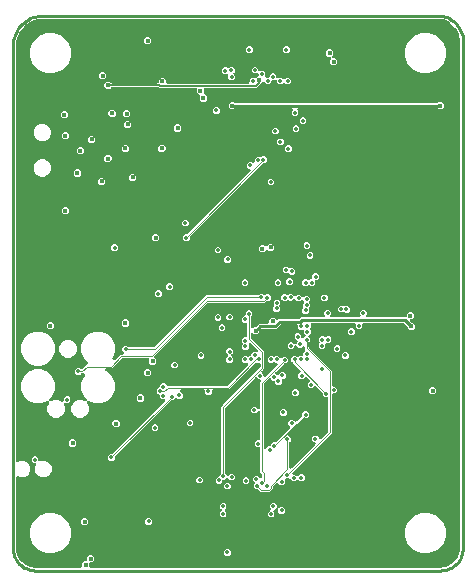
<source format=gbr>
G04 EAGLE Gerber RS-274X export*
G75*
%MOMM*%
%FSLAX34Y34*%
%LPD*%
%INCopper Layer 2*%
%IPPOS*%
%AMOC8*
5,1,8,0,0,1.08239X$1,22.5*%
G01*
%ADD10C,0.403200*%
%ADD11C,0.355600*%
%ADD12C,0.254000*%
%ADD13C,0.101600*%
%ADD14C,0.127000*%
%ADD15C,0.254000*%

G36*
X57538Y2556D02*
X57538Y2556D01*
X57657Y2563D01*
X57695Y2576D01*
X57736Y2581D01*
X57846Y2624D01*
X57959Y2661D01*
X57994Y2683D01*
X58031Y2698D01*
X58127Y2767D01*
X58228Y2831D01*
X58256Y2861D01*
X58289Y2884D01*
X58365Y2976D01*
X58446Y3063D01*
X58466Y3098D01*
X58491Y3129D01*
X58542Y3237D01*
X58600Y3341D01*
X58610Y3381D01*
X58627Y3417D01*
X58649Y3534D01*
X58679Y3649D01*
X58683Y3709D01*
X58687Y3729D01*
X58685Y3750D01*
X58689Y3810D01*
X58689Y6082D01*
X60466Y7859D01*
X61669Y7859D01*
X61787Y7874D01*
X61906Y7881D01*
X61944Y7894D01*
X61985Y7899D01*
X62095Y7942D01*
X62209Y7979D01*
X62243Y8001D01*
X62280Y8016D01*
X62377Y8085D01*
X62477Y8149D01*
X62505Y8179D01*
X62538Y8202D01*
X62614Y8294D01*
X62695Y8381D01*
X62715Y8416D01*
X62740Y8447D01*
X62791Y8555D01*
X62849Y8659D01*
X62859Y8699D01*
X62876Y8735D01*
X62898Y8852D01*
X62928Y8967D01*
X62932Y9027D01*
X62936Y9047D01*
X62935Y9068D01*
X62938Y9128D01*
X62938Y11416D01*
X64715Y13193D01*
X67227Y13193D01*
X69004Y11416D01*
X69004Y8904D01*
X67227Y7127D01*
X66024Y7127D01*
X65906Y7112D01*
X65787Y7105D01*
X65749Y7092D01*
X65708Y7087D01*
X65598Y7044D01*
X65485Y7007D01*
X65450Y6985D01*
X65413Y6970D01*
X65317Y6901D01*
X65216Y6837D01*
X65188Y6807D01*
X65155Y6784D01*
X65079Y6692D01*
X64998Y6605D01*
X64978Y6570D01*
X64953Y6539D01*
X64902Y6431D01*
X64844Y6327D01*
X64834Y6287D01*
X64817Y6251D01*
X64795Y6134D01*
X64765Y6019D01*
X64761Y5959D01*
X64757Y5939D01*
X64759Y5918D01*
X64755Y5858D01*
X64755Y3810D01*
X64770Y3692D01*
X64777Y3573D01*
X64790Y3535D01*
X64795Y3494D01*
X64838Y3384D01*
X64875Y3271D01*
X64897Y3236D01*
X64912Y3199D01*
X64981Y3103D01*
X65045Y3002D01*
X65075Y2974D01*
X65098Y2941D01*
X65190Y2865D01*
X65277Y2784D01*
X65312Y2764D01*
X65343Y2739D01*
X65451Y2688D01*
X65555Y2630D01*
X65595Y2620D01*
X65631Y2603D01*
X65748Y2581D01*
X65863Y2551D01*
X65923Y2547D01*
X65943Y2543D01*
X65964Y2545D01*
X66024Y2541D01*
X361950Y2541D01*
X361972Y2543D01*
X362050Y2545D01*
X364434Y2732D01*
X364501Y2746D01*
X364570Y2751D01*
X364726Y2790D01*
X369261Y4264D01*
X369368Y4314D01*
X369479Y4358D01*
X369530Y4391D01*
X369549Y4399D01*
X369564Y4412D01*
X369615Y4444D01*
X373472Y7247D01*
X373559Y7328D01*
X373650Y7404D01*
X373689Y7451D01*
X373704Y7465D01*
X373715Y7482D01*
X373753Y7528D01*
X376556Y11385D01*
X376575Y11420D01*
X376600Y11451D01*
X376634Y11522D01*
X376677Y11589D01*
X376699Y11646D01*
X376709Y11664D01*
X376714Y11683D01*
X376736Y11738D01*
X376736Y11739D01*
X378210Y16274D01*
X378222Y16342D01*
X378245Y16407D01*
X378268Y16566D01*
X378455Y18950D01*
X378455Y18956D01*
X378456Y18960D01*
X378455Y18980D01*
X378459Y19050D01*
X378459Y443230D01*
X378458Y443239D01*
X378459Y443248D01*
X378438Y443396D01*
X378419Y443546D01*
X378416Y443554D01*
X378415Y443563D01*
X378358Y443700D01*
X378330Y443773D01*
X378447Y444591D01*
X378447Y444601D01*
X378449Y444610D01*
X378459Y444771D01*
X378459Y445679D01*
X378480Y445743D01*
X378520Y445835D01*
X378529Y445893D01*
X378548Y445949D01*
X378568Y446109D01*
X378680Y447878D01*
X378676Y447947D01*
X378681Y448015D01*
X378664Y448176D01*
X377664Y453921D01*
X377629Y454035D01*
X377602Y454150D01*
X377577Y454206D01*
X377571Y454225D01*
X377560Y454243D01*
X377536Y454297D01*
X374810Y459453D01*
X374741Y459550D01*
X374679Y459651D01*
X374639Y459696D01*
X374627Y459713D01*
X374611Y459726D01*
X374571Y459770D01*
X370385Y463831D01*
X370290Y463903D01*
X370200Y463980D01*
X370147Y464010D01*
X370131Y464022D01*
X370112Y464030D01*
X370060Y464060D01*
X364824Y466628D01*
X364759Y466651D01*
X364698Y466682D01*
X364543Y466727D01*
X361860Y467329D01*
X361800Y467334D01*
X361743Y467349D01*
X361582Y467359D01*
X25400Y467359D01*
X25378Y467357D01*
X25300Y467355D01*
X21923Y467090D01*
X21855Y467076D01*
X21786Y467071D01*
X21693Y467047D01*
X21685Y467046D01*
X21677Y467043D01*
X21630Y467031D01*
X15206Y464944D01*
X15099Y464894D01*
X14988Y464850D01*
X14937Y464817D01*
X14918Y464809D01*
X14903Y464796D01*
X14852Y464764D01*
X9388Y460793D01*
X9301Y460712D01*
X9209Y460636D01*
X9171Y460590D01*
X9156Y460576D01*
X9145Y460558D01*
X9107Y460512D01*
X5136Y455048D01*
X5079Y454944D01*
X5015Y454844D01*
X4993Y454787D01*
X4983Y454769D01*
X4978Y454749D01*
X4956Y454694D01*
X2869Y448270D01*
X2856Y448202D01*
X2833Y448136D01*
X2810Y447977D01*
X2545Y444600D01*
X2546Y444578D01*
X2541Y444500D01*
X2541Y93209D01*
X2547Y93159D01*
X2545Y93110D01*
X2567Y93002D01*
X2581Y92893D01*
X2599Y92847D01*
X2609Y92798D01*
X2657Y92700D01*
X2698Y92598D01*
X2727Y92557D01*
X2749Y92513D01*
X2820Y92429D01*
X2884Y92340D01*
X2923Y92309D01*
X2955Y92271D01*
X3045Y92208D01*
X3129Y92137D01*
X3174Y92116D01*
X3215Y92088D01*
X3318Y92049D01*
X3417Y92002D01*
X3466Y91993D01*
X3512Y91975D01*
X3622Y91963D01*
X3729Y91942D01*
X3779Y91945D01*
X3828Y91940D01*
X3937Y91955D01*
X4047Y91962D01*
X4094Y91977D01*
X4143Y91984D01*
X4296Y92036D01*
X6364Y92893D01*
X9165Y92893D01*
X11752Y91821D01*
X13733Y89840D01*
X14805Y87253D01*
X14805Y84451D01*
X13733Y81864D01*
X11752Y79883D01*
X9165Y78811D01*
X6364Y78811D01*
X4296Y79668D01*
X4248Y79681D01*
X4203Y79702D01*
X4095Y79723D01*
X3989Y79752D01*
X3939Y79753D01*
X3890Y79762D01*
X3781Y79755D01*
X3671Y79757D01*
X3623Y79745D01*
X3573Y79742D01*
X3469Y79708D01*
X3362Y79683D01*
X3318Y79659D01*
X3271Y79644D01*
X3178Y79585D01*
X3081Y79534D01*
X3044Y79501D01*
X3002Y79474D01*
X2927Y79394D01*
X2845Y79320D01*
X2818Y79279D01*
X2784Y79242D01*
X2731Y79146D01*
X2671Y79054D01*
X2654Y79007D01*
X2630Y78964D01*
X2603Y78858D01*
X2567Y78753D01*
X2563Y78704D01*
X2551Y78656D01*
X2541Y78495D01*
X2541Y19050D01*
X2543Y19028D01*
X2545Y18950D01*
X2732Y16566D01*
X2746Y16499D01*
X2751Y16430D01*
X2790Y16274D01*
X4264Y11739D01*
X4314Y11632D01*
X4358Y11521D01*
X4391Y11470D01*
X4399Y11451D01*
X4412Y11436D01*
X4444Y11385D01*
X7247Y7528D01*
X7328Y7441D01*
X7404Y7350D01*
X7451Y7311D01*
X7465Y7296D01*
X7482Y7285D01*
X7528Y7247D01*
X11385Y4444D01*
X11489Y4387D01*
X11589Y4323D01*
X11646Y4301D01*
X11664Y4291D01*
X11684Y4286D01*
X11739Y4264D01*
X16274Y2790D01*
X16342Y2778D01*
X16407Y2755D01*
X16566Y2732D01*
X18950Y2545D01*
X18972Y2546D01*
X19050Y2541D01*
X57420Y2541D01*
X57538Y2556D01*
G37*
%LPC*%
G36*
X209680Y66801D02*
X209680Y66801D01*
X208020Y68462D01*
X207942Y68522D01*
X207870Y68590D01*
X207817Y68619D01*
X207769Y68656D01*
X207678Y68696D01*
X207591Y68744D01*
X207533Y68759D01*
X207477Y68783D01*
X207379Y68798D01*
X207283Y68823D01*
X207183Y68829D01*
X207163Y68833D01*
X207151Y68831D01*
X207123Y68833D01*
X205852Y68833D01*
X204215Y70470D01*
X204215Y72786D01*
X204573Y73143D01*
X204646Y73237D01*
X204725Y73327D01*
X204743Y73363D01*
X204768Y73395D01*
X204815Y73504D01*
X204870Y73610D01*
X204878Y73649D01*
X204894Y73687D01*
X204913Y73804D01*
X204939Y73920D01*
X204938Y73961D01*
X204944Y74001D01*
X204933Y74119D01*
X204930Y74238D01*
X204918Y74277D01*
X204914Y74317D01*
X204874Y74429D01*
X204841Y74544D01*
X204821Y74579D01*
X204807Y74617D01*
X204740Y74715D01*
X204680Y74818D01*
X204640Y74863D01*
X204628Y74880D01*
X204613Y74893D01*
X204573Y74938D01*
X203199Y76312D01*
X203199Y78628D01*
X204836Y80265D01*
X207152Y80265D01*
X208907Y78510D01*
X209016Y78425D01*
X209123Y78336D01*
X209142Y78327D01*
X209158Y78315D01*
X209286Y78259D01*
X209411Y78200D01*
X209431Y78197D01*
X209450Y78189D01*
X209588Y78167D01*
X209724Y78141D01*
X209744Y78142D01*
X209764Y78139D01*
X209903Y78152D01*
X210041Y78160D01*
X210060Y78167D01*
X210080Y78168D01*
X210212Y78216D01*
X210343Y78258D01*
X210361Y78269D01*
X210380Y78276D01*
X210495Y78354D01*
X210612Y78429D01*
X210626Y78443D01*
X210643Y78455D01*
X210735Y78559D01*
X210830Y78660D01*
X210840Y78678D01*
X210853Y78693D01*
X210917Y78817D01*
X210984Y78939D01*
X210989Y78958D01*
X210998Y78976D01*
X211028Y79112D01*
X211063Y79247D01*
X211065Y79275D01*
X211068Y79287D01*
X211067Y79307D01*
X211073Y79407D01*
X211073Y81139D01*
X211061Y81237D01*
X211058Y81336D01*
X211041Y81394D01*
X211033Y81454D01*
X210997Y81546D01*
X210969Y81641D01*
X210939Y81694D01*
X210916Y81750D01*
X210858Y81830D01*
X210808Y81915D01*
X210742Y81991D01*
X210730Y82007D01*
X210720Y82015D01*
X210702Y82036D01*
X209295Y83442D01*
X209295Y103378D01*
X209280Y103496D01*
X209273Y103615D01*
X209260Y103653D01*
X209255Y103694D01*
X209212Y103804D01*
X209175Y103917D01*
X209153Y103952D01*
X209138Y103989D01*
X209069Y104085D01*
X209005Y104186D01*
X208975Y104214D01*
X208952Y104247D01*
X208860Y104323D01*
X208773Y104404D01*
X208738Y104424D01*
X208707Y104449D01*
X208599Y104500D01*
X208495Y104558D01*
X208455Y104568D01*
X208419Y104585D01*
X208302Y104607D01*
X208187Y104637D01*
X208127Y104641D01*
X208107Y104645D01*
X208086Y104643D01*
X208026Y104647D01*
X206360Y104647D01*
X204723Y106284D01*
X204723Y108600D01*
X206360Y110237D01*
X208026Y110237D01*
X208144Y110252D01*
X208263Y110259D01*
X208301Y110272D01*
X208342Y110277D01*
X208452Y110320D01*
X208565Y110357D01*
X208600Y110379D01*
X208637Y110394D01*
X208733Y110463D01*
X208834Y110527D01*
X208862Y110557D01*
X208895Y110580D01*
X208971Y110672D01*
X209052Y110759D01*
X209072Y110794D01*
X209097Y110825D01*
X209148Y110933D01*
X209206Y111037D01*
X209216Y111077D01*
X209233Y111113D01*
X209255Y111230D01*
X209285Y111345D01*
X209289Y111405D01*
X209293Y111425D01*
X209291Y111446D01*
X209295Y111506D01*
X209295Y133699D01*
X209278Y133836D01*
X209265Y133975D01*
X209258Y133994D01*
X209255Y134014D01*
X209204Y134143D01*
X209157Y134274D01*
X209146Y134291D01*
X209138Y134310D01*
X209057Y134422D01*
X208979Y134537D01*
X208963Y134551D01*
X208952Y134567D01*
X208844Y134656D01*
X208740Y134748D01*
X208722Y134757D01*
X208707Y134770D01*
X208581Y134829D01*
X208457Y134893D01*
X208437Y134897D01*
X208419Y134906D01*
X208282Y134932D01*
X208147Y134962D01*
X208126Y134962D01*
X208107Y134965D01*
X207968Y134957D01*
X207829Y134953D01*
X207809Y134947D01*
X207789Y134946D01*
X207657Y134903D01*
X207523Y134864D01*
X207506Y134854D01*
X207487Y134848D01*
X207369Y134773D01*
X207249Y134703D01*
X207228Y134684D01*
X207218Y134677D01*
X207204Y134662D01*
X207129Y134596D01*
X205628Y133095D01*
X203312Y133095D01*
X201675Y134732D01*
X201675Y137048D01*
X203312Y138685D01*
X205628Y138685D01*
X207129Y137184D01*
X207238Y137099D01*
X207345Y137010D01*
X207364Y137001D01*
X207380Y136989D01*
X207508Y136933D01*
X207633Y136874D01*
X207653Y136871D01*
X207672Y136863D01*
X207810Y136841D01*
X207946Y136815D01*
X207966Y136816D01*
X207986Y136813D01*
X208125Y136826D01*
X208263Y136834D01*
X208282Y136841D01*
X208302Y136842D01*
X208434Y136890D01*
X208565Y136932D01*
X208583Y136943D01*
X208602Y136950D01*
X208717Y137028D01*
X208834Y137103D01*
X208848Y137117D01*
X208865Y137129D01*
X208957Y137233D01*
X209052Y137334D01*
X209062Y137352D01*
X209075Y137367D01*
X209139Y137491D01*
X209206Y137613D01*
X209211Y137632D01*
X209220Y137650D01*
X209250Y137786D01*
X209285Y137921D01*
X209287Y137949D01*
X209290Y137961D01*
X209289Y137981D01*
X209295Y138081D01*
X209295Y159382D01*
X209798Y159885D01*
X209883Y159994D01*
X209972Y160101D01*
X209981Y160120D01*
X209993Y160136D01*
X210048Y160264D01*
X210108Y160389D01*
X210111Y160409D01*
X210120Y160428D01*
X210141Y160566D01*
X210167Y160702D01*
X210166Y160722D01*
X210169Y160742D01*
X210156Y160881D01*
X210148Y161019D01*
X210141Y161038D01*
X210140Y161058D01*
X210092Y161189D01*
X210050Y161321D01*
X210039Y161339D01*
X210032Y161358D01*
X209954Y161472D01*
X209879Y161590D01*
X209865Y161604D01*
X209853Y161621D01*
X209749Y161713D01*
X209648Y161808D01*
X209630Y161818D01*
X209615Y161831D01*
X209491Y161894D01*
X209369Y161962D01*
X209350Y161967D01*
X209332Y161976D01*
X209196Y162006D01*
X209061Y162041D01*
X209033Y162043D01*
X209021Y162046D01*
X209001Y162045D01*
X208901Y162051D01*
X208138Y162051D01*
X206882Y163307D01*
X206788Y163380D01*
X206699Y163459D01*
X206663Y163477D01*
X206631Y163502D01*
X206522Y163549D01*
X206416Y163604D01*
X206377Y163612D01*
X206339Y163628D01*
X206222Y163647D01*
X206106Y163673D01*
X206065Y163672D01*
X206025Y163678D01*
X205907Y163667D01*
X205788Y163664D01*
X205749Y163652D01*
X205709Y163649D01*
X205596Y163608D01*
X205482Y163575D01*
X205447Y163555D01*
X205409Y163541D01*
X205311Y163474D01*
X205208Y163414D01*
X205163Y163374D01*
X205146Y163362D01*
X205133Y163347D01*
X205087Y163307D01*
X179696Y137916D01*
X179636Y137838D01*
X179568Y137766D01*
X179539Y137713D01*
X179502Y137665D01*
X179462Y137574D01*
X179414Y137487D01*
X179399Y137429D01*
X179375Y137373D01*
X179360Y137275D01*
X179335Y137179D01*
X179329Y137079D01*
X179325Y137059D01*
X179327Y137047D01*
X179325Y137019D01*
X179325Y82709D01*
X179337Y82611D01*
X179340Y82512D01*
X179357Y82454D01*
X179365Y82394D01*
X179401Y82302D01*
X179429Y82207D01*
X179459Y82154D01*
X179482Y82098D01*
X179540Y82018D01*
X179590Y81933D01*
X179656Y81857D01*
X179668Y81841D01*
X179678Y81833D01*
X179696Y81812D01*
X180966Y80542D01*
X181060Y80469D01*
X181150Y80390D01*
X181168Y80381D01*
X181183Y80368D01*
X181202Y80359D01*
X181218Y80347D01*
X181326Y80300D01*
X181433Y80245D01*
X181453Y80241D01*
X181471Y80232D01*
X181491Y80229D01*
X181510Y80221D01*
X181626Y80202D01*
X181743Y80176D01*
X181764Y80176D01*
X181783Y80173D01*
X181804Y80174D01*
X181824Y80171D01*
X181941Y80182D01*
X182061Y80185D01*
X182081Y80191D01*
X182101Y80192D01*
X182120Y80199D01*
X182140Y80201D01*
X182252Y80241D01*
X182367Y80274D01*
X182384Y80284D01*
X182403Y80290D01*
X182421Y80301D01*
X182440Y80308D01*
X182538Y80375D01*
X182641Y80435D01*
X182662Y80454D01*
X182672Y80461D01*
X182686Y80475D01*
X182703Y80487D01*
X182716Y80502D01*
X182761Y80542D01*
X184262Y82043D01*
X186578Y82043D01*
X188215Y80406D01*
X188215Y78090D01*
X186578Y76453D01*
X184242Y76453D01*
X184233Y76469D01*
X184214Y76490D01*
X184207Y76500D01*
X184192Y76514D01*
X184126Y76589D01*
X182254Y78462D01*
X182160Y78535D01*
X182070Y78614D01*
X182052Y78623D01*
X182037Y78636D01*
X182018Y78645D01*
X182002Y78657D01*
X181894Y78704D01*
X181787Y78759D01*
X181767Y78763D01*
X181749Y78772D01*
X181729Y78775D01*
X181710Y78783D01*
X181594Y78802D01*
X181477Y78828D01*
X181456Y78828D01*
X181437Y78831D01*
X181416Y78830D01*
X181396Y78833D01*
X181279Y78822D01*
X181159Y78819D01*
X181139Y78813D01*
X181119Y78812D01*
X181100Y78805D01*
X181080Y78803D01*
X180968Y78763D01*
X180853Y78730D01*
X180836Y78720D01*
X180817Y78714D01*
X180799Y78703D01*
X180780Y78696D01*
X180682Y78629D01*
X180579Y78569D01*
X180558Y78550D01*
X180548Y78543D01*
X180534Y78528D01*
X180517Y78517D01*
X180504Y78502D01*
X180459Y78462D01*
X178958Y76961D01*
X178562Y76961D01*
X178444Y76946D01*
X178325Y76939D01*
X178287Y76926D01*
X178246Y76921D01*
X178136Y76878D01*
X178023Y76841D01*
X177988Y76819D01*
X177951Y76804D01*
X177855Y76735D01*
X177754Y76671D01*
X177726Y76641D01*
X177693Y76618D01*
X177617Y76526D01*
X177536Y76439D01*
X177516Y76404D01*
X177491Y76373D01*
X177440Y76265D01*
X177382Y76161D01*
X177372Y76121D01*
X177355Y76085D01*
X177333Y75968D01*
X177303Y75853D01*
X177299Y75793D01*
X177295Y75773D01*
X177297Y75752D01*
X177293Y75692D01*
X177293Y75296D01*
X175656Y73659D01*
X173340Y73659D01*
X171703Y75296D01*
X171703Y77612D01*
X173340Y79249D01*
X173736Y79249D01*
X173854Y79264D01*
X173973Y79271D01*
X174011Y79284D01*
X174052Y79289D01*
X174162Y79332D01*
X174275Y79369D01*
X174310Y79391D01*
X174347Y79406D01*
X174443Y79475D01*
X174544Y79539D01*
X174572Y79569D01*
X174605Y79592D01*
X174681Y79684D01*
X174762Y79771D01*
X174782Y79806D01*
X174807Y79837D01*
X174858Y79945D01*
X174916Y80049D01*
X174926Y80089D01*
X174943Y80125D01*
X174965Y80242D01*
X174995Y80357D01*
X174999Y80417D01*
X175003Y80437D01*
X175001Y80458D01*
X175005Y80518D01*
X175005Y80914D01*
X175904Y81812D01*
X175964Y81890D01*
X176032Y81962D01*
X176061Y82015D01*
X176098Y82063D01*
X176138Y82154D01*
X176186Y82241D01*
X176201Y82299D01*
X176225Y82355D01*
X176240Y82453D01*
X176265Y82549D01*
X176271Y82649D01*
X176275Y82669D01*
X176273Y82681D01*
X176275Y82709D01*
X176275Y138808D01*
X177540Y140072D01*
X209432Y171964D01*
X209492Y172042D01*
X209560Y172114D01*
X209589Y172167D01*
X209626Y172215D01*
X209666Y172306D01*
X209714Y172393D01*
X209729Y172451D01*
X209753Y172507D01*
X209768Y172605D01*
X209793Y172701D01*
X209799Y172800D01*
X209803Y172821D01*
X209801Y172833D01*
X209803Y172861D01*
X209803Y174752D01*
X209788Y174870D01*
X209781Y174989D01*
X209768Y175027D01*
X209763Y175068D01*
X209720Y175178D01*
X209683Y175291D01*
X209661Y175326D01*
X209646Y175363D01*
X209577Y175459D01*
X209513Y175560D01*
X209483Y175588D01*
X209460Y175621D01*
X209368Y175697D01*
X209281Y175778D01*
X209246Y175798D01*
X209215Y175823D01*
X209107Y175874D01*
X209003Y175932D01*
X208963Y175942D01*
X208927Y175959D01*
X208810Y175981D01*
X208695Y176011D01*
X208635Y176015D01*
X208615Y176019D01*
X208594Y176017D01*
X208534Y176021D01*
X206725Y176021D01*
X206670Y176050D01*
X206631Y176058D01*
X206594Y176074D01*
X206476Y176093D01*
X206360Y176119D01*
X206319Y176118D01*
X206279Y176124D01*
X206161Y176113D01*
X206042Y176110D01*
X206003Y176098D01*
X205963Y176095D01*
X205851Y176054D01*
X205736Y176021D01*
X205702Y176001D01*
X205664Y175987D01*
X205565Y175920D01*
X205462Y175860D01*
X205417Y175820D01*
X205400Y175808D01*
X205387Y175793D01*
X205341Y175753D01*
X184268Y154680D01*
X183004Y153415D01*
X169672Y153415D01*
X169554Y153400D01*
X169435Y153393D01*
X169397Y153380D01*
X169356Y153375D01*
X169246Y153332D01*
X169133Y153295D01*
X169098Y153273D01*
X169061Y153258D01*
X168965Y153189D01*
X168864Y153125D01*
X168836Y153095D01*
X168803Y153072D01*
X168727Y152980D01*
X168646Y152893D01*
X168626Y152858D01*
X168601Y152827D01*
X168550Y152719D01*
X168492Y152615D01*
X168482Y152575D01*
X168465Y152539D01*
X168443Y152422D01*
X168413Y152307D01*
X168409Y152247D01*
X168405Y152227D01*
X168407Y152206D01*
X168403Y152146D01*
X168403Y150480D01*
X166766Y148843D01*
X164450Y148843D01*
X162813Y150480D01*
X162813Y152146D01*
X162798Y152264D01*
X162791Y152383D01*
X162778Y152421D01*
X162773Y152462D01*
X162730Y152572D01*
X162693Y152685D01*
X162671Y152720D01*
X162656Y152757D01*
X162587Y152853D01*
X162523Y152954D01*
X162493Y152982D01*
X162470Y153015D01*
X162378Y153091D01*
X162291Y153172D01*
X162256Y153192D01*
X162225Y153217D01*
X162117Y153268D01*
X162013Y153326D01*
X161973Y153336D01*
X161937Y153353D01*
X161820Y153375D01*
X161705Y153405D01*
X161645Y153409D01*
X161625Y153413D01*
X161604Y153411D01*
X161544Y153415D01*
X142907Y153415D01*
X142770Y153398D01*
X142631Y153385D01*
X142612Y153378D01*
X142592Y153375D01*
X142463Y153324D01*
X142332Y153277D01*
X142315Y153266D01*
X142296Y153258D01*
X142184Y153177D01*
X142069Y153099D01*
X142055Y153083D01*
X142039Y153072D01*
X141950Y152964D01*
X141858Y152860D01*
X141849Y152842D01*
X141836Y152827D01*
X141777Y152701D01*
X141713Y152577D01*
X141709Y152557D01*
X141700Y152539D01*
X141674Y152402D01*
X141644Y152267D01*
X141644Y152246D01*
X141641Y152227D01*
X141649Y152088D01*
X141653Y151949D01*
X141659Y151929D01*
X141660Y151909D01*
X141703Y151777D01*
X141742Y151643D01*
X141752Y151626D01*
X141758Y151607D01*
X141833Y151489D01*
X141903Y151369D01*
X141922Y151348D01*
X141929Y151338D01*
X141944Y151324D01*
X142010Y151249D01*
X143765Y149494D01*
X143765Y147178D01*
X142128Y145541D01*
X139812Y145541D01*
X139327Y146026D01*
X139233Y146100D01*
X139144Y146178D01*
X139126Y146187D01*
X139111Y146200D01*
X139092Y146209D01*
X139076Y146221D01*
X138966Y146269D01*
X138861Y146322D01*
X138841Y146327D01*
X138823Y146336D01*
X138803Y146339D01*
X138784Y146347D01*
X138666Y146366D01*
X138551Y146392D01*
X138531Y146392D01*
X138510Y146395D01*
X138490Y146394D01*
X138470Y146397D01*
X138351Y146386D01*
X138233Y146382D01*
X138214Y146377D01*
X138193Y146376D01*
X138174Y146369D01*
X138154Y146368D01*
X138041Y146327D01*
X137927Y146294D01*
X137910Y146284D01*
X137891Y146278D01*
X137873Y146267D01*
X137854Y146260D01*
X137755Y146193D01*
X137653Y146133D01*
X137632Y146114D01*
X137622Y146107D01*
X137608Y146093D01*
X137591Y146081D01*
X137578Y146066D01*
X137532Y146026D01*
X135524Y144017D01*
X134253Y144017D01*
X134155Y144005D01*
X134056Y144002D01*
X133998Y143985D01*
X133938Y143977D01*
X133846Y143941D01*
X133751Y143913D01*
X133698Y143883D01*
X133642Y143860D01*
X133562Y143802D01*
X133477Y143752D01*
X133401Y143686D01*
X133385Y143674D01*
X133377Y143664D01*
X133356Y143646D01*
X86478Y96768D01*
X86418Y96690D01*
X86350Y96618D01*
X86321Y96565D01*
X86284Y96517D01*
X86244Y96426D01*
X86196Y96339D01*
X86181Y96281D01*
X86157Y96225D01*
X86142Y96127D01*
X86117Y96031D01*
X86111Y95931D01*
X86107Y95911D01*
X86109Y95899D01*
X86107Y95871D01*
X86107Y94600D01*
X84470Y92963D01*
X82154Y92963D01*
X80517Y94600D01*
X80517Y96916D01*
X82154Y98553D01*
X83425Y98553D01*
X83523Y98565D01*
X83622Y98568D01*
X83680Y98585D01*
X83740Y98593D01*
X83832Y98629D01*
X83927Y98657D01*
X83980Y98687D01*
X84036Y98710D01*
X84116Y98768D01*
X84201Y98818D01*
X84277Y98884D01*
X84293Y98896D01*
X84301Y98906D01*
X84322Y98924D01*
X128518Y143121D01*
X128603Y143230D01*
X128692Y143337D01*
X128701Y143356D01*
X128713Y143372D01*
X128769Y143500D01*
X128828Y143625D01*
X128831Y143645D01*
X128840Y143664D01*
X128861Y143802D01*
X128887Y143938D01*
X128886Y143958D01*
X128889Y143978D01*
X128876Y144117D01*
X128868Y144255D01*
X128861Y144274D01*
X128860Y144294D01*
X128812Y144426D01*
X128770Y144557D01*
X128759Y144575D01*
X128752Y144594D01*
X128674Y144709D01*
X128599Y144826D01*
X128585Y144840D01*
X128573Y144857D01*
X128469Y144949D01*
X128368Y145044D01*
X128350Y145054D01*
X128335Y145067D01*
X128211Y145130D01*
X128089Y145198D01*
X128070Y145203D01*
X128052Y145212D01*
X127916Y145242D01*
X127781Y145277D01*
X127753Y145279D01*
X127741Y145282D01*
X127721Y145281D01*
X127621Y145287D01*
X126096Y145287D01*
X124459Y146924D01*
X124459Y147828D01*
X124444Y147946D01*
X124437Y148065D01*
X124424Y148103D01*
X124419Y148144D01*
X124376Y148254D01*
X124339Y148367D01*
X124317Y148402D01*
X124302Y148439D01*
X124233Y148535D01*
X124169Y148636D01*
X124139Y148664D01*
X124116Y148697D01*
X124024Y148773D01*
X123937Y148854D01*
X123902Y148874D01*
X123871Y148899D01*
X123763Y148950D01*
X123659Y149008D01*
X123619Y149018D01*
X123583Y149035D01*
X123466Y149057D01*
X123351Y149087D01*
X123310Y149090D01*
X121665Y150734D01*
X121665Y153050D01*
X123318Y154702D01*
X123427Y154709D01*
X123465Y154722D01*
X123506Y154727D01*
X123616Y154770D01*
X123729Y154807D01*
X123764Y154829D01*
X123801Y154844D01*
X123897Y154913D01*
X123998Y154977D01*
X124026Y155007D01*
X124059Y155030D01*
X124135Y155122D01*
X124216Y155209D01*
X124236Y155244D01*
X124261Y155275D01*
X124312Y155383D01*
X124370Y155487D01*
X124380Y155527D01*
X124397Y155563D01*
X124419Y155680D01*
X124449Y155795D01*
X124453Y155855D01*
X124457Y155875D01*
X124455Y155896D01*
X124459Y155956D01*
X124459Y156860D01*
X126096Y158497D01*
X128412Y158497D01*
X130072Y156836D01*
X130150Y156776D01*
X130222Y156708D01*
X130275Y156679D01*
X130323Y156642D01*
X130414Y156602D01*
X130501Y156554D01*
X130559Y156539D01*
X130615Y156515D01*
X130713Y156500D01*
X130809Y156475D01*
X130909Y156469D01*
X130929Y156465D01*
X130941Y156467D01*
X130969Y156465D01*
X181215Y156465D01*
X181313Y156477D01*
X181412Y156480D01*
X181470Y156497D01*
X181530Y156505D01*
X181622Y156541D01*
X181717Y156569D01*
X181770Y156599D01*
X181826Y156622D01*
X181906Y156680D01*
X181991Y156730D01*
X182067Y156796D01*
X182083Y156808D01*
X182091Y156818D01*
X182112Y156836D01*
X199130Y173855D01*
X199215Y173964D01*
X199304Y174071D01*
X199313Y174090D01*
X199325Y174106D01*
X199381Y174234D01*
X199440Y174359D01*
X199443Y174379D01*
X199452Y174398D01*
X199473Y174536D01*
X199499Y174672D01*
X199498Y174692D01*
X199501Y174712D01*
X199488Y174851D01*
X199480Y174989D01*
X199473Y175008D01*
X199472Y175028D01*
X199424Y175160D01*
X199382Y175291D01*
X199371Y175309D01*
X199364Y175328D01*
X199286Y175443D01*
X199211Y175560D01*
X199197Y175574D01*
X199185Y175591D01*
X199081Y175683D01*
X198980Y175778D01*
X198962Y175788D01*
X198947Y175801D01*
X198823Y175864D01*
X198701Y175932D01*
X198682Y175937D01*
X198664Y175946D01*
X198528Y175976D01*
X198393Y176011D01*
X198365Y176013D01*
X198353Y176016D01*
X198333Y176015D01*
X198233Y176021D01*
X195692Y176021D01*
X194055Y177658D01*
X194055Y179974D01*
X195692Y181611D01*
X198008Y181611D01*
X198238Y181380D01*
X198333Y181307D01*
X198422Y181228D01*
X198458Y181210D01*
X198490Y181185D01*
X198599Y181138D01*
X198705Y181083D01*
X198744Y181075D01*
X198782Y181059D01*
X198899Y181040D01*
X199015Y181014D01*
X199056Y181015D01*
X199096Y181009D01*
X199214Y181020D01*
X199333Y181023D01*
X199372Y181035D01*
X199412Y181039D01*
X199524Y181079D01*
X199639Y181112D01*
X199674Y181132D01*
X199712Y181146D01*
X199810Y181213D01*
X199913Y181273D01*
X199958Y181313D01*
X199975Y181325D01*
X199988Y181340D01*
X200033Y181380D01*
X200264Y181611D01*
X200660Y181611D01*
X200778Y181626D01*
X200897Y181633D01*
X200935Y181646D01*
X200976Y181651D01*
X201086Y181694D01*
X201199Y181731D01*
X201234Y181753D01*
X201271Y181768D01*
X201367Y181837D01*
X201468Y181901D01*
X201496Y181931D01*
X201529Y181954D01*
X201605Y182046D01*
X201686Y182133D01*
X201706Y182168D01*
X201731Y182199D01*
X201782Y182307D01*
X201840Y182411D01*
X201850Y182451D01*
X201867Y182487D01*
X201889Y182604D01*
X201919Y182719D01*
X201923Y182779D01*
X201927Y182799D01*
X201925Y182820D01*
X201929Y182880D01*
X201929Y183276D01*
X203566Y184913D01*
X206107Y184913D01*
X206244Y184930D01*
X206383Y184943D01*
X206402Y184950D01*
X206422Y184953D01*
X206551Y185004D01*
X206682Y185051D01*
X206699Y185062D01*
X206718Y185070D01*
X206830Y185151D01*
X206945Y185229D01*
X206959Y185245D01*
X206975Y185256D01*
X207064Y185364D01*
X207156Y185468D01*
X207165Y185486D01*
X207178Y185501D01*
X207237Y185627D01*
X207301Y185751D01*
X207305Y185771D01*
X207314Y185789D01*
X207340Y185925D01*
X207370Y186061D01*
X207370Y186082D01*
X207373Y186101D01*
X207365Y186240D01*
X207361Y186379D01*
X207355Y186399D01*
X207354Y186419D01*
X207311Y186551D01*
X207272Y186685D01*
X207262Y186702D01*
X207256Y186721D01*
X207181Y186839D01*
X207111Y186959D01*
X207092Y186980D01*
X207085Y186990D01*
X207071Y187004D01*
X207004Y187079D01*
X201811Y192272D01*
X201702Y192357D01*
X201595Y192446D01*
X201576Y192455D01*
X201560Y192467D01*
X201432Y192523D01*
X201307Y192582D01*
X201287Y192585D01*
X201268Y192594D01*
X201130Y192615D01*
X200994Y192641D01*
X200974Y192640D01*
X200954Y192643D01*
X200815Y192630D01*
X200677Y192622D01*
X200658Y192615D01*
X200638Y192614D01*
X200506Y192566D01*
X200375Y192524D01*
X200357Y192513D01*
X200338Y192506D01*
X200223Y192428D01*
X200106Y192353D01*
X200092Y192339D01*
X200075Y192327D01*
X199983Y192223D01*
X199888Y192122D01*
X199878Y192104D01*
X199865Y192089D01*
X199801Y191965D01*
X199734Y191843D01*
X199729Y191824D01*
X199720Y191806D01*
X199690Y191670D01*
X199655Y191535D01*
X199653Y191507D01*
X199650Y191495D01*
X199651Y191475D01*
X199645Y191375D01*
X199645Y188580D01*
X198008Y186943D01*
X195692Y186943D01*
X194055Y188580D01*
X194055Y190896D01*
X194413Y191254D01*
X194486Y191348D01*
X194565Y191437D01*
X194583Y191473D01*
X194608Y191505D01*
X194655Y191614D01*
X194710Y191720D01*
X194718Y191759D01*
X194734Y191797D01*
X194753Y191914D01*
X194779Y192030D01*
X194778Y192071D01*
X194784Y192111D01*
X194773Y192229D01*
X194770Y192348D01*
X194758Y192387D01*
X194754Y192427D01*
X194714Y192539D01*
X194681Y192654D01*
X194661Y192689D01*
X194647Y192727D01*
X194580Y192825D01*
X194520Y192928D01*
X194480Y192973D01*
X194468Y192990D01*
X194453Y193003D01*
X194413Y193049D01*
X194055Y193406D01*
X194055Y195722D01*
X195692Y197359D01*
X197104Y197359D01*
X197222Y197374D01*
X197341Y197381D01*
X197379Y197394D01*
X197420Y197399D01*
X197530Y197442D01*
X197643Y197479D01*
X197678Y197501D01*
X197715Y197516D01*
X197811Y197585D01*
X197912Y197649D01*
X197940Y197679D01*
X197973Y197702D01*
X198049Y197794D01*
X198130Y197881D01*
X198150Y197916D01*
X198175Y197947D01*
X198226Y198055D01*
X198284Y198159D01*
X198294Y198199D01*
X198311Y198235D01*
X198333Y198352D01*
X198363Y198467D01*
X198367Y198527D01*
X198371Y198547D01*
X198369Y198568D01*
X198373Y198628D01*
X198373Y208534D01*
X198358Y208652D01*
X198351Y208771D01*
X198338Y208809D01*
X198333Y208850D01*
X198290Y208960D01*
X198253Y209073D01*
X198231Y209108D01*
X198216Y209145D01*
X198147Y209241D01*
X198083Y209342D01*
X198053Y209370D01*
X198030Y209403D01*
X197938Y209479D01*
X197851Y209560D01*
X197816Y209580D01*
X197785Y209605D01*
X197677Y209656D01*
X197573Y209714D01*
X197533Y209724D01*
X197497Y209741D01*
X197380Y209763D01*
X197265Y209793D01*
X197205Y209797D01*
X197185Y209801D01*
X197164Y209799D01*
X197104Y209803D01*
X195438Y209803D01*
X193801Y211440D01*
X193801Y213756D01*
X195438Y215393D01*
X195834Y215393D01*
X195952Y215408D01*
X196071Y215415D01*
X196109Y215428D01*
X196150Y215433D01*
X196260Y215476D01*
X196373Y215513D01*
X196408Y215535D01*
X196445Y215550D01*
X196541Y215619D01*
X196642Y215683D01*
X196670Y215713D01*
X196703Y215736D01*
X196779Y215828D01*
X196860Y215915D01*
X196880Y215950D01*
X196905Y215981D01*
X196956Y216089D01*
X197014Y216193D01*
X197024Y216233D01*
X197041Y216269D01*
X197063Y216386D01*
X197093Y216501D01*
X197097Y216561D01*
X197101Y216581D01*
X197099Y216602D01*
X197103Y216662D01*
X197103Y218582D01*
X198740Y220219D01*
X201056Y220219D01*
X202693Y218582D01*
X202693Y216266D01*
X201795Y215368D01*
X201734Y215290D01*
X201666Y215218D01*
X201637Y215165D01*
X201600Y215117D01*
X201560Y215026D01*
X201512Y214939D01*
X201497Y214881D01*
X201473Y214825D01*
X201458Y214727D01*
X201433Y214631D01*
X201427Y214531D01*
X201423Y214511D01*
X201425Y214499D01*
X201423Y214471D01*
X201423Y206490D01*
X201440Y206352D01*
X201453Y206214D01*
X201460Y206195D01*
X201463Y206174D01*
X201514Y206045D01*
X201561Y205914D01*
X201572Y205897D01*
X201580Y205879D01*
X201661Y205766D01*
X201739Y205651D01*
X201755Y205638D01*
X201766Y205621D01*
X201874Y205533D01*
X201978Y205441D01*
X201996Y205431D01*
X202011Y205419D01*
X202137Y205359D01*
X202261Y205296D01*
X202281Y205292D01*
X202299Y205283D01*
X202436Y205257D01*
X202571Y205226D01*
X202592Y205227D01*
X202611Y205223D01*
X202750Y205232D01*
X202889Y205236D01*
X202909Y205242D01*
X202929Y205243D01*
X203061Y205286D01*
X203195Y205324D01*
X203212Y205335D01*
X203231Y205341D01*
X203349Y205415D01*
X203469Y205486D01*
X203490Y205505D01*
X203500Y205511D01*
X203514Y205526D01*
X203589Y205592D01*
X204230Y206233D01*
X204759Y206233D01*
X204857Y206245D01*
X204956Y206248D01*
X205014Y206265D01*
X205075Y206273D01*
X205167Y206309D01*
X205262Y206337D01*
X205314Y206367D01*
X205370Y206390D01*
X205450Y206448D01*
X205536Y206498D01*
X205611Y206564D01*
X205628Y206576D01*
X205635Y206586D01*
X205657Y206604D01*
X208111Y209059D01*
X215916Y209059D01*
X216034Y209074D01*
X216153Y209081D01*
X216191Y209094D01*
X216232Y209099D01*
X216342Y209142D01*
X216455Y209179D01*
X216490Y209201D01*
X216527Y209216D01*
X216623Y209285D01*
X216724Y209349D01*
X216752Y209379D01*
X216785Y209402D01*
X216861Y209494D01*
X216942Y209581D01*
X216962Y209616D01*
X216987Y209647D01*
X217038Y209755D01*
X217096Y209859D01*
X217106Y209899D01*
X217123Y209935D01*
X217145Y210052D01*
X217175Y210167D01*
X217179Y210227D01*
X217183Y210247D01*
X217181Y210268D01*
X217185Y210328D01*
X217185Y212330D01*
X218962Y214107D01*
X221474Y214107D01*
X222890Y212691D01*
X222984Y212618D01*
X223073Y212539D01*
X223109Y212521D01*
X223141Y212496D01*
X223251Y212449D01*
X223357Y212395D01*
X223396Y212386D01*
X223433Y212370D01*
X223551Y212351D01*
X223667Y212325D01*
X223707Y212326D01*
X223747Y212320D01*
X223866Y212331D01*
X223985Y212335D01*
X224024Y212346D01*
X224064Y212350D01*
X224176Y212390D01*
X224290Y212423D01*
X224325Y212444D01*
X224363Y212457D01*
X224462Y212524D01*
X224564Y212585D01*
X224609Y212624D01*
X224626Y212636D01*
X224640Y212651D01*
X224685Y212691D01*
X225101Y213107D01*
X241859Y213107D01*
X241957Y213119D01*
X242056Y213122D01*
X242114Y213139D01*
X242175Y213147D01*
X242267Y213183D01*
X242362Y213211D01*
X242414Y213241D01*
X242470Y213264D01*
X242550Y213322D01*
X242636Y213372D01*
X242711Y213438D01*
X242728Y213450D01*
X242735Y213460D01*
X242757Y213478D01*
X243655Y214377D01*
X262985Y214377D01*
X263123Y214394D01*
X263261Y214407D01*
X263280Y214414D01*
X263300Y214417D01*
X263430Y214468D01*
X263560Y214515D01*
X263577Y214526D01*
X263596Y214534D01*
X263708Y214615D01*
X263823Y214693D01*
X263837Y214709D01*
X263853Y214720D01*
X263942Y214828D01*
X264034Y214932D01*
X264043Y214950D01*
X264056Y214965D01*
X264115Y215091D01*
X264179Y215215D01*
X264183Y215235D01*
X264192Y215253D01*
X264218Y215389D01*
X264248Y215525D01*
X264248Y215546D01*
X264251Y215565D01*
X264243Y215704D01*
X264239Y215843D01*
X264233Y215863D01*
X264232Y215883D01*
X264189Y216015D01*
X264150Y216149D01*
X264140Y216166D01*
X264134Y216185D01*
X264059Y216303D01*
X263989Y216423D01*
X263970Y216444D01*
X263963Y216454D01*
X263949Y216468D01*
X263882Y216544D01*
X263651Y216774D01*
X263651Y219090D01*
X265288Y220727D01*
X267604Y220727D01*
X269241Y219090D01*
X269241Y216774D01*
X269010Y216544D01*
X268925Y216434D01*
X268836Y216327D01*
X268827Y216308D01*
X268815Y216292D01*
X268759Y216164D01*
X268700Y216039D01*
X268697Y216019D01*
X268689Y216000D01*
X268667Y215862D01*
X268641Y215726D01*
X268642Y215706D01*
X268639Y215686D01*
X268652Y215547D01*
X268660Y215409D01*
X268667Y215390D01*
X268668Y215370D01*
X268716Y215239D01*
X268758Y215107D01*
X268769Y215089D01*
X268776Y215070D01*
X268854Y214956D01*
X268929Y214838D01*
X268943Y214824D01*
X268955Y214807D01*
X269059Y214715D01*
X269160Y214620D01*
X269178Y214610D01*
X269193Y214597D01*
X269317Y214534D01*
X269439Y214466D01*
X269458Y214461D01*
X269476Y214452D01*
X269612Y214422D01*
X269747Y214387D01*
X269775Y214385D01*
X269787Y214382D01*
X269807Y214383D01*
X269907Y214377D01*
X293211Y214377D01*
X293349Y214394D01*
X293487Y214407D01*
X293506Y214414D01*
X293526Y214417D01*
X293656Y214468D01*
X293786Y214515D01*
X293803Y214526D01*
X293822Y214534D01*
X293934Y214615D01*
X294049Y214693D01*
X294063Y214709D01*
X294079Y214720D01*
X294168Y214828D01*
X294260Y214932D01*
X294269Y214950D01*
X294282Y214965D01*
X294341Y215091D01*
X294405Y215215D01*
X294409Y215235D01*
X294418Y215253D01*
X294444Y215389D01*
X294474Y215525D01*
X294474Y215546D01*
X294477Y215565D01*
X294469Y215704D01*
X294465Y215843D01*
X294459Y215863D01*
X294458Y215883D01*
X294415Y216015D01*
X294376Y216149D01*
X294366Y216166D01*
X294360Y216185D01*
X294285Y216303D01*
X294215Y216423D01*
X294196Y216444D01*
X294189Y216454D01*
X294175Y216468D01*
X294108Y216544D01*
X293877Y216774D01*
X293877Y219090D01*
X295514Y220727D01*
X297830Y220727D01*
X299467Y219090D01*
X299467Y216774D01*
X299236Y216544D01*
X299151Y216434D01*
X299062Y216327D01*
X299053Y216308D01*
X299041Y216292D01*
X298985Y216164D01*
X298926Y216039D01*
X298923Y216019D01*
X298915Y216000D01*
X298893Y215862D01*
X298867Y215726D01*
X298868Y215706D01*
X298865Y215686D01*
X298878Y215547D01*
X298886Y215409D01*
X298893Y215390D01*
X298894Y215370D01*
X298942Y215239D01*
X298984Y215107D01*
X298995Y215089D01*
X299002Y215070D01*
X299080Y214956D01*
X299155Y214838D01*
X299169Y214824D01*
X299181Y214807D01*
X299285Y214715D01*
X299386Y214620D01*
X299404Y214610D01*
X299419Y214597D01*
X299543Y214534D01*
X299665Y214466D01*
X299684Y214461D01*
X299702Y214452D01*
X299838Y214422D01*
X299973Y214387D01*
X300001Y214385D01*
X300013Y214382D01*
X300033Y214383D01*
X300133Y214377D01*
X332248Y214377D01*
X332366Y214392D01*
X332485Y214399D01*
X332523Y214412D01*
X332564Y214417D01*
X332674Y214460D01*
X332787Y214497D01*
X332822Y214519D01*
X332859Y214534D01*
X332955Y214603D01*
X333056Y214667D01*
X333084Y214697D01*
X333117Y214720D01*
X333193Y214812D01*
X333274Y214899D01*
X333294Y214934D01*
X333319Y214965D01*
X333370Y215073D01*
X333428Y215177D01*
X333438Y215217D01*
X333455Y215253D01*
X333477Y215370D01*
X333507Y215485D01*
X333511Y215545D01*
X333515Y215565D01*
X333513Y215586D01*
X333517Y215646D01*
X333517Y217156D01*
X335294Y218933D01*
X337806Y218933D01*
X339583Y217156D01*
X339583Y214644D01*
X337806Y212867D01*
X337499Y212867D01*
X337361Y212850D01*
X337223Y212837D01*
X337204Y212830D01*
X337183Y212827D01*
X337054Y212776D01*
X336923Y212729D01*
X336906Y212718D01*
X336888Y212710D01*
X336775Y212629D01*
X336660Y212551D01*
X336647Y212535D01*
X336630Y212524D01*
X336541Y212416D01*
X336450Y212312D01*
X336440Y212294D01*
X336428Y212279D01*
X336368Y212153D01*
X336305Y212029D01*
X336301Y212009D01*
X336292Y211991D01*
X336266Y211855D01*
X336235Y211719D01*
X336236Y211698D01*
X336232Y211679D01*
X336241Y211540D01*
X336245Y211401D01*
X336251Y211381D01*
X336252Y211361D01*
X336295Y211229D01*
X336333Y211095D01*
X336344Y211078D01*
X336350Y211059D01*
X336424Y210941D01*
X336495Y210821D01*
X336514Y210800D01*
X336520Y210790D01*
X336535Y210776D01*
X336601Y210700D01*
X337141Y210160D01*
X337220Y210100D01*
X337292Y210032D01*
X337345Y210003D01*
X337393Y209966D01*
X337484Y209926D01*
X337570Y209878D01*
X337629Y209863D01*
X337685Y209839D01*
X337782Y209824D01*
X337878Y209799D01*
X337978Y209793D01*
X337999Y209789D01*
X338011Y209791D01*
X338039Y209789D01*
X338568Y209789D01*
X340345Y208012D01*
X340345Y205500D01*
X338568Y203723D01*
X336056Y203723D01*
X334279Y205500D01*
X334279Y206029D01*
X334267Y206127D01*
X334264Y206226D01*
X334247Y206284D01*
X334239Y206345D01*
X334203Y206437D01*
X334175Y206532D01*
X334145Y206584D01*
X334122Y206640D01*
X334064Y206720D01*
X334014Y206806D01*
X333948Y206881D01*
X333936Y206898D01*
X333926Y206905D01*
X333908Y206927D01*
X331403Y209432D01*
X331324Y209492D01*
X331252Y209560D01*
X331199Y209589D01*
X331151Y209626D01*
X331060Y209666D01*
X330974Y209714D01*
X330915Y209729D01*
X330859Y209753D01*
X330761Y209768D01*
X330666Y209793D01*
X330566Y209799D01*
X330545Y209803D01*
X330533Y209801D01*
X330505Y209803D01*
X297180Y209803D01*
X297062Y209788D01*
X296943Y209781D01*
X296905Y209768D01*
X296864Y209763D01*
X296754Y209720D01*
X296641Y209683D01*
X296606Y209661D01*
X296569Y209646D01*
X296473Y209577D01*
X296372Y209513D01*
X296344Y209483D01*
X296311Y209460D01*
X296235Y209368D01*
X296154Y209281D01*
X296134Y209246D01*
X296109Y209215D01*
X296058Y209107D01*
X296000Y209003D01*
X295990Y208963D01*
X295973Y208927D01*
X295951Y208810D01*
X295921Y208695D01*
X295917Y208635D01*
X295913Y208615D01*
X295915Y208594D01*
X295911Y208534D01*
X295911Y206106D01*
X294274Y204469D01*
X291958Y204469D01*
X290321Y206106D01*
X290321Y208534D01*
X290306Y208652D01*
X290299Y208771D01*
X290286Y208809D01*
X290281Y208850D01*
X290238Y208960D01*
X290201Y209073D01*
X290179Y209108D01*
X290164Y209145D01*
X290095Y209241D01*
X290031Y209342D01*
X290001Y209370D01*
X289978Y209403D01*
X289886Y209479D01*
X289799Y209560D01*
X289764Y209580D01*
X289733Y209605D01*
X289625Y209656D01*
X289521Y209714D01*
X289481Y209724D01*
X289445Y209741D01*
X289328Y209763D01*
X289213Y209793D01*
X289153Y209797D01*
X289133Y209801D01*
X289112Y209799D01*
X289052Y209803D01*
X253492Y209803D01*
X253374Y209788D01*
X253255Y209781D01*
X253217Y209768D01*
X253176Y209763D01*
X253066Y209720D01*
X252953Y209683D01*
X252918Y209661D01*
X252881Y209646D01*
X252785Y209577D01*
X252684Y209513D01*
X252656Y209483D01*
X252623Y209460D01*
X252547Y209368D01*
X252466Y209281D01*
X252446Y209246D01*
X252421Y209215D01*
X252370Y209107D01*
X252312Y209003D01*
X252302Y208963D01*
X252285Y208927D01*
X252263Y208810D01*
X252233Y208695D01*
X252229Y208635D01*
X252225Y208615D01*
X252227Y208594D01*
X252223Y208534D01*
X252223Y206106D01*
X251738Y205622D01*
X251665Y205528D01*
X251586Y205438D01*
X251568Y205402D01*
X251543Y205370D01*
X251496Y205261D01*
X251441Y205155D01*
X251433Y205116D01*
X251417Y205078D01*
X251398Y204961D01*
X251372Y204845D01*
X251373Y204804D01*
X251367Y204764D01*
X251378Y204646D01*
X251381Y204527D01*
X251393Y204488D01*
X251397Y204448D01*
X251437Y204336D01*
X251470Y204221D01*
X251490Y204186D01*
X251504Y204148D01*
X251571Y204050D01*
X251631Y203947D01*
X251671Y203902D01*
X251683Y203885D01*
X251698Y203872D01*
X251738Y203827D01*
X252223Y203342D01*
X252223Y201026D01*
X250595Y199398D01*
X250522Y199304D01*
X250443Y199215D01*
X250425Y199179D01*
X250400Y199147D01*
X250352Y199038D01*
X250298Y198932D01*
X250290Y198893D01*
X250274Y198855D01*
X250255Y198738D01*
X250229Y198622D01*
X250230Y198581D01*
X250224Y198541D01*
X250235Y198423D01*
X250238Y198304D01*
X250250Y198265D01*
X250254Y198225D01*
X250294Y198113D01*
X250327Y197998D01*
X250347Y197963D01*
X250361Y197925D01*
X250428Y197827D01*
X250488Y197724D01*
X250528Y197679D01*
X250540Y197662D01*
X250555Y197649D01*
X250595Y197603D01*
X251461Y196738D01*
X251461Y194422D01*
X250562Y193524D01*
X250502Y193446D01*
X250434Y193374D01*
X250405Y193321D01*
X250368Y193273D01*
X250328Y193182D01*
X250280Y193095D01*
X250265Y193037D01*
X250241Y192981D01*
X250226Y192883D01*
X250201Y192787D01*
X250195Y192687D01*
X250191Y192667D01*
X250193Y192655D01*
X250191Y192627D01*
X250191Y189625D01*
X250203Y189527D01*
X250206Y189428D01*
X250223Y189370D01*
X250231Y189310D01*
X250267Y189218D01*
X250295Y189123D01*
X250325Y189070D01*
X250348Y189014D01*
X250406Y188934D01*
X250456Y188849D01*
X250522Y188773D01*
X250534Y188757D01*
X250544Y188749D01*
X250562Y188728D01*
X270003Y169288D01*
X270003Y156972D01*
X270018Y156854D01*
X270025Y156735D01*
X270038Y156697D01*
X270043Y156656D01*
X270086Y156546D01*
X270123Y156433D01*
X270145Y156398D01*
X270160Y156361D01*
X270229Y156265D01*
X270293Y156164D01*
X270323Y156136D01*
X270346Y156103D01*
X270438Y156027D01*
X270525Y155946D01*
X270560Y155926D01*
X270591Y155901D01*
X270699Y155850D01*
X270803Y155792D01*
X270843Y155782D01*
X270879Y155765D01*
X270996Y155743D01*
X271111Y155713D01*
X271171Y155709D01*
X271191Y155705D01*
X271212Y155707D01*
X271272Y155703D01*
X272938Y155703D01*
X274575Y154066D01*
X274575Y151750D01*
X272938Y150113D01*
X271526Y150113D01*
X271408Y150098D01*
X271289Y150091D01*
X271251Y150078D01*
X271210Y150073D01*
X271100Y150030D01*
X270987Y149993D01*
X270952Y149971D01*
X270915Y149956D01*
X270819Y149887D01*
X270718Y149823D01*
X270690Y149793D01*
X270657Y149770D01*
X270581Y149678D01*
X270500Y149591D01*
X270480Y149556D01*
X270455Y149525D01*
X270404Y149417D01*
X270346Y149313D01*
X270336Y149273D01*
X270319Y149237D01*
X270297Y149120D01*
X270267Y149005D01*
X270263Y148945D01*
X270259Y148925D01*
X270261Y148904D01*
X270257Y148844D01*
X270257Y116462D01*
X236988Y83193D01*
X236903Y83084D01*
X236814Y82977D01*
X236805Y82958D01*
X236793Y82942D01*
X236737Y82814D01*
X236678Y82689D01*
X236675Y82669D01*
X236666Y82650D01*
X236645Y82512D01*
X236619Y82376D01*
X236620Y82356D01*
X236617Y82336D01*
X236630Y82197D01*
X236638Y82059D01*
X236645Y82040D01*
X236646Y82020D01*
X236694Y81888D01*
X236736Y81757D01*
X236747Y81739D01*
X236754Y81720D01*
X236832Y81605D01*
X236907Y81488D01*
X236921Y81474D01*
X236933Y81457D01*
X237037Y81365D01*
X237138Y81270D01*
X237156Y81260D01*
X237171Y81247D01*
X237295Y81183D01*
X237417Y81116D01*
X237436Y81111D01*
X237454Y81102D01*
X237590Y81072D01*
X237725Y81037D01*
X237753Y81035D01*
X237765Y81032D01*
X237785Y81033D01*
X237885Y81027D01*
X239156Y81027D01*
X240021Y80161D01*
X240115Y80088D01*
X240205Y80009D01*
X240241Y79991D01*
X240273Y79966D01*
X240382Y79919D01*
X240488Y79864D01*
X240527Y79856D01*
X240565Y79840D01*
X240682Y79821D01*
X240798Y79795D01*
X240839Y79796D01*
X240879Y79790D01*
X240997Y79801D01*
X241116Y79804D01*
X241155Y79816D01*
X241195Y79820D01*
X241308Y79860D01*
X241422Y79893D01*
X241456Y79913D01*
X241495Y79927D01*
X241593Y79994D01*
X241696Y80054D01*
X241741Y80094D01*
X241758Y80106D01*
X241771Y80121D01*
X241816Y80161D01*
X243190Y81535D01*
X245506Y81535D01*
X247143Y79898D01*
X247143Y77582D01*
X245506Y75945D01*
X243190Y75945D01*
X242324Y76811D01*
X242230Y76884D01*
X242141Y76963D01*
X242105Y76981D01*
X242073Y77006D01*
X241964Y77053D01*
X241858Y77108D01*
X241819Y77116D01*
X241781Y77132D01*
X241664Y77151D01*
X241548Y77177D01*
X241507Y77176D01*
X241467Y77182D01*
X241349Y77171D01*
X241230Y77168D01*
X241191Y77156D01*
X241151Y77152D01*
X241039Y77112D01*
X240924Y77079D01*
X240889Y77059D01*
X240851Y77045D01*
X240753Y76978D01*
X240650Y76918D01*
X240605Y76878D01*
X240588Y76866D01*
X240575Y76851D01*
X240529Y76811D01*
X239156Y75437D01*
X236840Y75437D01*
X235108Y77169D01*
X235083Y77247D01*
X235061Y77282D01*
X235046Y77319D01*
X234977Y77415D01*
X234913Y77516D01*
X234883Y77544D01*
X234860Y77577D01*
X234768Y77653D01*
X234681Y77734D01*
X234646Y77754D01*
X234615Y77779D01*
X234507Y77830D01*
X234403Y77888D01*
X234363Y77898D01*
X234327Y77915D01*
X234210Y77937D01*
X234095Y77967D01*
X234035Y77971D01*
X234015Y77975D01*
X233994Y77973D01*
X233934Y77977D01*
X231553Y77977D01*
X231415Y77960D01*
X231277Y77947D01*
X231258Y77940D01*
X231238Y77937D01*
X231109Y77886D01*
X230977Y77839D01*
X230961Y77828D01*
X230942Y77820D01*
X230830Y77739D01*
X230714Y77660D01*
X230701Y77645D01*
X230685Y77634D01*
X230596Y77527D01*
X230504Y77422D01*
X230495Y77404D01*
X230482Y77389D01*
X230423Y77263D01*
X230359Y77139D01*
X230355Y77119D01*
X230346Y77101D01*
X230320Y76965D01*
X230290Y76828D01*
X230290Y76808D01*
X230287Y76789D01*
X230295Y76650D01*
X230299Y76511D01*
X230305Y76491D01*
X230306Y76471D01*
X230349Y76339D01*
X230379Y76237D01*
X230379Y73772D01*
X228742Y72135D01*
X226426Y72135D01*
X224662Y73899D01*
X224568Y73972D01*
X224479Y74051D01*
X224443Y74069D01*
X224411Y74094D01*
X224302Y74142D01*
X224196Y74196D01*
X224157Y74204D01*
X224119Y74220D01*
X224002Y74239D01*
X223886Y74265D01*
X223845Y74264D01*
X223805Y74270D01*
X223687Y74259D01*
X223568Y74256D01*
X223529Y74244D01*
X223489Y74241D01*
X223377Y74200D01*
X223262Y74167D01*
X223227Y74147D01*
X223189Y74133D01*
X223091Y74066D01*
X222988Y74006D01*
X222943Y73966D01*
X222926Y73954D01*
X222913Y73939D01*
X222867Y73899D01*
X220336Y71368D01*
X220276Y71290D01*
X220208Y71218D01*
X220179Y71165D01*
X220142Y71117D01*
X220102Y71026D01*
X220054Y70939D01*
X220039Y70881D01*
X220015Y70825D01*
X220000Y70727D01*
X219975Y70631D01*
X219969Y70531D01*
X219965Y70511D01*
X219967Y70499D01*
X219965Y70471D01*
X219965Y69472D01*
X217294Y66801D01*
X209680Y66801D01*
G37*
%LPD*%
G36*
X235262Y86259D02*
X235262Y86259D01*
X235401Y86263D01*
X235421Y86269D01*
X235441Y86270D01*
X235573Y86313D01*
X235707Y86352D01*
X235724Y86362D01*
X235743Y86368D01*
X235861Y86443D01*
X235981Y86513D01*
X236002Y86532D01*
X236012Y86539D01*
X236026Y86553D01*
X236101Y86620D01*
X256026Y106545D01*
X256111Y106654D01*
X256200Y106761D01*
X256209Y106780D01*
X256221Y106796D01*
X256277Y106924D01*
X256336Y107049D01*
X256339Y107069D01*
X256348Y107088D01*
X256369Y107226D01*
X256395Y107362D01*
X256394Y107382D01*
X256397Y107402D01*
X256384Y107541D01*
X256376Y107679D01*
X256369Y107698D01*
X256368Y107718D01*
X256320Y107850D01*
X256278Y107981D01*
X256267Y107999D01*
X256260Y108018D01*
X256182Y108133D01*
X256107Y108250D01*
X256093Y108264D01*
X256081Y108281D01*
X255977Y108373D01*
X255876Y108468D01*
X255858Y108478D01*
X255843Y108491D01*
X255719Y108554D01*
X255597Y108622D01*
X255578Y108627D01*
X255560Y108636D01*
X255424Y108666D01*
X255289Y108701D01*
X255261Y108703D01*
X255249Y108706D01*
X255229Y108705D01*
X255129Y108711D01*
X254874Y108711D01*
X253237Y110348D01*
X253237Y112664D01*
X254874Y114301D01*
X257190Y114301D01*
X258827Y112664D01*
X258827Y112409D01*
X258844Y112272D01*
X258857Y112133D01*
X258864Y112114D01*
X258867Y112094D01*
X258918Y111965D01*
X258965Y111834D01*
X258976Y111817D01*
X258984Y111798D01*
X259065Y111686D01*
X259143Y111570D01*
X259159Y111557D01*
X259170Y111541D01*
X259278Y111452D01*
X259382Y111360D01*
X259400Y111351D01*
X259415Y111338D01*
X259541Y111279D01*
X259665Y111215D01*
X259685Y111211D01*
X259703Y111202D01*
X259839Y111176D01*
X259975Y111146D01*
X259996Y111146D01*
X260015Y111143D01*
X260154Y111151D01*
X260293Y111155D01*
X260313Y111161D01*
X260333Y111162D01*
X260465Y111205D01*
X260599Y111244D01*
X260616Y111254D01*
X260635Y111260D01*
X260753Y111335D01*
X260873Y111405D01*
X260894Y111424D01*
X260904Y111431D01*
X260918Y111446D01*
X260993Y111512D01*
X266836Y117354D01*
X266896Y117432D01*
X266964Y117504D01*
X266993Y117557D01*
X267030Y117605D01*
X267070Y117696D01*
X267118Y117783D01*
X267133Y117841D01*
X267157Y117897D01*
X267172Y117995D01*
X267197Y118091D01*
X267203Y118191D01*
X267207Y118211D01*
X267205Y118223D01*
X267207Y118251D01*
X267207Y145542D01*
X267192Y145660D01*
X267185Y145779D01*
X267172Y145817D01*
X267167Y145858D01*
X267124Y145968D01*
X267087Y146081D01*
X267065Y146116D01*
X267050Y146153D01*
X266981Y146249D01*
X266917Y146350D01*
X266887Y146378D01*
X266864Y146411D01*
X266772Y146487D01*
X266685Y146568D01*
X266650Y146588D01*
X266619Y146613D01*
X266511Y146664D01*
X266407Y146722D01*
X266367Y146732D01*
X266331Y146749D01*
X266214Y146771D01*
X266099Y146801D01*
X266039Y146805D01*
X266019Y146809D01*
X265998Y146807D01*
X265938Y146811D01*
X264272Y146811D01*
X262635Y148448D01*
X262635Y149719D01*
X262623Y149817D01*
X262620Y149916D01*
X262603Y149974D01*
X262595Y150034D01*
X262559Y150126D01*
X262531Y150221D01*
X262501Y150274D01*
X262478Y150330D01*
X262420Y150410D01*
X262370Y150495D01*
X262304Y150571D01*
X262292Y150587D01*
X262282Y150595D01*
X262264Y150616D01*
X256939Y155941D01*
X256844Y156014D01*
X256755Y156093D01*
X256719Y156111D01*
X256687Y156136D01*
X256578Y156184D01*
X256472Y156238D01*
X256433Y156246D01*
X256395Y156262D01*
X256278Y156281D01*
X256162Y156307D01*
X256121Y156306D01*
X256081Y156312D01*
X255963Y156301D01*
X255844Y156298D01*
X255805Y156286D01*
X255765Y156283D01*
X255653Y156242D01*
X255538Y156209D01*
X255503Y156189D01*
X255465Y156175D01*
X255367Y156108D01*
X255264Y156048D01*
X255219Y156008D01*
X255202Y155996D01*
X255189Y155981D01*
X255144Y155941D01*
X253888Y154685D01*
X251572Y154685D01*
X249935Y156322D01*
X249935Y158638D01*
X251191Y159894D01*
X251264Y159988D01*
X251343Y160077D01*
X251361Y160113D01*
X251386Y160145D01*
X251433Y160254D01*
X251488Y160360D01*
X251496Y160399D01*
X251512Y160437D01*
X251531Y160554D01*
X251557Y160670D01*
X251556Y160711D01*
X251562Y160751D01*
X251551Y160869D01*
X251548Y160988D01*
X251536Y161027D01*
X251533Y161067D01*
X251492Y161180D01*
X251459Y161294D01*
X251439Y161329D01*
X251425Y161367D01*
X251358Y161465D01*
X251298Y161568D01*
X251258Y161613D01*
X251246Y161630D01*
X251231Y161643D01*
X251191Y161689D01*
X249192Y163688D01*
X249097Y163761D01*
X249008Y163840D01*
X248972Y163858D01*
X248940Y163883D01*
X248831Y163931D01*
X248725Y163985D01*
X248686Y163993D01*
X248648Y164009D01*
X248531Y164028D01*
X248415Y164054D01*
X248374Y164053D01*
X248334Y164059D01*
X248216Y164048D01*
X248097Y164045D01*
X248058Y164033D01*
X248018Y164030D01*
X247906Y163989D01*
X247791Y163956D01*
X247757Y163936D01*
X247718Y163922D01*
X247620Y163855D01*
X247517Y163795D01*
X247472Y163755D01*
X247455Y163743D01*
X247442Y163728D01*
X247397Y163688D01*
X245760Y162051D01*
X243444Y162051D01*
X241807Y163688D01*
X241807Y166004D01*
X243444Y167641D01*
X243517Y167735D01*
X243596Y167824D01*
X243614Y167860D01*
X243639Y167892D01*
X243687Y168001D01*
X243741Y168107D01*
X243749Y168146D01*
X243765Y168184D01*
X243784Y168301D01*
X243810Y168417D01*
X243809Y168458D01*
X243815Y168498D01*
X243804Y168616D01*
X243801Y168735D01*
X243789Y168774D01*
X243786Y168814D01*
X243745Y168927D01*
X243712Y169041D01*
X243692Y169076D01*
X243678Y169114D01*
X243611Y169212D01*
X243551Y169315D01*
X243511Y169360D01*
X243499Y169377D01*
X243484Y169390D01*
X243444Y169436D01*
X236976Y175904D01*
X236969Y175961D01*
X236966Y176060D01*
X236949Y176118D01*
X236941Y176178D01*
X236905Y176270D01*
X236877Y176365D01*
X236847Y176418D01*
X236824Y176474D01*
X236766Y176554D01*
X236716Y176639D01*
X236650Y176715D01*
X236638Y176731D01*
X236628Y176739D01*
X236610Y176760D01*
X235711Y177658D01*
X235711Y179974D01*
X237348Y181611D01*
X239664Y181611D01*
X240149Y181126D01*
X240243Y181053D01*
X240332Y180974D01*
X240368Y180956D01*
X240400Y180931D01*
X240509Y180884D01*
X240615Y180829D01*
X240654Y180821D01*
X240692Y180805D01*
X240809Y180786D01*
X240925Y180760D01*
X240966Y180761D01*
X241006Y180755D01*
X241124Y180766D01*
X241243Y180769D01*
X241282Y180781D01*
X241322Y180785D01*
X241434Y180825D01*
X241549Y180858D01*
X241584Y180878D01*
X241622Y180892D01*
X241720Y180959D01*
X241823Y181019D01*
X241868Y181059D01*
X241885Y181071D01*
X241898Y181086D01*
X241944Y181126D01*
X242428Y181611D01*
X244602Y181611D01*
X244720Y181626D01*
X244839Y181633D01*
X244877Y181646D01*
X244918Y181651D01*
X245028Y181694D01*
X245141Y181731D01*
X245176Y181753D01*
X245213Y181768D01*
X245309Y181837D01*
X245410Y181901D01*
X245438Y181931D01*
X245471Y181954D01*
X245547Y182046D01*
X245628Y182133D01*
X245648Y182168D01*
X245673Y182199D01*
X245724Y182307D01*
X245782Y182411D01*
X245792Y182451D01*
X245809Y182487D01*
X245831Y182604D01*
X245861Y182719D01*
X245865Y182779D01*
X245869Y182799D01*
X245867Y182820D01*
X245871Y182880D01*
X245871Y184546D01*
X247254Y185929D01*
X247327Y186023D01*
X247406Y186112D01*
X247424Y186148D01*
X247449Y186180D01*
X247496Y186289D01*
X247551Y186395D01*
X247559Y186435D01*
X247575Y186472D01*
X247594Y186589D01*
X247620Y186705D01*
X247619Y186746D01*
X247625Y186786D01*
X247614Y186905D01*
X247611Y187023D01*
X247599Y187062D01*
X247596Y187102D01*
X247555Y187215D01*
X247522Y187329D01*
X247502Y187364D01*
X247488Y187402D01*
X247421Y187500D01*
X247361Y187603D01*
X247321Y187648D01*
X247309Y187665D01*
X247294Y187678D01*
X247254Y187724D01*
X247141Y187836D01*
X247141Y188563D01*
X247124Y188701D01*
X247111Y188839D01*
X247104Y188858D01*
X247101Y188878D01*
X247050Y189007D01*
X247003Y189138D01*
X246992Y189155D01*
X246984Y189174D01*
X246903Y189286D01*
X246825Y189401D01*
X246809Y189415D01*
X246798Y189431D01*
X246690Y189520D01*
X246586Y189612D01*
X246568Y189621D01*
X246553Y189634D01*
X246427Y189693D01*
X246303Y189757D01*
X246283Y189761D01*
X246265Y189770D01*
X246128Y189796D01*
X245993Y189826D01*
X245972Y189826D01*
X245953Y189829D01*
X245814Y189821D01*
X245675Y189817D01*
X245655Y189811D01*
X245635Y189810D01*
X245503Y189767D01*
X245369Y189728D01*
X245352Y189718D01*
X245333Y189712D01*
X245215Y189637D01*
X245095Y189567D01*
X245074Y189548D01*
X245064Y189541D01*
X245050Y189526D01*
X244975Y189460D01*
X244236Y188721D01*
X241920Y188721D01*
X240419Y190222D01*
X240310Y190307D01*
X240203Y190396D01*
X240184Y190405D01*
X240168Y190417D01*
X240040Y190473D01*
X239915Y190532D01*
X239895Y190535D01*
X239876Y190543D01*
X239738Y190565D01*
X239602Y190591D01*
X239582Y190590D01*
X239562Y190593D01*
X239423Y190580D01*
X239285Y190572D01*
X239266Y190565D01*
X239246Y190564D01*
X239114Y190516D01*
X238983Y190474D01*
X238965Y190463D01*
X238946Y190456D01*
X238831Y190378D01*
X238714Y190303D01*
X238700Y190289D01*
X238683Y190277D01*
X238591Y190173D01*
X238496Y190072D01*
X238486Y190054D01*
X238473Y190039D01*
X238409Y189915D01*
X238342Y189793D01*
X238337Y189774D01*
X238328Y189756D01*
X238298Y189620D01*
X238263Y189485D01*
X238261Y189457D01*
X238258Y189445D01*
X238259Y189425D01*
X238254Y189344D01*
X236616Y187705D01*
X234300Y187705D01*
X232663Y189342D01*
X232663Y191658D01*
X234300Y193295D01*
X236616Y193295D01*
X238117Y191794D01*
X238226Y191709D01*
X238333Y191620D01*
X238352Y191611D01*
X238368Y191599D01*
X238496Y191543D01*
X238621Y191484D01*
X238641Y191481D01*
X238660Y191473D01*
X238798Y191451D01*
X238934Y191425D01*
X238954Y191426D01*
X238974Y191423D01*
X239113Y191436D01*
X239251Y191444D01*
X239270Y191451D01*
X239290Y191452D01*
X239422Y191500D01*
X239553Y191542D01*
X239571Y191553D01*
X239590Y191560D01*
X239705Y191638D01*
X239822Y191713D01*
X239836Y191727D01*
X239853Y191739D01*
X239945Y191843D01*
X240040Y191944D01*
X240050Y191962D01*
X240063Y191977D01*
X240127Y192101D01*
X240194Y192223D01*
X240199Y192242D01*
X240208Y192260D01*
X240238Y192396D01*
X240273Y192531D01*
X240275Y192559D01*
X240278Y192571D01*
X240277Y192591D01*
X240282Y192672D01*
X240768Y193159D01*
X240853Y193268D01*
X240942Y193375D01*
X240951Y193394D01*
X240963Y193410D01*
X241018Y193538D01*
X241078Y193663D01*
X241081Y193683D01*
X241089Y193702D01*
X241111Y193840D01*
X241137Y193976D01*
X241136Y193996D01*
X241139Y194016D01*
X241126Y194155D01*
X241118Y194293D01*
X241111Y194312D01*
X241110Y194332D01*
X241062Y194463D01*
X241020Y194595D01*
X241009Y194613D01*
X241002Y194632D01*
X240924Y194746D01*
X240849Y194864D01*
X240835Y194878D01*
X240823Y194895D01*
X240719Y194987D01*
X240618Y195082D01*
X240600Y195092D01*
X240585Y195105D01*
X240461Y195168D01*
X240339Y195236D01*
X240320Y195241D01*
X240302Y195250D01*
X240194Y195274D01*
X238505Y196962D01*
X238505Y199278D01*
X240142Y200915D01*
X242458Y200915D01*
X244095Y199278D01*
X244095Y198025D01*
X244112Y197888D01*
X244125Y197749D01*
X244132Y197730D01*
X244135Y197710D01*
X244186Y197581D01*
X244233Y197450D01*
X244244Y197433D01*
X244252Y197414D01*
X244333Y197302D01*
X244411Y197187D01*
X244427Y197173D01*
X244438Y197157D01*
X244546Y197068D01*
X244650Y196976D01*
X244668Y196967D01*
X244683Y196954D01*
X244809Y196895D01*
X244933Y196831D01*
X244953Y196827D01*
X244971Y196818D01*
X245107Y196792D01*
X245243Y196762D01*
X245264Y196762D01*
X245283Y196759D01*
X245422Y196767D01*
X245561Y196771D01*
X245581Y196777D01*
X245601Y196778D01*
X245733Y196821D01*
X245867Y196860D01*
X245884Y196870D01*
X245903Y196876D01*
X246021Y196951D01*
X246141Y197021D01*
X246162Y197040D01*
X246172Y197047D01*
X246186Y197061D01*
X246261Y197128D01*
X247499Y198365D01*
X247572Y198460D01*
X247651Y198549D01*
X247669Y198585D01*
X247694Y198617D01*
X247741Y198726D01*
X247796Y198832D01*
X247804Y198871D01*
X247820Y198909D01*
X247839Y199026D01*
X247865Y199142D01*
X247864Y199183D01*
X247870Y199223D01*
X247859Y199341D01*
X247856Y199460D01*
X247844Y199499D01*
X247840Y199539D01*
X247800Y199652D01*
X247767Y199766D01*
X247747Y199800D01*
X247733Y199839D01*
X247666Y199937D01*
X247606Y200040D01*
X247572Y200078D01*
X247569Y200083D01*
X247564Y200087D01*
X247554Y200102D01*
X247539Y200115D01*
X247499Y200160D01*
X246633Y201026D01*
X246633Y202692D01*
X246618Y202810D01*
X246611Y202929D01*
X246598Y202967D01*
X246593Y203008D01*
X246550Y203118D01*
X246513Y203231D01*
X246491Y203266D01*
X246476Y203303D01*
X246407Y203399D01*
X246343Y203500D01*
X246313Y203528D01*
X246290Y203561D01*
X246198Y203637D01*
X246111Y203718D01*
X246076Y203738D01*
X246045Y203763D01*
X245937Y203814D01*
X245833Y203872D01*
X245793Y203882D01*
X245757Y203899D01*
X245640Y203921D01*
X245525Y203951D01*
X245465Y203955D01*
X245445Y203959D01*
X245424Y203957D01*
X245364Y203961D01*
X242936Y203961D01*
X241299Y205598D01*
X241299Y207264D01*
X241284Y207382D01*
X241277Y207501D01*
X241264Y207539D01*
X241259Y207580D01*
X241216Y207690D01*
X241179Y207803D01*
X241157Y207838D01*
X241142Y207875D01*
X241073Y207971D01*
X241009Y208072D01*
X240979Y208100D01*
X240956Y208133D01*
X240864Y208209D01*
X240777Y208290D01*
X240742Y208310D01*
X240711Y208335D01*
X240603Y208386D01*
X240499Y208444D01*
X240459Y208454D01*
X240423Y208471D01*
X240306Y208493D01*
X240191Y208523D01*
X240131Y208527D01*
X240111Y208531D01*
X240090Y208529D01*
X240030Y208533D01*
X227521Y208533D01*
X227423Y208521D01*
X227324Y208518D01*
X227266Y208501D01*
X227205Y208493D01*
X227113Y208457D01*
X227018Y208429D01*
X226966Y208399D01*
X226910Y208376D01*
X226830Y208318D01*
X226744Y208268D01*
X226669Y208202D01*
X226652Y208190D01*
X226645Y208180D01*
X226623Y208162D01*
X222947Y204485D01*
X210531Y204485D01*
X210433Y204473D01*
X210334Y204470D01*
X210276Y204453D01*
X210215Y204445D01*
X210123Y204409D01*
X210028Y204381D01*
X209976Y204351D01*
X209920Y204328D01*
X209840Y204270D01*
X209754Y204220D01*
X209679Y204154D01*
X209662Y204142D01*
X209655Y204132D01*
X209633Y204114D01*
X208890Y203371D01*
X208830Y203292D01*
X208762Y203220D01*
X208733Y203167D01*
X208696Y203119D01*
X208656Y203028D01*
X208608Y202942D01*
X208593Y202883D01*
X208569Y202827D01*
X208554Y202729D01*
X208529Y202634D01*
X208523Y202534D01*
X208519Y202513D01*
X208521Y202501D01*
X208519Y202473D01*
X208519Y201944D01*
X206742Y200167D01*
X204230Y200167D01*
X203589Y200808D01*
X203480Y200892D01*
X203373Y200981D01*
X203354Y200990D01*
X203338Y201003D01*
X203211Y201058D01*
X203085Y201117D01*
X203065Y201121D01*
X203046Y201129D01*
X202908Y201151D01*
X202772Y201177D01*
X202752Y201176D01*
X202732Y201179D01*
X202593Y201166D01*
X202455Y201157D01*
X202436Y201151D01*
X202416Y201149D01*
X202284Y201102D01*
X202153Y201059D01*
X202135Y201048D01*
X202116Y201041D01*
X202001Y200963D01*
X201884Y200889D01*
X201870Y200874D01*
X201853Y200863D01*
X201761Y200759D01*
X201666Y200657D01*
X201656Y200639D01*
X201643Y200624D01*
X201580Y200501D01*
X201512Y200379D01*
X201507Y200359D01*
X201498Y200341D01*
X201468Y200205D01*
X201433Y200071D01*
X201431Y200043D01*
X201428Y200031D01*
X201429Y200010D01*
X201423Y199910D01*
X201423Y197499D01*
X201435Y197401D01*
X201438Y197302D01*
X201455Y197244D01*
X201463Y197184D01*
X201499Y197092D01*
X201527Y196997D01*
X201557Y196944D01*
X201580Y196888D01*
X201638Y196808D01*
X201688Y196723D01*
X201754Y196647D01*
X201766Y196631D01*
X201776Y196623D01*
X201794Y196602D01*
X212853Y185544D01*
X212853Y171072D01*
X211588Y169808D01*
X210835Y169055D01*
X210762Y168960D01*
X210683Y168871D01*
X210665Y168835D01*
X210640Y168803D01*
X210592Y168694D01*
X210538Y168588D01*
X210530Y168549D01*
X210514Y168511D01*
X210495Y168394D01*
X210469Y168278D01*
X210470Y168237D01*
X210464Y168197D01*
X210475Y168079D01*
X210478Y167960D01*
X210490Y167921D01*
X210493Y167881D01*
X210534Y167769D01*
X210567Y167654D01*
X210587Y167619D01*
X210601Y167581D01*
X210668Y167483D01*
X210728Y167380D01*
X210768Y167335D01*
X210780Y167318D01*
X210795Y167305D01*
X210835Y167260D01*
X212091Y166004D01*
X212091Y165241D01*
X212108Y165104D01*
X212121Y164965D01*
X212128Y164946D01*
X212131Y164926D01*
X212182Y164797D01*
X212229Y164666D01*
X212240Y164649D01*
X212248Y164630D01*
X212329Y164518D01*
X212407Y164403D01*
X212423Y164389D01*
X212434Y164373D01*
X212542Y164284D01*
X212646Y164192D01*
X212664Y164183D01*
X212679Y164170D01*
X212805Y164111D01*
X212929Y164047D01*
X212949Y164043D01*
X212967Y164034D01*
X213103Y164008D01*
X213239Y163978D01*
X213260Y163978D01*
X213279Y163975D01*
X213418Y163983D01*
X213557Y163987D01*
X213577Y163993D01*
X213597Y163994D01*
X213729Y164037D01*
X213863Y164076D01*
X213880Y164086D01*
X213899Y164092D01*
X214017Y164167D01*
X214137Y164237D01*
X214158Y164256D01*
X214168Y164263D01*
X214182Y164277D01*
X214257Y164344D01*
X223768Y173855D01*
X223853Y173964D01*
X223942Y174071D01*
X223951Y174090D01*
X223963Y174106D01*
X224019Y174234D01*
X224078Y174359D01*
X224081Y174379D01*
X224090Y174398D01*
X224111Y174536D01*
X224137Y174672D01*
X224136Y174692D01*
X224139Y174712D01*
X224126Y174851D01*
X224118Y174989D01*
X224111Y175008D01*
X224110Y175028D01*
X224062Y175160D01*
X224020Y175291D01*
X224009Y175309D01*
X224002Y175328D01*
X223924Y175443D01*
X223849Y175560D01*
X223835Y175574D01*
X223823Y175591D01*
X223719Y175683D01*
X223618Y175778D01*
X223600Y175788D01*
X223585Y175801D01*
X223461Y175864D01*
X223339Y175932D01*
X223320Y175937D01*
X223302Y175946D01*
X223166Y175976D01*
X223031Y176011D01*
X223003Y176013D01*
X222991Y176016D01*
X222971Y176015D01*
X222871Y176021D01*
X222362Y176021D01*
X222004Y176379D01*
X221910Y176452D01*
X221821Y176531D01*
X221785Y176549D01*
X221753Y176574D01*
X221644Y176621D01*
X221538Y176676D01*
X221499Y176684D01*
X221461Y176700D01*
X221344Y176719D01*
X221228Y176745D01*
X221187Y176744D01*
X221147Y176750D01*
X221029Y176739D01*
X220910Y176736D01*
X220871Y176724D01*
X220831Y176720D01*
X220719Y176680D01*
X220604Y176647D01*
X220569Y176627D01*
X220531Y176613D01*
X220433Y176546D01*
X220330Y176486D01*
X220285Y176446D01*
X220268Y176434D01*
X220255Y176419D01*
X220209Y176379D01*
X219852Y176021D01*
X217536Y176021D01*
X215899Y177658D01*
X215899Y179974D01*
X217536Y181611D01*
X219852Y181611D01*
X220209Y181253D01*
X220303Y181180D01*
X220393Y181101D01*
X220429Y181083D01*
X220461Y181058D01*
X220570Y181011D01*
X220676Y180956D01*
X220715Y180948D01*
X220753Y180932D01*
X220870Y180913D01*
X220986Y180887D01*
X221027Y180888D01*
X221067Y180882D01*
X221185Y180893D01*
X221304Y180896D01*
X221343Y180908D01*
X221383Y180912D01*
X221495Y180952D01*
X221610Y180985D01*
X221645Y181005D01*
X221683Y181019D01*
X221781Y181086D01*
X221884Y181146D01*
X221929Y181186D01*
X221946Y181198D01*
X221959Y181213D01*
X222004Y181253D01*
X222362Y181611D01*
X224678Y181611D01*
X226306Y179983D01*
X226400Y179910D01*
X226489Y179831D01*
X226525Y179813D01*
X226557Y179788D01*
X226666Y179741D01*
X226772Y179686D01*
X226811Y179678D01*
X226849Y179662D01*
X226966Y179643D01*
X227082Y179617D01*
X227123Y179618D01*
X227163Y179612D01*
X227281Y179623D01*
X227400Y179626D01*
X227439Y179638D01*
X227479Y179642D01*
X227591Y179682D01*
X227706Y179715D01*
X227741Y179735D01*
X227779Y179749D01*
X227877Y179816D01*
X227980Y179876D01*
X228025Y179916D01*
X228042Y179928D01*
X228055Y179943D01*
X228101Y179983D01*
X229220Y181103D01*
X231536Y181103D01*
X233173Y179466D01*
X233173Y177150D01*
X231536Y175513D01*
X230265Y175513D01*
X230167Y175501D01*
X230068Y175498D01*
X230010Y175481D01*
X229950Y175473D01*
X229858Y175437D01*
X229763Y175409D01*
X229710Y175379D01*
X229654Y175356D01*
X229574Y175298D01*
X229489Y175248D01*
X229413Y175182D01*
X229397Y175170D01*
X229389Y175160D01*
X229368Y175142D01*
X222519Y168293D01*
X222446Y168198D01*
X222367Y168109D01*
X222349Y168073D01*
X222324Y168041D01*
X222277Y167932D01*
X222222Y167826D01*
X222214Y167787D01*
X222198Y167749D01*
X222179Y167632D01*
X222153Y167516D01*
X222154Y167475D01*
X222148Y167435D01*
X222159Y167317D01*
X222162Y167198D01*
X222174Y167159D01*
X222177Y167119D01*
X222218Y167006D01*
X222251Y166892D01*
X222271Y166858D01*
X222285Y166819D01*
X222352Y166721D01*
X222412Y166618D01*
X222452Y166573D01*
X222464Y166556D01*
X222479Y166543D01*
X222519Y166498D01*
X223131Y165886D01*
X223240Y165801D01*
X223347Y165712D01*
X223366Y165703D01*
X223382Y165691D01*
X223510Y165635D01*
X223635Y165576D01*
X223655Y165573D01*
X223674Y165565D01*
X223812Y165543D01*
X223948Y165517D01*
X223968Y165518D01*
X223988Y165515D01*
X224127Y165528D01*
X224265Y165536D01*
X224284Y165543D01*
X224304Y165544D01*
X224436Y165592D01*
X224567Y165634D01*
X224585Y165645D01*
X224604Y165652D01*
X224719Y165730D01*
X224836Y165805D01*
X224850Y165819D01*
X224867Y165831D01*
X224959Y165935D01*
X225054Y166036D01*
X225064Y166054D01*
X225077Y166069D01*
X225141Y166193D01*
X225208Y166315D01*
X225213Y166334D01*
X225222Y166352D01*
X225246Y166460D01*
X226934Y168149D01*
X229250Y168149D01*
X230887Y166512D01*
X230887Y164196D01*
X229250Y162559D01*
X228854Y162559D01*
X228736Y162544D01*
X228617Y162537D01*
X228579Y162524D01*
X228538Y162519D01*
X228428Y162476D01*
X228315Y162439D01*
X228280Y162417D01*
X228243Y162402D01*
X228147Y162333D01*
X228046Y162269D01*
X228018Y162239D01*
X227985Y162216D01*
X227909Y162124D01*
X227828Y162037D01*
X227808Y162002D01*
X227783Y161971D01*
X227732Y161863D01*
X227674Y161759D01*
X227664Y161719D01*
X227647Y161683D01*
X227625Y161566D01*
X227595Y161451D01*
X227591Y161391D01*
X227587Y161371D01*
X227589Y161350D01*
X227585Y161290D01*
X227585Y159116D01*
X225948Y157479D01*
X223632Y157479D01*
X221995Y159116D01*
X221995Y159512D01*
X221980Y159630D01*
X221973Y159749D01*
X221960Y159787D01*
X221955Y159828D01*
X221912Y159938D01*
X221875Y160051D01*
X221853Y160086D01*
X221838Y160123D01*
X221769Y160219D01*
X221705Y160320D01*
X221675Y160348D01*
X221652Y160381D01*
X221560Y160457D01*
X221473Y160538D01*
X221438Y160558D01*
X221407Y160583D01*
X221299Y160634D01*
X221195Y160692D01*
X221155Y160702D01*
X221119Y160719D01*
X221002Y160741D01*
X220887Y160771D01*
X220827Y160775D01*
X220807Y160779D01*
X220786Y160777D01*
X220726Y160781D01*
X220330Y160781D01*
X218566Y162545D01*
X218472Y162618D01*
X218383Y162697D01*
X218347Y162715D01*
X218315Y162740D01*
X218206Y162788D01*
X218100Y162842D01*
X218061Y162850D01*
X218023Y162866D01*
X217906Y162885D01*
X217790Y162911D01*
X217749Y162910D01*
X217709Y162916D01*
X217591Y162905D01*
X217472Y162902D01*
X217433Y162890D01*
X217393Y162887D01*
X217280Y162846D01*
X217166Y162813D01*
X217131Y162793D01*
X217093Y162779D01*
X216995Y162712D01*
X216892Y162652D01*
X216847Y162612D01*
X216830Y162600D01*
X216817Y162585D01*
X216771Y162545D01*
X212716Y158490D01*
X212656Y158412D01*
X212588Y158340D01*
X212559Y158287D01*
X212522Y158239D01*
X212482Y158148D01*
X212434Y158061D01*
X212419Y158003D01*
X212395Y157947D01*
X212380Y157849D01*
X212355Y157753D01*
X212349Y157653D01*
X212345Y157633D01*
X212347Y157621D01*
X212345Y157593D01*
X212345Y104299D01*
X212362Y104162D01*
X212375Y104023D01*
X212382Y104004D01*
X212385Y103984D01*
X212436Y103855D01*
X212483Y103724D01*
X212494Y103707D01*
X212502Y103688D01*
X212583Y103576D01*
X212661Y103461D01*
X212677Y103447D01*
X212688Y103431D01*
X212796Y103342D01*
X212900Y103250D01*
X212918Y103241D01*
X212933Y103228D01*
X213059Y103169D01*
X213183Y103105D01*
X213203Y103101D01*
X213221Y103092D01*
X213357Y103066D01*
X213493Y103036D01*
X213514Y103036D01*
X213533Y103033D01*
X213672Y103041D01*
X213811Y103045D01*
X213831Y103051D01*
X213851Y103052D01*
X213983Y103095D01*
X214117Y103134D01*
X214134Y103144D01*
X214153Y103150D01*
X214271Y103225D01*
X214391Y103295D01*
X214412Y103314D01*
X214422Y103321D01*
X214436Y103336D01*
X214511Y103402D01*
X216266Y105157D01*
X217424Y105157D01*
X217542Y105172D01*
X217661Y105179D01*
X217699Y105192D01*
X217740Y105197D01*
X217850Y105240D01*
X217963Y105277D01*
X217998Y105299D01*
X218035Y105314D01*
X218131Y105383D01*
X218232Y105447D01*
X218260Y105477D01*
X218293Y105500D01*
X218369Y105592D01*
X218450Y105679D01*
X218470Y105714D01*
X218495Y105745D01*
X218546Y105853D01*
X218604Y105957D01*
X218614Y105997D01*
X218631Y106033D01*
X218653Y106150D01*
X218683Y106265D01*
X218687Y106325D01*
X218691Y106345D01*
X218689Y106366D01*
X218693Y106426D01*
X218693Y106822D01*
X220330Y108459D01*
X221601Y108459D01*
X221699Y108471D01*
X221798Y108474D01*
X221856Y108491D01*
X221916Y108499D01*
X222008Y108535D01*
X222103Y108563D01*
X222156Y108593D01*
X222212Y108616D01*
X222292Y108674D01*
X222377Y108724D01*
X222453Y108790D01*
X222469Y108802D01*
X222477Y108812D01*
X222498Y108830D01*
X234427Y120759D01*
X234500Y120854D01*
X234579Y120943D01*
X234597Y120979D01*
X234622Y121011D01*
X234670Y121120D01*
X234724Y121226D01*
X234732Y121265D01*
X234748Y121303D01*
X234767Y121420D01*
X234793Y121536D01*
X234792Y121577D01*
X234798Y121617D01*
X234787Y121735D01*
X234784Y121854D01*
X234772Y121893D01*
X234769Y121933D01*
X234728Y122045D01*
X234695Y122160D01*
X234675Y122195D01*
X234661Y122233D01*
X234594Y122331D01*
X234534Y122434D01*
X234494Y122479D01*
X234482Y122496D01*
X234467Y122509D01*
X234427Y122554D01*
X233171Y123810D01*
X233171Y126126D01*
X234808Y127763D01*
X237124Y127763D01*
X238380Y126507D01*
X238474Y126434D01*
X238563Y126355D01*
X238599Y126337D01*
X238631Y126312D01*
X238740Y126264D01*
X238846Y126210D01*
X238885Y126202D01*
X238923Y126186D01*
X239040Y126167D01*
X239156Y126141D01*
X239197Y126142D01*
X239237Y126136D01*
X239355Y126147D01*
X239474Y126150D01*
X239513Y126162D01*
X239553Y126165D01*
X239666Y126206D01*
X239780Y126239D01*
X239815Y126259D01*
X239853Y126273D01*
X239951Y126340D01*
X240054Y126400D01*
X240099Y126440D01*
X240116Y126452D01*
X240129Y126467D01*
X240175Y126507D01*
X244738Y131070D01*
X244798Y131148D01*
X244866Y131220D01*
X244895Y131273D01*
X244932Y131321D01*
X244972Y131412D01*
X245020Y131499D01*
X245035Y131557D01*
X245059Y131613D01*
X245074Y131711D01*
X245099Y131807D01*
X245105Y131907D01*
X245109Y131927D01*
X245107Y131939D01*
X245109Y131967D01*
X245109Y133238D01*
X246746Y134875D01*
X249062Y134875D01*
X250699Y133238D01*
X250699Y130922D01*
X249062Y129285D01*
X247791Y129285D01*
X247693Y129273D01*
X247594Y129270D01*
X247536Y129253D01*
X247476Y129245D01*
X247384Y129209D01*
X247289Y129181D01*
X247236Y129151D01*
X247180Y129128D01*
X247100Y129070D01*
X247015Y129020D01*
X246939Y128954D01*
X246923Y128942D01*
X246915Y128932D01*
X246894Y128914D01*
X233568Y115588D01*
X233495Y115493D01*
X233416Y115404D01*
X233398Y115368D01*
X233373Y115336D01*
X233325Y115227D01*
X233271Y115121D01*
X233263Y115082D01*
X233247Y115044D01*
X233228Y114927D01*
X233202Y114811D01*
X233203Y114770D01*
X233197Y114730D01*
X233208Y114612D01*
X233211Y114493D01*
X233223Y114454D01*
X233226Y114414D01*
X233267Y114302D01*
X233300Y114187D01*
X233320Y114153D01*
X233334Y114114D01*
X233401Y114016D01*
X233461Y113913D01*
X233501Y113868D01*
X233513Y113851D01*
X233528Y113838D01*
X233568Y113793D01*
X235205Y112156D01*
X235205Y109840D01*
X234306Y108942D01*
X234246Y108864D01*
X234178Y108792D01*
X234149Y108739D01*
X234112Y108691D01*
X234072Y108600D01*
X234024Y108513D01*
X234009Y108455D01*
X233985Y108399D01*
X233970Y108301D01*
X233945Y108205D01*
X233939Y108105D01*
X233935Y108085D01*
X233937Y108073D01*
X233935Y108045D01*
X233935Y87517D01*
X233952Y87380D01*
X233965Y87241D01*
X233972Y87222D01*
X233975Y87202D01*
X234026Y87073D01*
X234073Y86942D01*
X234084Y86925D01*
X234092Y86906D01*
X234173Y86794D01*
X234251Y86679D01*
X234267Y86665D01*
X234278Y86649D01*
X234386Y86560D01*
X234490Y86468D01*
X234508Y86459D01*
X234523Y86446D01*
X234649Y86387D01*
X234773Y86323D01*
X234793Y86319D01*
X234811Y86310D01*
X234947Y86284D01*
X235083Y86254D01*
X235104Y86254D01*
X235123Y86251D01*
X235262Y86259D01*
G37*
%LPC*%
G36*
X55395Y129412D02*
X55395Y129412D01*
X52641Y130553D01*
X50533Y132661D01*
X49392Y135415D01*
X49392Y138397D01*
X50533Y141151D01*
X52641Y143259D01*
X55395Y144400D01*
X58377Y144400D01*
X60897Y143356D01*
X60964Y143338D01*
X61028Y143310D01*
X61117Y143296D01*
X61203Y143272D01*
X61273Y143271D01*
X61342Y143260D01*
X61432Y143268D01*
X61521Y143267D01*
X61589Y143283D01*
X61659Y143290D01*
X61743Y143320D01*
X61831Y143341D01*
X61892Y143374D01*
X61958Y143397D01*
X62032Y143448D01*
X62112Y143490D01*
X62163Y143537D01*
X62221Y143576D01*
X62280Y143643D01*
X62347Y143704D01*
X62385Y143762D01*
X62432Y143814D01*
X62472Y143894D01*
X62522Y143969D01*
X62544Y144036D01*
X62576Y144098D01*
X62596Y144185D01*
X62625Y144270D01*
X62630Y144340D01*
X62646Y144408D01*
X62643Y144498D01*
X62650Y144587D01*
X62638Y144656D01*
X62636Y144726D01*
X62611Y144812D01*
X62596Y144901D01*
X62567Y144964D01*
X62548Y145031D01*
X62502Y145109D01*
X62465Y145191D01*
X62422Y145245D01*
X62386Y145305D01*
X62280Y145426D01*
X59915Y147790D01*
X57721Y153089D01*
X57721Y158823D01*
X59915Y164122D01*
X60758Y164965D01*
X60843Y165074D01*
X60932Y165181D01*
X60941Y165200D01*
X60953Y165216D01*
X61008Y165343D01*
X61068Y165469D01*
X61072Y165489D01*
X61080Y165508D01*
X61102Y165646D01*
X61128Y165782D01*
X61126Y165802D01*
X61129Y165822D01*
X61116Y165961D01*
X61108Y166099D01*
X61102Y166118D01*
X61100Y166138D01*
X61052Y166270D01*
X61010Y166401D01*
X60999Y166419D01*
X60992Y166438D01*
X60914Y166553D01*
X60840Y166670D01*
X60825Y166684D01*
X60813Y166701D01*
X60709Y166793D01*
X60608Y166888D01*
X60590Y166898D01*
X60575Y166911D01*
X60451Y166974D01*
X60329Y167042D01*
X60310Y167047D01*
X60292Y167056D01*
X60156Y167086D01*
X60022Y167121D01*
X59993Y167123D01*
X59981Y167126D01*
X59961Y167125D01*
X59861Y167131D01*
X58325Y167131D01*
X58227Y167119D01*
X58128Y167116D01*
X58070Y167099D01*
X58010Y167091D01*
X57918Y167055D01*
X57823Y167027D01*
X57770Y166997D01*
X57714Y166974D01*
X57634Y166916D01*
X57549Y166866D01*
X57473Y166800D01*
X57457Y166788D01*
X57449Y166778D01*
X57428Y166760D01*
X56530Y165861D01*
X54214Y165861D01*
X52577Y167498D01*
X52577Y169814D01*
X54214Y171451D01*
X56530Y171451D01*
X57151Y170830D01*
X57244Y170757D01*
X57334Y170678D01*
X57370Y170660D01*
X57402Y170635D01*
X57511Y170588D01*
X57617Y170533D01*
X57656Y170525D01*
X57694Y170509D01*
X57811Y170490D01*
X57927Y170464D01*
X57968Y170465D01*
X58008Y170459D01*
X58126Y170470D01*
X58245Y170473D01*
X58284Y170485D01*
X58324Y170488D01*
X58436Y170529D01*
X58551Y170562D01*
X58586Y170582D01*
X58624Y170596D01*
X58722Y170663D01*
X58825Y170723D01*
X58870Y170763D01*
X58887Y170775D01*
X58900Y170790D01*
X58946Y170830D01*
X61096Y172980D01*
X62387Y174272D01*
X62423Y174275D01*
X62442Y174282D01*
X62462Y174285D01*
X62591Y174336D01*
X62722Y174383D01*
X62739Y174394D01*
X62758Y174402D01*
X62871Y174483D01*
X62986Y174561D01*
X62999Y174577D01*
X63015Y174588D01*
X63104Y174696D01*
X63196Y174800D01*
X63205Y174818D01*
X63218Y174833D01*
X63277Y174959D01*
X63341Y175083D01*
X63345Y175103D01*
X63354Y175121D01*
X63380Y175257D01*
X63410Y175393D01*
X63410Y175414D01*
X63414Y175433D01*
X63405Y175572D01*
X63401Y175711D01*
X63395Y175731D01*
X63394Y175751D01*
X63351Y175883D01*
X63312Y176017D01*
X63302Y176034D01*
X63296Y176053D01*
X63221Y176171D01*
X63151Y176291D01*
X63132Y176312D01*
X63126Y176322D01*
X63111Y176336D01*
X63044Y176411D01*
X59915Y179540D01*
X57721Y184839D01*
X57721Y190573D01*
X59915Y195872D01*
X63970Y199927D01*
X69269Y202121D01*
X75003Y202121D01*
X80302Y199927D01*
X84357Y195872D01*
X86551Y190573D01*
X86551Y184839D01*
X84419Y179690D01*
X84400Y179623D01*
X84373Y179559D01*
X84359Y179470D01*
X84335Y179384D01*
X84334Y179314D01*
X84323Y179245D01*
X84331Y179155D01*
X84330Y179066D01*
X84346Y178998D01*
X84353Y178928D01*
X84383Y178844D01*
X84404Y178756D01*
X84437Y178695D01*
X84460Y178629D01*
X84511Y178555D01*
X84553Y178475D01*
X84600Y178424D01*
X84639Y178366D01*
X84706Y178306D01*
X84767Y178240D01*
X84825Y178202D01*
X84877Y178155D01*
X84957Y178115D01*
X85032Y178065D01*
X85098Y178043D01*
X85160Y178011D01*
X85248Y177991D01*
X85333Y177962D01*
X85403Y177956D01*
X85471Y177941D01*
X85560Y177944D01*
X85650Y177937D01*
X85719Y177949D01*
X85789Y177951D01*
X85875Y177976D01*
X85963Y177991D01*
X86027Y178020D01*
X86094Y178039D01*
X86171Y178085D01*
X86253Y178122D01*
X86308Y178165D01*
X86368Y178201D01*
X86489Y178307D01*
X89798Y181616D01*
X91062Y182881D01*
X93059Y182881D01*
X93197Y182898D01*
X93335Y182911D01*
X93354Y182918D01*
X93374Y182921D01*
X93504Y182972D01*
X93634Y183019D01*
X93651Y183030D01*
X93670Y183038D01*
X93782Y183119D01*
X93897Y183197D01*
X93911Y183213D01*
X93927Y183224D01*
X94016Y183332D01*
X94108Y183436D01*
X94117Y183454D01*
X94130Y183469D01*
X94189Y183595D01*
X94253Y183719D01*
X94257Y183739D01*
X94266Y183757D01*
X94292Y183894D01*
X94322Y184029D01*
X94322Y184050D01*
X94325Y184069D01*
X94317Y184208D01*
X94313Y184347D01*
X94307Y184367D01*
X94306Y184387D01*
X94263Y184519D01*
X94224Y184653D01*
X94214Y184670D01*
X94208Y184689D01*
X94133Y184807D01*
X94063Y184927D01*
X94044Y184948D01*
X94037Y184958D01*
X94022Y184972D01*
X93956Y185047D01*
X92709Y186294D01*
X92709Y188610D01*
X94346Y190247D01*
X96662Y190247D01*
X97560Y189348D01*
X97638Y189288D01*
X97710Y189220D01*
X97763Y189191D01*
X97811Y189154D01*
X97902Y189114D01*
X97989Y189066D01*
X98047Y189051D01*
X98103Y189027D01*
X98201Y189012D01*
X98297Y188987D01*
X98397Y188981D01*
X98417Y188977D01*
X98429Y188979D01*
X98457Y188977D01*
X119493Y188977D01*
X119591Y188989D01*
X119690Y188992D01*
X119748Y189009D01*
X119808Y189017D01*
X119900Y189053D01*
X119995Y189081D01*
X120048Y189111D01*
X120104Y189134D01*
X120184Y189192D01*
X120269Y189242D01*
X120345Y189308D01*
X120361Y189320D01*
X120369Y189330D01*
X120390Y189348D01*
X163960Y232919D01*
X207359Y232919D01*
X207457Y232931D01*
X207556Y232934D01*
X207614Y232951D01*
X207674Y232959D01*
X207766Y232995D01*
X207861Y233023D01*
X207914Y233053D01*
X207970Y233076D01*
X208050Y233134D01*
X208135Y233184D01*
X208211Y233250D01*
X208227Y233262D01*
X208235Y233272D01*
X208256Y233290D01*
X209154Y234189D01*
X211470Y234189D01*
X212082Y233577D01*
X212176Y233504D01*
X212265Y233425D01*
X212301Y233407D01*
X212333Y233382D01*
X212442Y233335D01*
X212548Y233280D01*
X212587Y233272D01*
X212625Y233256D01*
X212742Y233237D01*
X212858Y233211D01*
X212899Y233212D01*
X212939Y233206D01*
X213057Y233217D01*
X213176Y233220D01*
X213215Y233232D01*
X213255Y233236D01*
X213367Y233276D01*
X213482Y233309D01*
X213517Y233329D01*
X213555Y233343D01*
X213653Y233410D01*
X213756Y233470D01*
X213801Y233510D01*
X213818Y233522D01*
X213831Y233537D01*
X213877Y233577D01*
X214234Y233935D01*
X216550Y233935D01*
X218187Y232298D01*
X218187Y229982D01*
X216550Y228345D01*
X215279Y228345D01*
X215181Y228333D01*
X215082Y228330D01*
X215024Y228313D01*
X214964Y228305D01*
X214872Y228269D01*
X214777Y228241D01*
X214724Y228211D01*
X214668Y228188D01*
X214588Y228130D01*
X214503Y228080D01*
X214427Y228014D01*
X214411Y228002D01*
X214403Y227992D01*
X214382Y227974D01*
X212976Y226567D01*
X165495Y226567D01*
X165397Y226555D01*
X165298Y226552D01*
X165240Y226535D01*
X165180Y226527D01*
X165088Y226491D01*
X164993Y226463D01*
X164940Y226433D01*
X164884Y226410D01*
X164804Y226352D01*
X164719Y226302D01*
X164643Y226236D01*
X164627Y226224D01*
X164619Y226214D01*
X164598Y226196D01*
X120085Y181683D01*
X120012Y181589D01*
X119933Y181499D01*
X119915Y181464D01*
X119890Y181432D01*
X119843Y181322D01*
X119789Y181216D01*
X119780Y181177D01*
X119764Y181140D01*
X119745Y181022D01*
X119719Y180906D01*
X119720Y180866D01*
X119714Y180826D01*
X119725Y180707D01*
X119729Y180588D01*
X119740Y180549D01*
X119744Y180509D01*
X119784Y180397D01*
X119817Y180283D01*
X119838Y180248D01*
X119851Y180210D01*
X119918Y180111D01*
X119979Y180009D01*
X120019Y179963D01*
X120030Y179947D01*
X120045Y179933D01*
X120085Y179888D01*
X121538Y178435D01*
X121538Y175923D01*
X119761Y174146D01*
X117249Y174146D01*
X115472Y175923D01*
X115472Y178562D01*
X115457Y178680D01*
X115450Y178799D01*
X115437Y178837D01*
X115432Y178878D01*
X115389Y178988D01*
X115352Y179101D01*
X115330Y179136D01*
X115315Y179173D01*
X115246Y179269D01*
X115182Y179370D01*
X115152Y179398D01*
X115129Y179431D01*
X115037Y179507D01*
X114950Y179588D01*
X114915Y179608D01*
X114884Y179633D01*
X114776Y179684D01*
X114672Y179742D01*
X114632Y179752D01*
X114596Y179769D01*
X114479Y179791D01*
X114364Y179821D01*
X114304Y179825D01*
X114284Y179829D01*
X114263Y179827D01*
X114203Y179831D01*
X92851Y179831D01*
X92753Y179819D01*
X92654Y179816D01*
X92596Y179799D01*
X92536Y179791D01*
X92444Y179755D01*
X92349Y179727D01*
X92296Y179697D01*
X92240Y179674D01*
X92160Y179616D01*
X92075Y179566D01*
X91999Y179500D01*
X91983Y179488D01*
X91975Y179478D01*
X91954Y179460D01*
X83690Y171195D01*
X79395Y171195D01*
X79326Y171187D01*
X79256Y171188D01*
X79168Y171167D01*
X79079Y171155D01*
X79014Y171130D01*
X78947Y171113D01*
X78867Y171071D01*
X78784Y171038D01*
X78727Y170997D01*
X78665Y170965D01*
X78599Y170904D01*
X78526Y170852D01*
X78482Y170798D01*
X78430Y170751D01*
X78381Y170676D01*
X78323Y170607D01*
X78294Y170543D01*
X78255Y170485D01*
X78226Y170400D01*
X78188Y170319D01*
X78175Y170250D01*
X78152Y170184D01*
X78145Y170095D01*
X78128Y170007D01*
X78133Y169937D01*
X78127Y169867D01*
X78142Y169779D01*
X78148Y169689D01*
X78169Y169623D01*
X78181Y169554D01*
X78218Y169472D01*
X78246Y169387D01*
X78283Y169328D01*
X78312Y169264D01*
X78368Y169194D01*
X78416Y169118D01*
X78467Y169070D01*
X78511Y169016D01*
X78582Y168961D01*
X78648Y168900D01*
X78709Y168866D01*
X78765Y168824D01*
X78909Y168753D01*
X80302Y168177D01*
X84357Y164122D01*
X86551Y158823D01*
X86551Y153089D01*
X84357Y147790D01*
X80302Y143735D01*
X75003Y141541D01*
X69269Y141541D01*
X64205Y143638D01*
X64137Y143657D01*
X64073Y143684D01*
X63985Y143699D01*
X63898Y143722D01*
X63828Y143723D01*
X63759Y143734D01*
X63670Y143726D01*
X63580Y143727D01*
X63512Y143711D01*
X63443Y143704D01*
X63358Y143674D01*
X63271Y143653D01*
X63209Y143620D01*
X63143Y143597D01*
X63069Y143546D01*
X62990Y143504D01*
X62938Y143457D01*
X62880Y143418D01*
X62821Y143351D01*
X62754Y143290D01*
X62716Y143232D01*
X62670Y143180D01*
X62629Y143100D01*
X62580Y143025D01*
X62557Y142959D01*
X62525Y142897D01*
X62505Y142809D01*
X62476Y142724D01*
X62471Y142654D01*
X62456Y142586D01*
X62458Y142497D01*
X62451Y142407D01*
X62463Y142338D01*
X62465Y142268D01*
X62490Y142182D01*
X62506Y142094D01*
X62534Y142030D01*
X62554Y141963D01*
X62599Y141885D01*
X62636Y141804D01*
X62680Y141749D01*
X62715Y141689D01*
X62822Y141568D01*
X63239Y141151D01*
X64380Y138397D01*
X64380Y135415D01*
X63239Y132661D01*
X61131Y130553D01*
X58377Y129412D01*
X55395Y129412D01*
G37*
%LPD*%
%LPC*%
G36*
X28339Y421004D02*
X28339Y421004D01*
X22038Y423615D01*
X17215Y428438D01*
X14604Y434739D01*
X14604Y441561D01*
X17215Y447862D01*
X22038Y452685D01*
X28339Y455296D01*
X35161Y455296D01*
X41462Y452685D01*
X46285Y447862D01*
X48896Y441561D01*
X48896Y434739D01*
X46285Y428438D01*
X41462Y423615D01*
X35161Y421004D01*
X28339Y421004D01*
G37*
%LPD*%
%LPC*%
G36*
X345839Y14604D02*
X345839Y14604D01*
X339538Y17215D01*
X334715Y22038D01*
X332104Y28339D01*
X332104Y35161D01*
X334715Y41462D01*
X339538Y46285D01*
X345839Y48896D01*
X352661Y48896D01*
X358962Y46285D01*
X363785Y41462D01*
X366396Y35161D01*
X366396Y28339D01*
X363785Y22038D01*
X358962Y17215D01*
X352661Y14604D01*
X345839Y14604D01*
G37*
%LPD*%
%LPC*%
G36*
X28339Y14604D02*
X28339Y14604D01*
X22038Y17215D01*
X17215Y22038D01*
X14604Y28339D01*
X14604Y35161D01*
X17215Y41462D01*
X22038Y46285D01*
X28339Y48896D01*
X35161Y48896D01*
X41462Y46285D01*
X46285Y41462D01*
X48896Y35161D01*
X48896Y28339D01*
X46285Y22038D01*
X41462Y17215D01*
X35161Y14604D01*
X28339Y14604D01*
G37*
%LPD*%
%LPC*%
G36*
X345839Y421004D02*
X345839Y421004D01*
X339538Y423615D01*
X334715Y428438D01*
X332104Y434739D01*
X332104Y441561D01*
X334715Y447862D01*
X339538Y452685D01*
X345839Y455296D01*
X352661Y455296D01*
X358962Y452685D01*
X363785Y447862D01*
X366396Y441561D01*
X366396Y434739D01*
X363785Y428438D01*
X358962Y423615D01*
X352661Y421004D01*
X345839Y421004D01*
G37*
%LPD*%
%LPC*%
G36*
X237856Y384809D02*
X237856Y384809D01*
X236219Y386446D01*
X236219Y388762D01*
X236704Y389247D01*
X236789Y389356D01*
X236878Y389463D01*
X236887Y389482D01*
X236899Y389498D01*
X236954Y389626D01*
X237014Y389751D01*
X237017Y389771D01*
X237025Y389790D01*
X237047Y389928D01*
X237073Y390064D01*
X237072Y390084D01*
X237075Y390104D01*
X237062Y390243D01*
X237054Y390381D01*
X237047Y390400D01*
X237046Y390420D01*
X236998Y390551D01*
X236956Y390683D01*
X236945Y390701D01*
X236938Y390720D01*
X236860Y390834D01*
X236785Y390952D01*
X236771Y390966D01*
X236759Y390983D01*
X236655Y391075D01*
X236554Y391170D01*
X236536Y391180D01*
X236521Y391193D01*
X236397Y391256D01*
X236275Y391324D01*
X236256Y391329D01*
X236238Y391338D01*
X236102Y391368D01*
X235967Y391403D01*
X235939Y391405D01*
X235927Y391408D01*
X235907Y391407D01*
X235807Y391413D01*
X188161Y391413D01*
X188063Y391401D01*
X187964Y391398D01*
X187905Y391381D01*
X187845Y391373D01*
X187753Y391337D01*
X187658Y391309D01*
X187606Y391279D01*
X187550Y391256D01*
X187470Y391198D01*
X187384Y391148D01*
X187309Y391082D01*
X187292Y391070D01*
X187284Y391060D01*
X187263Y391042D01*
X186889Y390667D01*
X184377Y390667D01*
X182600Y392444D01*
X182600Y394956D01*
X184377Y396733D01*
X186889Y396733D01*
X187263Y396358D01*
X187342Y396298D01*
X187414Y396230D01*
X187467Y396201D01*
X187515Y396164D01*
X187606Y396124D01*
X187692Y396076D01*
X187751Y396061D01*
X187806Y396037D01*
X187904Y396022D01*
X188000Y395997D01*
X188100Y395991D01*
X188121Y395987D01*
X188133Y395989D01*
X188161Y395987D01*
X359422Y395987D01*
X359520Y395999D01*
X359619Y396002D01*
X359677Y396019D01*
X359738Y396027D01*
X359830Y396063D01*
X359925Y396091D01*
X359977Y396121D01*
X360033Y396144D01*
X360113Y396202D01*
X360199Y396252D01*
X360274Y396318D01*
X360291Y396330D01*
X360298Y396340D01*
X360320Y396358D01*
X360694Y396733D01*
X363206Y396733D01*
X364983Y394956D01*
X364983Y392444D01*
X363206Y390667D01*
X360694Y390667D01*
X360320Y391042D01*
X360241Y391102D01*
X360169Y391170D01*
X360116Y391199D01*
X360068Y391236D01*
X359977Y391276D01*
X359891Y391324D01*
X359832Y391339D01*
X359776Y391363D01*
X359678Y391378D01*
X359583Y391403D01*
X359483Y391409D01*
X359462Y391413D01*
X359450Y391411D01*
X359422Y391413D01*
X242221Y391413D01*
X242083Y391396D01*
X241945Y391383D01*
X241926Y391376D01*
X241906Y391373D01*
X241777Y391322D01*
X241646Y391275D01*
X241629Y391264D01*
X241610Y391256D01*
X241498Y391175D01*
X241383Y391097D01*
X241369Y391081D01*
X241353Y391070D01*
X241264Y390962D01*
X241172Y390858D01*
X241163Y390840D01*
X241150Y390825D01*
X241091Y390699D01*
X241027Y390575D01*
X241023Y390555D01*
X241014Y390537D01*
X240988Y390400D01*
X240958Y390265D01*
X240958Y390244D01*
X240955Y390225D01*
X240963Y390086D01*
X240967Y389947D01*
X240973Y389927D01*
X240974Y389907D01*
X241017Y389775D01*
X241056Y389641D01*
X241066Y389624D01*
X241072Y389605D01*
X241147Y389487D01*
X241217Y389367D01*
X241236Y389346D01*
X241243Y389336D01*
X241258Y389322D01*
X241324Y389247D01*
X241809Y388762D01*
X241809Y386446D01*
X240172Y384809D01*
X237856Y384809D01*
G37*
%LPD*%
%LPC*%
G36*
X35095Y129412D02*
X35095Y129412D01*
X32341Y130553D01*
X30233Y132661D01*
X29092Y135415D01*
X29092Y138397D01*
X30233Y141151D01*
X30650Y141568D01*
X30693Y141623D01*
X30743Y141672D01*
X30790Y141748D01*
X30845Y141819D01*
X30873Y141884D01*
X30910Y141943D01*
X30936Y142029D01*
X30972Y142111D01*
X30983Y142180D01*
X31003Y142247D01*
X31007Y142336D01*
X31022Y142425D01*
X31015Y142495D01*
X31018Y142565D01*
X31000Y142652D01*
X30992Y142742D01*
X30968Y142808D01*
X30954Y142876D01*
X30915Y142957D01*
X30884Y143041D01*
X30845Y143099D01*
X30814Y143162D01*
X30756Y143230D01*
X30706Y143304D01*
X30653Y143351D01*
X30608Y143404D01*
X30534Y143455D01*
X30467Y143515D01*
X30405Y143547D01*
X30348Y143587D01*
X30264Y143619D01*
X30184Y143660D01*
X30116Y143675D01*
X30051Y143700D01*
X29961Y143710D01*
X29874Y143729D01*
X29804Y143727D01*
X29735Y143735D01*
X29646Y143722D01*
X29556Y143720D01*
X29489Y143700D01*
X29420Y143690D01*
X29267Y143638D01*
X24203Y141541D01*
X18469Y141541D01*
X13170Y143735D01*
X9115Y147790D01*
X6921Y153089D01*
X6921Y158823D01*
X9115Y164122D01*
X13170Y168177D01*
X18469Y170371D01*
X24203Y170371D01*
X29502Y168177D01*
X33557Y164122D01*
X35751Y158823D01*
X35751Y153089D01*
X33557Y147790D01*
X31192Y145426D01*
X31149Y145371D01*
X31099Y145322D01*
X31052Y145246D01*
X30997Y145175D01*
X30970Y145111D01*
X30933Y145051D01*
X30907Y144966D01*
X30871Y144883D01*
X30860Y144814D01*
X30839Y144747D01*
X30835Y144658D01*
X30821Y144569D01*
X30828Y144499D01*
X30824Y144430D01*
X30842Y144342D01*
X30851Y144252D01*
X30875Y144186D01*
X30889Y144118D01*
X30928Y144038D01*
X30959Y143953D01*
X30998Y143895D01*
X31028Y143832D01*
X31087Y143764D01*
X31137Y143690D01*
X31189Y143644D01*
X31235Y143590D01*
X31308Y143539D01*
X31376Y143479D01*
X31438Y143448D01*
X31495Y143407D01*
X31579Y143376D01*
X31659Y143335D01*
X31727Y143319D01*
X31792Y143295D01*
X31881Y143285D01*
X31969Y143265D01*
X32039Y143267D01*
X32108Y143259D01*
X32197Y143272D01*
X32287Y143275D01*
X32354Y143294D01*
X32423Y143304D01*
X32575Y143356D01*
X35095Y144400D01*
X38077Y144400D01*
X40831Y143259D01*
X41012Y143077D01*
X41122Y142992D01*
X41229Y142903D01*
X41248Y142895D01*
X41264Y142882D01*
X41391Y142827D01*
X41517Y142768D01*
X41537Y142764D01*
X41556Y142756D01*
X41693Y142734D01*
X41830Y142708D01*
X41850Y142709D01*
X41870Y142706D01*
X42008Y142719D01*
X42147Y142728D01*
X42166Y142734D01*
X42186Y142736D01*
X42318Y142783D01*
X42449Y142826D01*
X42466Y142837D01*
X42486Y142843D01*
X42601Y142922D01*
X42718Y142996D01*
X42732Y143011D01*
X42749Y143022D01*
X42841Y143126D01*
X42936Y143228D01*
X42946Y143245D01*
X42959Y143260D01*
X43023Y143385D01*
X43090Y143506D01*
X43095Y143526D01*
X43104Y143544D01*
X43134Y143680D01*
X43169Y143814D01*
X43171Y143842D01*
X43174Y143854D01*
X43173Y143874D01*
X43179Y143975D01*
X43179Y145938D01*
X44816Y147575D01*
X47132Y147575D01*
X48769Y145938D01*
X48769Y143622D01*
X47132Y141985D01*
X44493Y141985D01*
X44443Y141979D01*
X44394Y141981D01*
X44286Y141959D01*
X44177Y141945D01*
X44131Y141927D01*
X44082Y141917D01*
X43984Y141869D01*
X43882Y141828D01*
X43841Y141799D01*
X43797Y141777D01*
X43713Y141706D01*
X43624Y141642D01*
X43593Y141603D01*
X43555Y141571D01*
X43492Y141481D01*
X43421Y141397D01*
X43400Y141352D01*
X43372Y141311D01*
X43333Y141208D01*
X43286Y141109D01*
X43277Y141060D01*
X43259Y141014D01*
X43247Y140904D01*
X43226Y140797D01*
X43229Y140747D01*
X43224Y140698D01*
X43239Y140589D01*
X43246Y140479D01*
X43261Y140432D01*
X43268Y140383D01*
X43320Y140230D01*
X44080Y138397D01*
X44080Y135415D01*
X42939Y132661D01*
X40831Y130553D01*
X38077Y129412D01*
X35095Y129412D01*
G37*
%LPD*%
%LPC*%
G36*
X160034Y397017D02*
X160034Y397017D01*
X158257Y398794D01*
X158257Y401335D01*
X158325Y401417D01*
X158334Y401436D01*
X158346Y401452D01*
X158402Y401579D01*
X158461Y401705D01*
X158465Y401725D01*
X158473Y401744D01*
X158495Y401881D01*
X158521Y402018D01*
X158520Y402038D01*
X158523Y402058D01*
X158510Y402196D01*
X158501Y402335D01*
X158495Y402354D01*
X158493Y402374D01*
X158446Y402505D01*
X158403Y402637D01*
X158392Y402655D01*
X158385Y402674D01*
X158307Y402789D01*
X158233Y402906D01*
X158218Y402920D01*
X158207Y402937D01*
X158103Y403029D01*
X158001Y403124D01*
X157983Y403134D01*
X157968Y403147D01*
X157845Y403210D01*
X157723Y403278D01*
X157703Y403283D01*
X157685Y403292D01*
X157549Y403322D01*
X157535Y403326D01*
X155717Y405144D01*
X155717Y407686D01*
X155702Y407804D01*
X155695Y407923D01*
X155682Y407961D01*
X155677Y408002D01*
X155634Y408112D01*
X155597Y408225D01*
X155575Y408260D01*
X155560Y408297D01*
X155491Y408393D01*
X155427Y408494D01*
X155397Y408522D01*
X155374Y408555D01*
X155282Y408631D01*
X155195Y408712D01*
X155160Y408732D01*
X155129Y408757D01*
X155021Y408808D01*
X154917Y408866D01*
X154877Y408876D01*
X154841Y408893D01*
X154724Y408915D01*
X154609Y408945D01*
X154549Y408949D01*
X154529Y408953D01*
X154508Y408951D01*
X154448Y408955D01*
X124146Y408955D01*
X124137Y408961D01*
X124078Y408976D01*
X124023Y409000D01*
X123925Y409015D01*
X123829Y409040D01*
X123729Y409046D01*
X123708Y409050D01*
X123696Y409048D01*
X123668Y409050D01*
X83758Y409050D01*
X83660Y409038D01*
X83561Y409035D01*
X83503Y409018D01*
X83443Y409010D01*
X83351Y408974D01*
X83255Y408946D01*
X83203Y408916D01*
X83147Y408893D01*
X83067Y408835D01*
X82981Y408785D01*
X82906Y408719D01*
X82890Y408707D01*
X82882Y408697D01*
X82861Y408679D01*
X81851Y407669D01*
X79339Y407669D01*
X77562Y409446D01*
X77562Y411958D01*
X79339Y413735D01*
X81851Y413735D01*
X82861Y412725D01*
X82939Y412665D01*
X83011Y412597D01*
X83064Y412568D01*
X83112Y412531D01*
X83203Y412491D01*
X83289Y412443D01*
X83348Y412428D01*
X83404Y412404D01*
X83502Y412389D01*
X83597Y412364D01*
X83697Y412358D01*
X83718Y412354D01*
X83730Y412356D01*
X83758Y412354D01*
X122190Y412354D01*
X122308Y412369D01*
X122427Y412376D01*
X122465Y412389D01*
X122506Y412394D01*
X122616Y412437D01*
X122729Y412474D01*
X122764Y412496D01*
X122801Y412511D01*
X122897Y412580D01*
X122998Y412644D01*
X123026Y412674D01*
X123059Y412697D01*
X123135Y412789D01*
X123216Y412876D01*
X123236Y412911D01*
X123261Y412942D01*
X123312Y413050D01*
X123370Y413154D01*
X123380Y413194D01*
X123397Y413230D01*
X123419Y413347D01*
X123449Y413462D01*
X123453Y413522D01*
X123457Y413542D01*
X123455Y413563D01*
X123459Y413623D01*
X123459Y415530D01*
X125236Y417307D01*
X127748Y417307D01*
X129525Y415530D01*
X129525Y413528D01*
X129540Y413410D01*
X129547Y413291D01*
X129560Y413253D01*
X129565Y413212D01*
X129608Y413102D01*
X129645Y412989D01*
X129667Y412954D01*
X129682Y412917D01*
X129751Y412821D01*
X129815Y412720D01*
X129845Y412692D01*
X129868Y412659D01*
X129960Y412583D01*
X130047Y412502D01*
X130082Y412482D01*
X130113Y412457D01*
X130221Y412406D01*
X130325Y412348D01*
X130365Y412338D01*
X130401Y412321D01*
X130518Y412299D01*
X130633Y412269D01*
X130693Y412265D01*
X130713Y412261D01*
X130734Y412263D01*
X130794Y412259D01*
X199136Y412259D01*
X199254Y412274D01*
X199373Y412281D01*
X199411Y412294D01*
X199452Y412299D01*
X199562Y412342D01*
X199675Y412379D01*
X199710Y412401D01*
X199747Y412416D01*
X199843Y412485D01*
X199944Y412549D01*
X199972Y412579D01*
X200005Y412602D01*
X200081Y412694D01*
X200162Y412781D01*
X200182Y412816D01*
X200207Y412847D01*
X200258Y412955D01*
X200316Y413059D01*
X200326Y413099D01*
X200343Y413135D01*
X200365Y413252D01*
X200395Y413367D01*
X200399Y413427D01*
X200403Y413447D01*
X200401Y413468D01*
X200405Y413528D01*
X200405Y415686D01*
X202042Y417323D01*
X204376Y417323D01*
X204387Y417314D01*
X204477Y417235D01*
X204512Y417217D01*
X204544Y417192D01*
X204654Y417145D01*
X204760Y417091D01*
X204799Y417082D01*
X204836Y417066D01*
X204954Y417047D01*
X205070Y417021D01*
X205111Y417022D01*
X205150Y417016D01*
X205269Y417027D01*
X205388Y417031D01*
X205427Y417042D01*
X205467Y417046D01*
X205579Y417086D01*
X205693Y417119D01*
X205728Y417140D01*
X205766Y417153D01*
X205865Y417220D01*
X205967Y417281D01*
X206013Y417320D01*
X206029Y417332D01*
X206043Y417347D01*
X206088Y417387D01*
X206770Y418069D01*
X207010Y418069D01*
X207128Y418084D01*
X207247Y418091D01*
X207285Y418104D01*
X207326Y418109D01*
X207436Y418152D01*
X207549Y418189D01*
X207584Y418211D01*
X207621Y418226D01*
X207717Y418295D01*
X207818Y418359D01*
X207846Y418389D01*
X207879Y418412D01*
X207955Y418504D01*
X208036Y418591D01*
X208056Y418626D01*
X208081Y418657D01*
X208132Y418765D01*
X208190Y418869D01*
X208200Y418909D01*
X208217Y418945D01*
X208239Y419062D01*
X208269Y419177D01*
X208273Y419237D01*
X208277Y419257D01*
X208275Y419278D01*
X208279Y419338D01*
X208279Y419957D01*
X208262Y420095D01*
X208249Y420233D01*
X208242Y420252D01*
X208239Y420272D01*
X208188Y420402D01*
X208141Y420532D01*
X208130Y420549D01*
X208122Y420568D01*
X208041Y420680D01*
X207963Y420796D01*
X207947Y420809D01*
X207936Y420825D01*
X207828Y420914D01*
X207724Y421006D01*
X207706Y421015D01*
X207691Y421028D01*
X207565Y421087D01*
X207441Y421151D01*
X207421Y421155D01*
X207403Y421164D01*
X207267Y421190D01*
X207131Y421220D01*
X207110Y421220D01*
X207091Y421223D01*
X206952Y421215D01*
X206813Y421211D01*
X206793Y421205D01*
X206773Y421204D01*
X206641Y421161D01*
X206507Y421122D01*
X206490Y421112D01*
X206471Y421106D01*
X206353Y421031D01*
X206233Y420961D01*
X206212Y420942D01*
X206202Y420935D01*
X206188Y420920D01*
X206139Y420877D01*
X203820Y420877D01*
X202183Y422514D01*
X202183Y424830D01*
X203820Y426467D01*
X206136Y426467D01*
X207773Y424830D01*
X207773Y424085D01*
X207790Y423947D01*
X207803Y423809D01*
X207810Y423790D01*
X207813Y423770D01*
X207864Y423640D01*
X207911Y423510D01*
X207922Y423493D01*
X207930Y423474D01*
X208011Y423362D01*
X208089Y423246D01*
X208105Y423233D01*
X208116Y423217D01*
X208224Y423128D01*
X208328Y423036D01*
X208346Y423027D01*
X208361Y423014D01*
X208487Y422955D01*
X208611Y422891D01*
X208631Y422887D01*
X208649Y422878D01*
X208785Y422852D01*
X208921Y422822D01*
X208942Y422822D01*
X208961Y422819D01*
X209100Y422827D01*
X209239Y422831D01*
X209259Y422837D01*
X209279Y422838D01*
X209411Y422881D01*
X209545Y422920D01*
X209562Y422930D01*
X209581Y422936D01*
X209699Y423011D01*
X209819Y423081D01*
X209840Y423100D01*
X209850Y423107D01*
X209864Y423122D01*
X209913Y423165D01*
X212232Y423165D01*
X213869Y421528D01*
X213869Y419053D01*
X213836Y418985D01*
X213833Y418965D01*
X213825Y418947D01*
X213803Y418809D01*
X213777Y418672D01*
X213778Y418652D01*
X213775Y418632D01*
X213788Y418494D01*
X213796Y418355D01*
X213803Y418336D01*
X213804Y418316D01*
X213852Y418185D01*
X213894Y418053D01*
X213905Y418036D01*
X213912Y418017D01*
X213990Y417902D01*
X214065Y417784D01*
X214079Y417770D01*
X214091Y417753D01*
X214195Y417661D01*
X214296Y417566D01*
X214314Y417556D01*
X214329Y417543D01*
X214453Y417480D01*
X214575Y417412D01*
X214594Y417407D01*
X214612Y417398D01*
X214748Y417368D01*
X214883Y417333D01*
X214911Y417331D01*
X214922Y417329D01*
X214943Y417329D01*
X215043Y417323D01*
X216154Y417323D01*
X216272Y417338D01*
X216391Y417345D01*
X216429Y417358D01*
X216470Y417363D01*
X216580Y417406D01*
X216693Y417443D01*
X216728Y417465D01*
X216765Y417480D01*
X216861Y417549D01*
X216962Y417613D01*
X216990Y417643D01*
X217023Y417666D01*
X217099Y417758D01*
X217180Y417845D01*
X217200Y417880D01*
X217225Y417911D01*
X217276Y418019D01*
X217334Y418123D01*
X217344Y418163D01*
X217361Y418199D01*
X217383Y418316D01*
X217413Y418431D01*
X217417Y418491D01*
X217421Y418511D01*
X217419Y418532D01*
X217423Y418592D01*
X217423Y419242D01*
X219060Y420879D01*
X221376Y420879D01*
X223013Y419242D01*
X223013Y417989D01*
X223030Y417851D01*
X223043Y417713D01*
X223050Y417694D01*
X223053Y417674D01*
X223104Y417544D01*
X223151Y417414D01*
X223162Y417397D01*
X223170Y417378D01*
X223251Y417266D01*
X223329Y417151D01*
X223345Y417137D01*
X223356Y417121D01*
X223464Y417032D01*
X223568Y416940D01*
X223586Y416931D01*
X223601Y416918D01*
X223727Y416859D01*
X223851Y416795D01*
X223871Y416791D01*
X223889Y416782D01*
X224025Y416756D01*
X224161Y416726D01*
X224182Y416726D01*
X224201Y416723D01*
X224340Y416731D01*
X224479Y416735D01*
X224499Y416741D01*
X224519Y416742D01*
X224651Y416785D01*
X224785Y416824D01*
X224802Y416834D01*
X224821Y416840D01*
X224939Y416915D01*
X225059Y416985D01*
X225080Y417004D01*
X225090Y417011D01*
X225104Y417025D01*
X225180Y417092D01*
X225410Y417323D01*
X227726Y417323D01*
X228719Y416330D01*
X228813Y416257D01*
X228902Y416178D01*
X228938Y416160D01*
X228970Y416135D01*
X229079Y416088D01*
X229185Y416033D01*
X229224Y416025D01*
X229262Y416009D01*
X229379Y415990D01*
X229495Y415964D01*
X229536Y415965D01*
X229576Y415959D01*
X229694Y415970D01*
X229813Y415973D01*
X229852Y415985D01*
X229892Y415989D01*
X230004Y416029D01*
X230119Y416062D01*
X230154Y416082D01*
X230192Y416096D01*
X230290Y416163D01*
X230393Y416223D01*
X230438Y416263D01*
X230455Y416275D01*
X230468Y416290D01*
X230514Y416330D01*
X231506Y417323D01*
X233822Y417323D01*
X235459Y415686D01*
X235459Y413370D01*
X233822Y411733D01*
X231506Y411733D01*
X230514Y412726D01*
X230419Y412799D01*
X230330Y412878D01*
X230294Y412896D01*
X230262Y412921D01*
X230153Y412968D01*
X230047Y413023D01*
X230008Y413031D01*
X229970Y413047D01*
X229853Y413066D01*
X229737Y413092D01*
X229696Y413091D01*
X229656Y413097D01*
X229538Y413086D01*
X229419Y413083D01*
X229380Y413071D01*
X229340Y413067D01*
X229227Y413027D01*
X229113Y412994D01*
X229079Y412974D01*
X229040Y412960D01*
X228942Y412893D01*
X228839Y412833D01*
X228794Y412793D01*
X228777Y412781D01*
X228764Y412766D01*
X228719Y412726D01*
X227726Y411733D01*
X225410Y411733D01*
X223773Y413370D01*
X223773Y414623D01*
X223756Y414761D01*
X223743Y414899D01*
X223736Y414918D01*
X223733Y414938D01*
X223682Y415068D01*
X223635Y415198D01*
X223624Y415215D01*
X223616Y415234D01*
X223535Y415346D01*
X223457Y415461D01*
X223441Y415475D01*
X223430Y415491D01*
X223322Y415580D01*
X223218Y415672D01*
X223200Y415681D01*
X223185Y415694D01*
X223059Y415753D01*
X222935Y415817D01*
X222915Y415821D01*
X222897Y415830D01*
X222761Y415856D01*
X222625Y415886D01*
X222604Y415886D01*
X222585Y415889D01*
X222446Y415881D01*
X222307Y415877D01*
X222287Y415871D01*
X222267Y415870D01*
X222135Y415827D01*
X222001Y415788D01*
X221984Y415778D01*
X221965Y415772D01*
X221847Y415697D01*
X221727Y415627D01*
X221706Y415608D01*
X221696Y415601D01*
X221682Y415586D01*
X221606Y415520D01*
X221376Y415289D01*
X220218Y415289D01*
X220100Y415274D01*
X219981Y415267D01*
X219943Y415254D01*
X219902Y415249D01*
X219792Y415206D01*
X219679Y415169D01*
X219644Y415147D01*
X219607Y415132D01*
X219511Y415063D01*
X219410Y414999D01*
X219382Y414969D01*
X219349Y414946D01*
X219273Y414854D01*
X219192Y414767D01*
X219172Y414732D01*
X219147Y414701D01*
X219096Y414593D01*
X219038Y414489D01*
X219028Y414449D01*
X219011Y414413D01*
X218989Y414296D01*
X218959Y414181D01*
X218955Y414120D01*
X218951Y414101D01*
X218953Y414080D01*
X218949Y414020D01*
X218949Y413370D01*
X217312Y411733D01*
X214996Y411733D01*
X213268Y413462D01*
X213221Y413592D01*
X213210Y413609D01*
X213202Y413627D01*
X213121Y413740D01*
X213043Y413855D01*
X213027Y413868D01*
X213016Y413885D01*
X212908Y413973D01*
X212804Y414065D01*
X212786Y414075D01*
X212771Y414087D01*
X212645Y414147D01*
X212521Y414210D01*
X212501Y414214D01*
X212483Y414223D01*
X212346Y414249D01*
X212211Y414280D01*
X212190Y414279D01*
X212171Y414283D01*
X212032Y414274D01*
X211893Y414270D01*
X211873Y414264D01*
X211853Y414263D01*
X211721Y414220D01*
X211587Y414182D01*
X211570Y414171D01*
X211551Y414165D01*
X211433Y414091D01*
X211313Y414020D01*
X211292Y414001D01*
X211282Y413995D01*
X211268Y413980D01*
X211193Y413914D01*
X210049Y412771D01*
X209989Y412692D01*
X209921Y412620D01*
X209892Y412567D01*
X209855Y412519D01*
X209815Y412428D01*
X209767Y412342D01*
X209752Y412283D01*
X209728Y412227D01*
X209713Y412130D01*
X209688Y412034D01*
X209682Y411934D01*
X209678Y411913D01*
X209680Y411901D01*
X209678Y411873D01*
X209678Y411812D01*
X206821Y408955D01*
X163052Y408955D01*
X162934Y408940D01*
X162815Y408933D01*
X162777Y408920D01*
X162736Y408915D01*
X162626Y408872D01*
X162513Y408835D01*
X162478Y408813D01*
X162441Y408798D01*
X162345Y408729D01*
X162244Y408665D01*
X162216Y408635D01*
X162183Y408612D01*
X162107Y408520D01*
X162026Y408433D01*
X162006Y408398D01*
X161981Y408367D01*
X161930Y408259D01*
X161872Y408155D01*
X161862Y408115D01*
X161845Y408079D01*
X161823Y407962D01*
X161793Y407847D01*
X161789Y407787D01*
X161785Y407767D01*
X161787Y407746D01*
X161783Y407686D01*
X161783Y405115D01*
X161715Y405033D01*
X161706Y405014D01*
X161694Y404998D01*
X161638Y404871D01*
X161579Y404745D01*
X161575Y404725D01*
X161567Y404706D01*
X161545Y404569D01*
X161519Y404432D01*
X161520Y404412D01*
X161517Y404392D01*
X161530Y404254D01*
X161539Y404115D01*
X161545Y404096D01*
X161547Y404076D01*
X161594Y403945D01*
X161637Y403813D01*
X161648Y403795D01*
X161655Y403776D01*
X161733Y403661D01*
X161807Y403544D01*
X161822Y403530D01*
X161833Y403513D01*
X161937Y403421D01*
X162039Y403326D01*
X162057Y403316D01*
X162072Y403303D01*
X162195Y403240D01*
X162317Y403172D01*
X162337Y403167D01*
X162355Y403158D01*
X162491Y403128D01*
X162505Y403124D01*
X164323Y401306D01*
X164323Y398794D01*
X162546Y397017D01*
X160034Y397017D01*
G37*
%LPD*%
%LPC*%
G36*
X18469Y173291D02*
X18469Y173291D01*
X13170Y175485D01*
X9115Y179540D01*
X6921Y184839D01*
X6921Y190573D01*
X9115Y195872D01*
X13170Y199927D01*
X18469Y202121D01*
X24203Y202121D01*
X29502Y199927D01*
X33557Y195872D01*
X35751Y190573D01*
X35751Y184839D01*
X33557Y179540D01*
X29502Y175485D01*
X24203Y173291D01*
X18469Y173291D01*
G37*
%LPD*%
%LPC*%
G36*
X145654Y279145D02*
X145654Y279145D01*
X144017Y280782D01*
X144017Y283098D01*
X145654Y284735D01*
X146925Y284735D01*
X147023Y284747D01*
X147122Y284750D01*
X147180Y284767D01*
X147240Y284775D01*
X147332Y284811D01*
X147427Y284839D01*
X147480Y284869D01*
X147536Y284892D01*
X147616Y284950D01*
X147701Y285000D01*
X147777Y285066D01*
X147793Y285078D01*
X147801Y285088D01*
X147822Y285106D01*
X200908Y338193D01*
X200993Y338302D01*
X201082Y338409D01*
X201091Y338428D01*
X201103Y338444D01*
X201159Y338572D01*
X201218Y338697D01*
X201221Y338717D01*
X201230Y338736D01*
X201251Y338874D01*
X201277Y339010D01*
X201276Y339030D01*
X201279Y339050D01*
X201266Y339189D01*
X201258Y339327D01*
X201251Y339346D01*
X201250Y339366D01*
X201202Y339498D01*
X201160Y339629D01*
X201149Y339647D01*
X201142Y339666D01*
X201064Y339781D01*
X200989Y339898D01*
X200975Y339912D01*
X200963Y339929D01*
X200859Y340021D01*
X200758Y340116D01*
X200740Y340126D01*
X200725Y340139D01*
X200601Y340202D01*
X200479Y340270D01*
X200460Y340275D01*
X200442Y340284D01*
X200306Y340314D01*
X200171Y340349D01*
X200143Y340351D01*
X200131Y340354D01*
X200111Y340353D01*
X200011Y340359D01*
X199756Y340359D01*
X198119Y341996D01*
X198119Y344312D01*
X199756Y345949D01*
X202072Y345949D01*
X202557Y345464D01*
X202666Y345379D01*
X202773Y345290D01*
X202792Y345281D01*
X202808Y345269D01*
X202936Y345214D01*
X203061Y345154D01*
X203081Y345151D01*
X203100Y345143D01*
X203238Y345121D01*
X203374Y345095D01*
X203394Y345096D01*
X203414Y345093D01*
X203553Y345106D01*
X203691Y345114D01*
X203710Y345121D01*
X203730Y345122D01*
X203861Y345170D01*
X203993Y345212D01*
X204011Y345223D01*
X204030Y345230D01*
X204144Y345308D01*
X204262Y345383D01*
X204276Y345397D01*
X204293Y345409D01*
X204385Y345513D01*
X204480Y345614D01*
X204490Y345632D01*
X204503Y345647D01*
X204566Y345771D01*
X204634Y345893D01*
X204639Y345912D01*
X204648Y345930D01*
X204678Y346066D01*
X204713Y346201D01*
X204715Y346229D01*
X204718Y346241D01*
X204717Y346261D01*
X204723Y346361D01*
X204723Y348630D01*
X206360Y350267D01*
X208682Y350267D01*
X208747Y350217D01*
X208836Y350138D01*
X208872Y350120D01*
X208904Y350095D01*
X209013Y350048D01*
X209119Y349993D01*
X209158Y349985D01*
X209196Y349969D01*
X209313Y349950D01*
X209429Y349924D01*
X209470Y349925D01*
X209510Y349919D01*
X209628Y349930D01*
X209747Y349933D01*
X209786Y349945D01*
X209826Y349949D01*
X209939Y349989D01*
X210053Y350022D01*
X210087Y350042D01*
X210126Y350056D01*
X210224Y350123D01*
X210327Y350183D01*
X210372Y350223D01*
X210389Y350235D01*
X210402Y350250D01*
X210447Y350290D01*
X210932Y350775D01*
X213248Y350775D01*
X214885Y349138D01*
X214885Y346822D01*
X213248Y345185D01*
X212739Y345185D01*
X212641Y345173D01*
X212542Y345170D01*
X212484Y345153D01*
X212424Y345145D01*
X212332Y345109D01*
X212237Y345081D01*
X212184Y345051D01*
X212128Y345028D01*
X212048Y344970D01*
X211963Y344920D01*
X211887Y344854D01*
X211871Y344842D01*
X211863Y344832D01*
X211842Y344814D01*
X149978Y282950D01*
X149918Y282872D01*
X149850Y282800D01*
X149821Y282747D01*
X149784Y282699D01*
X149744Y282608D01*
X149696Y282521D01*
X149681Y282463D01*
X149657Y282407D01*
X149642Y282309D01*
X149617Y282213D01*
X149611Y282113D01*
X149607Y282093D01*
X149609Y282081D01*
X149607Y282053D01*
X149607Y280782D01*
X147970Y279145D01*
X145654Y279145D01*
G37*
%LPD*%
%LPC*%
G36*
X24363Y78811D02*
X24363Y78811D01*
X21776Y79883D01*
X19795Y81864D01*
X18723Y84451D01*
X18723Y87252D01*
X19625Y89430D01*
X19639Y89478D01*
X19660Y89523D01*
X19680Y89631D01*
X19709Y89737D01*
X19710Y89787D01*
X19719Y89836D01*
X19713Y89945D01*
X19714Y90055D01*
X19703Y90103D01*
X19700Y90153D01*
X19666Y90257D01*
X19640Y90364D01*
X19617Y90408D01*
X19602Y90455D01*
X19543Y90548D01*
X19491Y90645D01*
X19458Y90682D01*
X19431Y90724D01*
X19351Y90799D01*
X19278Y90881D01*
X19236Y90908D01*
X19200Y90942D01*
X19104Y90995D01*
X19012Y91055D01*
X18965Y91072D01*
X18921Y91096D01*
X18815Y91123D01*
X18711Y91159D01*
X18661Y91163D01*
X18613Y91175D01*
X18453Y91185D01*
X17638Y91185D01*
X16001Y92822D01*
X16001Y95138D01*
X17638Y96775D01*
X19954Y96775D01*
X21591Y95138D01*
X21591Y93644D01*
X21597Y93594D01*
X21595Y93545D01*
X21617Y93437D01*
X21631Y93328D01*
X21649Y93282D01*
X21659Y93233D01*
X21707Y93135D01*
X21748Y93033D01*
X21777Y92992D01*
X21799Y92948D01*
X21870Y92864D01*
X21934Y92775D01*
X21973Y92743D01*
X22005Y92706D01*
X22095Y92643D01*
X22179Y92572D01*
X22224Y92551D01*
X22265Y92523D01*
X22368Y92484D01*
X22467Y92437D01*
X22516Y92428D01*
X22562Y92410D01*
X22672Y92398D01*
X22779Y92377D01*
X22829Y92380D01*
X22878Y92375D01*
X22987Y92390D01*
X23097Y92397D01*
X23144Y92412D01*
X23193Y92419D01*
X23346Y92471D01*
X24364Y92893D01*
X27165Y92893D01*
X29752Y91821D01*
X31733Y89840D01*
X32805Y87253D01*
X32805Y84451D01*
X31733Y81864D01*
X29752Y79883D01*
X27165Y78811D01*
X24363Y78811D01*
G37*
%LPD*%
%LPC*%
G36*
X45245Y180212D02*
X45245Y180212D01*
X42491Y181353D01*
X40383Y183461D01*
X39242Y186215D01*
X39242Y189197D01*
X40383Y191951D01*
X42491Y194059D01*
X45245Y195200D01*
X48227Y195200D01*
X50981Y194059D01*
X53089Y191951D01*
X54230Y189197D01*
X54230Y186215D01*
X53089Y183461D01*
X50981Y181353D01*
X48227Y180212D01*
X45245Y180212D01*
G37*
%LPD*%
%LPC*%
G36*
X23442Y333563D02*
X23442Y333563D01*
X20762Y334673D01*
X18711Y336724D01*
X17601Y339404D01*
X17601Y342304D01*
X18711Y344984D01*
X20762Y347035D01*
X23442Y348145D01*
X26342Y348145D01*
X29022Y347035D01*
X31073Y344984D01*
X32183Y342304D01*
X32183Y339404D01*
X31073Y336724D01*
X29022Y334673D01*
X26342Y333563D01*
X23442Y333563D01*
G37*
%LPD*%
%LPC*%
G36*
X23442Y363563D02*
X23442Y363563D01*
X20762Y364673D01*
X18711Y366724D01*
X17601Y369404D01*
X17601Y372304D01*
X18711Y374984D01*
X20762Y377035D01*
X23442Y378145D01*
X26342Y378145D01*
X29022Y377035D01*
X31073Y374984D01*
X32183Y372304D01*
X32183Y369404D01*
X31073Y366724D01*
X29022Y364673D01*
X26342Y363563D01*
X23442Y363563D01*
G37*
%LPD*%
%LPC*%
G36*
X246746Y217423D02*
X246746Y217423D01*
X245109Y219060D01*
X245109Y221376D01*
X245721Y221987D01*
X245794Y222081D01*
X245873Y222171D01*
X245891Y222207D01*
X245916Y222239D01*
X245963Y222348D01*
X246018Y222454D01*
X246026Y222493D01*
X246042Y222531D01*
X246061Y222648D01*
X246087Y222764D01*
X246086Y222805D01*
X246092Y222845D01*
X246081Y222963D01*
X246078Y223082D01*
X246066Y223121D01*
X246062Y223161D01*
X246022Y223274D01*
X245989Y223388D01*
X245969Y223422D01*
X245955Y223461D01*
X245888Y223559D01*
X245871Y223588D01*
X245871Y225948D01*
X246356Y226433D01*
X246429Y226527D01*
X246508Y226616D01*
X246526Y226652D01*
X246551Y226684D01*
X246598Y226793D01*
X246653Y226899D01*
X246661Y226938D01*
X246677Y226976D01*
X246696Y227093D01*
X246722Y227209D01*
X246721Y227250D01*
X246727Y227290D01*
X246716Y227408D01*
X246713Y227527D01*
X246701Y227566D01*
X246697Y227606D01*
X246657Y227719D01*
X246624Y227833D01*
X246604Y227868D01*
X246590Y227906D01*
X246523Y228004D01*
X246463Y228107D01*
X246423Y228152D01*
X246411Y228169D01*
X246396Y228182D01*
X246356Y228228D01*
X245881Y228703D01*
X245786Y228776D01*
X245697Y228855D01*
X245661Y228873D01*
X245629Y228898D01*
X245520Y228945D01*
X245414Y229000D01*
X245375Y229008D01*
X245337Y229024D01*
X245220Y229043D01*
X245104Y229069D01*
X245063Y229068D01*
X245023Y229074D01*
X244905Y229063D01*
X244786Y229060D01*
X244747Y229048D01*
X244707Y229044D01*
X244594Y229004D01*
X244480Y228971D01*
X244446Y228951D01*
X244407Y228937D01*
X244309Y228870D01*
X244206Y228810D01*
X244161Y228770D01*
X244144Y228758D01*
X244131Y228743D01*
X244086Y228703D01*
X243220Y227837D01*
X240904Y227837D01*
X239150Y229592D01*
X239055Y229665D01*
X238966Y229744D01*
X238930Y229762D01*
X238898Y229787D01*
X238789Y229834D01*
X238683Y229889D01*
X238644Y229897D01*
X238606Y229913D01*
X238489Y229932D01*
X238373Y229958D01*
X238332Y229957D01*
X238292Y229963D01*
X238174Y229952D01*
X238055Y229949D01*
X238016Y229937D01*
X237976Y229933D01*
X237863Y229893D01*
X237749Y229860D01*
X237715Y229840D01*
X237676Y229826D01*
X237578Y229759D01*
X237475Y229699D01*
X237430Y229659D01*
X237413Y229647D01*
X237400Y229632D01*
X237355Y229592D01*
X236362Y228599D01*
X234046Y228599D01*
X233689Y228957D01*
X233595Y229030D01*
X233505Y229109D01*
X233469Y229127D01*
X233437Y229152D01*
X233328Y229199D01*
X233222Y229254D01*
X233183Y229262D01*
X233145Y229278D01*
X233028Y229297D01*
X232912Y229323D01*
X232871Y229322D01*
X232831Y229328D01*
X232713Y229317D01*
X232594Y229314D01*
X232555Y229302D01*
X232515Y229298D01*
X232403Y229258D01*
X232288Y229225D01*
X232253Y229205D01*
X232215Y229191D01*
X232117Y229124D01*
X232014Y229064D01*
X231969Y229024D01*
X231952Y229012D01*
X231939Y228997D01*
X231894Y228957D01*
X231282Y228345D01*
X228966Y228345D01*
X228481Y228830D01*
X228372Y228915D01*
X228265Y229004D01*
X228246Y229013D01*
X228230Y229025D01*
X228102Y229080D01*
X227977Y229140D01*
X227957Y229143D01*
X227938Y229151D01*
X227800Y229173D01*
X227664Y229199D01*
X227644Y229198D01*
X227624Y229201D01*
X227485Y229188D01*
X227347Y229180D01*
X227328Y229173D01*
X227308Y229172D01*
X227177Y229124D01*
X227135Y229111D01*
X227172Y229185D01*
X227240Y229307D01*
X227245Y229326D01*
X227254Y229344D01*
X227284Y229480D01*
X227319Y229615D01*
X227321Y229643D01*
X227324Y229655D01*
X227323Y229675D01*
X227329Y229775D01*
X227329Y232298D01*
X228966Y233935D01*
X231282Y233935D01*
X231640Y233577D01*
X231734Y233504D01*
X231823Y233425D01*
X231859Y233407D01*
X231891Y233382D01*
X232000Y233335D01*
X232106Y233280D01*
X232145Y233272D01*
X232183Y233256D01*
X232300Y233237D01*
X232416Y233211D01*
X232457Y233212D01*
X232497Y233206D01*
X232615Y233217D01*
X232734Y233220D01*
X232773Y233232D01*
X232813Y233236D01*
X232925Y233276D01*
X233040Y233309D01*
X233075Y233329D01*
X233113Y233343D01*
X233211Y233410D01*
X233314Y233470D01*
X233359Y233510D01*
X233376Y233522D01*
X233389Y233537D01*
X233435Y233577D01*
X234046Y234189D01*
X236362Y234189D01*
X238117Y232434D01*
X238211Y232361D01*
X238300Y232282D01*
X238336Y232264D01*
X238368Y232239D01*
X238477Y232192D01*
X238583Y232137D01*
X238622Y232129D01*
X238660Y232113D01*
X238777Y232094D01*
X238893Y232068D01*
X238934Y232069D01*
X238974Y232063D01*
X239092Y232074D01*
X239211Y232077D01*
X239250Y232089D01*
X239290Y232093D01*
X239402Y232133D01*
X239517Y232166D01*
X239552Y232186D01*
X239590Y232200D01*
X239688Y232267D01*
X239791Y232327D01*
X239836Y232367D01*
X239853Y232379D01*
X239866Y232394D01*
X239912Y232434D01*
X240904Y233427D01*
X243220Y233427D01*
X244848Y231799D01*
X244942Y231726D01*
X245031Y231647D01*
X245067Y231629D01*
X245099Y231604D01*
X245208Y231557D01*
X245314Y231502D01*
X245353Y231494D01*
X245391Y231478D01*
X245508Y231459D01*
X245624Y231433D01*
X245665Y231434D01*
X245705Y231428D01*
X245823Y231439D01*
X245942Y231442D01*
X245981Y231454D01*
X246021Y231458D01*
X246133Y231498D01*
X246248Y231531D01*
X246283Y231551D01*
X246321Y231565D01*
X246419Y231632D01*
X246522Y231692D01*
X246567Y231732D01*
X246584Y231744D01*
X246597Y231759D01*
X246643Y231799D01*
X247508Y232665D01*
X249824Y232665D01*
X251461Y231028D01*
X251461Y228712D01*
X250976Y228228D01*
X250903Y228134D01*
X250824Y228044D01*
X250806Y228008D01*
X250781Y227976D01*
X250734Y227867D01*
X250679Y227761D01*
X250671Y227722D01*
X250655Y227684D01*
X250636Y227567D01*
X250610Y227451D01*
X250611Y227410D01*
X250605Y227370D01*
X250616Y227252D01*
X250619Y227133D01*
X250631Y227094D01*
X250635Y227054D01*
X250675Y226942D01*
X250708Y226827D01*
X250728Y226792D01*
X250742Y226754D01*
X250809Y226656D01*
X250869Y226553D01*
X250909Y226508D01*
X250921Y226491D01*
X250936Y226478D01*
X250976Y226433D01*
X251461Y225948D01*
X251461Y223632D01*
X250849Y223020D01*
X250776Y222926D01*
X250697Y222837D01*
X250682Y222808D01*
X250677Y222802D01*
X250674Y222795D01*
X250654Y222769D01*
X250606Y222660D01*
X250552Y222554D01*
X250545Y222522D01*
X250541Y222514D01*
X250540Y222506D01*
X250528Y222477D01*
X250509Y222359D01*
X250483Y222244D01*
X250484Y222212D01*
X250482Y222201D01*
X250482Y222192D01*
X250478Y222163D01*
X250489Y222044D01*
X250493Y221926D01*
X250501Y221898D01*
X250501Y221884D01*
X250505Y221873D01*
X250508Y221847D01*
X250548Y221734D01*
X250581Y221620D01*
X250594Y221598D01*
X250599Y221582D01*
X250607Y221569D01*
X250615Y221547D01*
X250682Y221449D01*
X250699Y221420D01*
X250699Y219060D01*
X249062Y217423D01*
X246746Y217423D01*
G37*
%LPD*%
%LPC*%
G36*
X184008Y415035D02*
X184008Y415035D01*
X182371Y416672D01*
X182371Y419100D01*
X182356Y419218D01*
X182349Y419337D01*
X182336Y419375D01*
X182331Y419416D01*
X182288Y419526D01*
X182251Y419639D01*
X182229Y419674D01*
X182214Y419711D01*
X182145Y419807D01*
X182081Y419908D01*
X182051Y419936D01*
X182028Y419969D01*
X181936Y420045D01*
X181849Y420126D01*
X181814Y420146D01*
X181783Y420171D01*
X181675Y420222D01*
X181571Y420280D01*
X181531Y420290D01*
X181495Y420307D01*
X181378Y420329D01*
X181263Y420359D01*
X181203Y420363D01*
X181183Y420367D01*
X181162Y420365D01*
X181102Y420369D01*
X178674Y420369D01*
X177037Y422006D01*
X177037Y424322D01*
X178674Y425959D01*
X180990Y425959D01*
X181348Y425601D01*
X181442Y425528D01*
X181531Y425449D01*
X181567Y425431D01*
X181599Y425406D01*
X181708Y425359D01*
X181814Y425304D01*
X181853Y425296D01*
X181891Y425280D01*
X182008Y425261D01*
X182124Y425235D01*
X182165Y425236D01*
X182205Y425230D01*
X182323Y425241D01*
X182442Y425244D01*
X182481Y425256D01*
X182521Y425260D01*
X182633Y425300D01*
X182748Y425333D01*
X182783Y425353D01*
X182821Y425367D01*
X182919Y425434D01*
X183022Y425494D01*
X183067Y425534D01*
X183084Y425546D01*
X183097Y425561D01*
X183143Y425601D01*
X183754Y426213D01*
X186070Y426213D01*
X187707Y424576D01*
X187707Y422260D01*
X187095Y421648D01*
X187022Y421554D01*
X186943Y421465D01*
X186925Y421429D01*
X186900Y421397D01*
X186853Y421288D01*
X186798Y421182D01*
X186790Y421143D01*
X186774Y421105D01*
X186755Y420988D01*
X186729Y420872D01*
X186730Y420831D01*
X186724Y420791D01*
X186735Y420673D01*
X186738Y420554D01*
X186750Y420515D01*
X186754Y420475D01*
X186794Y420363D01*
X186827Y420248D01*
X186847Y420213D01*
X186861Y420175D01*
X186928Y420077D01*
X186988Y419974D01*
X187028Y419929D01*
X187040Y419912D01*
X187055Y419899D01*
X187095Y419853D01*
X187961Y418988D01*
X187961Y416672D01*
X186324Y415035D01*
X184008Y415035D01*
G37*
%LPD*%
%LPC*%
G36*
X246746Y241045D02*
X246746Y241045D01*
X245109Y242682D01*
X245109Y244998D01*
X246746Y246635D01*
X249062Y246635D01*
X249547Y246150D01*
X249641Y246077D01*
X249730Y245998D01*
X249766Y245980D01*
X249798Y245955D01*
X249907Y245908D01*
X250013Y245853D01*
X250052Y245845D01*
X250090Y245829D01*
X250207Y245810D01*
X250323Y245784D01*
X250364Y245785D01*
X250404Y245779D01*
X250522Y245790D01*
X250641Y245793D01*
X250680Y245805D01*
X250720Y245809D01*
X250832Y245849D01*
X250947Y245882D01*
X250982Y245902D01*
X251020Y245916D01*
X251118Y245983D01*
X251221Y246043D01*
X251266Y246083D01*
X251283Y246095D01*
X251296Y246110D01*
X251342Y246150D01*
X251826Y246635D01*
X252222Y246635D01*
X252340Y246650D01*
X252459Y246657D01*
X252497Y246670D01*
X252538Y246675D01*
X252648Y246718D01*
X252761Y246755D01*
X252796Y246777D01*
X252833Y246792D01*
X252929Y246861D01*
X253030Y246925D01*
X253058Y246955D01*
X253091Y246978D01*
X253167Y247070D01*
X253248Y247157D01*
X253268Y247192D01*
X253293Y247223D01*
X253344Y247331D01*
X253402Y247435D01*
X253412Y247475D01*
X253429Y247511D01*
X253451Y247628D01*
X253481Y247743D01*
X253485Y247803D01*
X253489Y247823D01*
X253487Y247844D01*
X253491Y247904D01*
X253491Y250078D01*
X255128Y251715D01*
X257444Y251715D01*
X259081Y250078D01*
X259081Y247762D01*
X257444Y246125D01*
X257048Y246125D01*
X256930Y246110D01*
X256811Y246103D01*
X256773Y246090D01*
X256732Y246085D01*
X256622Y246042D01*
X256509Y246005D01*
X256474Y245983D01*
X256437Y245968D01*
X256341Y245899D01*
X256240Y245835D01*
X256212Y245805D01*
X256179Y245782D01*
X256103Y245690D01*
X256022Y245603D01*
X256002Y245568D01*
X255977Y245537D01*
X255926Y245429D01*
X255868Y245325D01*
X255858Y245285D01*
X255841Y245249D01*
X255819Y245132D01*
X255789Y245017D01*
X255785Y244957D01*
X255781Y244937D01*
X255783Y244916D01*
X255779Y244856D01*
X255779Y242682D01*
X254142Y241045D01*
X251826Y241045D01*
X251342Y241530D01*
X251248Y241603D01*
X251158Y241682D01*
X251122Y241700D01*
X251090Y241725D01*
X250981Y241772D01*
X250875Y241827D01*
X250836Y241835D01*
X250798Y241851D01*
X250681Y241870D01*
X250565Y241896D01*
X250524Y241895D01*
X250484Y241901D01*
X250366Y241890D01*
X250247Y241887D01*
X250208Y241875D01*
X250168Y241871D01*
X250056Y241831D01*
X249941Y241798D01*
X249906Y241778D01*
X249868Y241764D01*
X249770Y241697D01*
X249667Y241637D01*
X249622Y241597D01*
X249605Y241585D01*
X249592Y241570D01*
X249547Y241530D01*
X249062Y241045D01*
X246746Y241045D01*
G37*
%LPD*%
%LPC*%
G36*
X260716Y187705D02*
X260716Y187705D01*
X259079Y189342D01*
X259079Y191658D01*
X259564Y192142D01*
X259637Y192236D01*
X259716Y192326D01*
X259734Y192362D01*
X259759Y192394D01*
X259806Y192503D01*
X259861Y192609D01*
X259869Y192648D01*
X259885Y192686D01*
X259904Y192803D01*
X259930Y192919D01*
X259929Y192960D01*
X259935Y193000D01*
X259924Y193118D01*
X259921Y193237D01*
X259909Y193276D01*
X259905Y193316D01*
X259865Y193428D01*
X259832Y193543D01*
X259812Y193578D01*
X259798Y193616D01*
X259731Y193714D01*
X259671Y193817D01*
X259631Y193862D01*
X259619Y193879D01*
X259604Y193892D01*
X259564Y193937D01*
X259079Y194422D01*
X259079Y196738D01*
X260716Y198375D01*
X263032Y198375D01*
X263517Y197890D01*
X263611Y197817D01*
X263700Y197738D01*
X263736Y197720D01*
X263768Y197695D01*
X263877Y197648D01*
X263983Y197593D01*
X264022Y197585D01*
X264060Y197569D01*
X264177Y197550D01*
X264293Y197524D01*
X264334Y197525D01*
X264374Y197519D01*
X264492Y197530D01*
X264611Y197533D01*
X264650Y197545D01*
X264690Y197549D01*
X264802Y197589D01*
X264917Y197622D01*
X264952Y197642D01*
X264990Y197656D01*
X265088Y197723D01*
X265191Y197783D01*
X265236Y197823D01*
X265253Y197835D01*
X265266Y197850D01*
X265312Y197890D01*
X265796Y198375D01*
X268112Y198375D01*
X269749Y196738D01*
X269749Y194422D01*
X268112Y192785D01*
X265938Y192785D01*
X265820Y192770D01*
X265701Y192763D01*
X265663Y192750D01*
X265622Y192745D01*
X265512Y192702D01*
X265399Y192665D01*
X265364Y192643D01*
X265327Y192628D01*
X265231Y192559D01*
X265130Y192495D01*
X265102Y192465D01*
X265069Y192442D01*
X264993Y192350D01*
X264912Y192263D01*
X264892Y192228D01*
X264867Y192197D01*
X264816Y192089D01*
X264758Y191985D01*
X264748Y191945D01*
X264731Y191909D01*
X264709Y191792D01*
X264679Y191677D01*
X264675Y191617D01*
X264671Y191597D01*
X264673Y191576D01*
X264669Y191516D01*
X264669Y189342D01*
X263032Y187705D01*
X260716Y187705D01*
G37*
%LPD*%
%LPC*%
G36*
X209818Y269509D02*
X209818Y269509D01*
X208041Y271286D01*
X208041Y273798D01*
X209818Y275575D01*
X212330Y275575D01*
X213225Y274680D01*
X213319Y274607D01*
X213408Y274529D01*
X213444Y274510D01*
X213476Y274485D01*
X213585Y274438D01*
X213691Y274384D01*
X213730Y274375D01*
X213768Y274359D01*
X213885Y274340D01*
X214001Y274314D01*
X214042Y274316D01*
X214082Y274309D01*
X214200Y274320D01*
X214319Y274324D01*
X214358Y274335D01*
X214398Y274339D01*
X214510Y274379D01*
X214625Y274412D01*
X214660Y274433D01*
X214698Y274447D01*
X214796Y274514D01*
X214899Y274574D01*
X214944Y274614D01*
X214961Y274625D01*
X214974Y274641D01*
X215020Y274680D01*
X216930Y276591D01*
X219442Y276591D01*
X221219Y274814D01*
X221219Y272302D01*
X219442Y270525D01*
X216930Y270525D01*
X216036Y271420D01*
X215942Y271492D01*
X215852Y271571D01*
X215816Y271590D01*
X215784Y271614D01*
X215675Y271662D01*
X215569Y271716D01*
X215530Y271725D01*
X215492Y271741D01*
X215375Y271760D01*
X215259Y271786D01*
X215218Y271784D01*
X215178Y271791D01*
X215060Y271780D01*
X214941Y271776D01*
X214902Y271765D01*
X214862Y271761D01*
X214749Y271721D01*
X214635Y271688D01*
X214601Y271667D01*
X214562Y271653D01*
X214464Y271586D01*
X214361Y271526D01*
X214316Y271486D01*
X214299Y271475D01*
X214286Y271459D01*
X214241Y271420D01*
X212330Y269509D01*
X209818Y269509D01*
G37*
%LPD*%
%LPC*%
G36*
X270270Y427751D02*
X270270Y427751D01*
X268493Y429528D01*
X268493Y432040D01*
X269404Y432951D01*
X269488Y433060D01*
X269577Y433167D01*
X269586Y433186D01*
X269599Y433202D01*
X269654Y433329D01*
X269713Y433455D01*
X269717Y433475D01*
X269725Y433494D01*
X269747Y433632D01*
X269773Y433768D01*
X269772Y433788D01*
X269775Y433808D01*
X269762Y433947D01*
X269753Y434085D01*
X269747Y434104D01*
X269745Y434124D01*
X269698Y434256D01*
X269655Y434387D01*
X269644Y434405D01*
X269637Y434424D01*
X269559Y434539D01*
X269485Y434656D01*
X269470Y434670D01*
X269459Y434687D01*
X269354Y434779D01*
X269253Y434874D01*
X269236Y434884D01*
X269220Y434897D01*
X269096Y434961D01*
X268975Y435028D01*
X268955Y435033D01*
X268937Y435042D01*
X268801Y435072D01*
X268667Y435107D01*
X268639Y435109D01*
X268627Y435112D01*
X268606Y435111D01*
X268506Y435117D01*
X266968Y435117D01*
X265191Y436894D01*
X265191Y439406D01*
X266968Y441183D01*
X269480Y441183D01*
X271257Y439406D01*
X271257Y436894D01*
X270346Y435983D01*
X270262Y435874D01*
X270173Y435767D01*
X270164Y435748D01*
X270151Y435732D01*
X270096Y435605D01*
X270037Y435479D01*
X270033Y435459D01*
X270025Y435440D01*
X270003Y435302D01*
X269977Y435166D01*
X269978Y435146D01*
X269975Y435126D01*
X269988Y434987D01*
X269997Y434849D01*
X270003Y434830D01*
X270005Y434810D01*
X270052Y434678D01*
X270095Y434547D01*
X270106Y434529D01*
X270113Y434510D01*
X270191Y434395D01*
X270265Y434278D01*
X270280Y434264D01*
X270291Y434247D01*
X270396Y434155D01*
X270497Y434060D01*
X270514Y434050D01*
X270530Y434037D01*
X270654Y433973D01*
X270775Y433906D01*
X270795Y433901D01*
X270813Y433892D01*
X270949Y433862D01*
X271083Y433827D01*
X271111Y433825D01*
X271123Y433822D01*
X271144Y433823D01*
X271244Y433817D01*
X272782Y433817D01*
X274559Y432040D01*
X274559Y429528D01*
X272782Y427751D01*
X270270Y427751D01*
G37*
%LPD*%
%LPC*%
G36*
X217536Y44957D02*
X217536Y44957D01*
X215899Y46594D01*
X215899Y48910D01*
X217576Y50586D01*
X217580Y50587D01*
X217709Y50638D01*
X217840Y50685D01*
X217857Y50696D01*
X217876Y50704D01*
X217988Y50785D01*
X218103Y50863D01*
X218117Y50879D01*
X218133Y50890D01*
X218222Y50998D01*
X218314Y51102D01*
X218323Y51120D01*
X218336Y51135D01*
X218395Y51261D01*
X218459Y51385D01*
X218463Y51405D01*
X218472Y51423D01*
X218498Y51560D01*
X218528Y51695D01*
X218528Y51716D01*
X218531Y51735D01*
X218523Y51874D01*
X218519Y52013D01*
X218513Y52033D01*
X218512Y52053D01*
X218469Y52185D01*
X218430Y52319D01*
X218420Y52336D01*
X218414Y52355D01*
X218339Y52473D01*
X218269Y52593D01*
X218250Y52614D01*
X218243Y52624D01*
X218228Y52638D01*
X218162Y52713D01*
X217677Y53198D01*
X217677Y55514D01*
X219314Y57151D01*
X221630Y57151D01*
X223267Y55514D01*
X223267Y53753D01*
X223284Y53615D01*
X223297Y53477D01*
X223304Y53458D01*
X223307Y53438D01*
X223358Y53309D01*
X223405Y53178D01*
X223416Y53161D01*
X223424Y53142D01*
X223505Y53030D01*
X223578Y52922D01*
X223462Y52915D01*
X223323Y52911D01*
X223303Y52905D01*
X223283Y52904D01*
X223151Y52861D01*
X223017Y52822D01*
X223000Y52812D01*
X222981Y52806D01*
X222863Y52731D01*
X222743Y52661D01*
X222722Y52642D01*
X222712Y52635D01*
X222698Y52620D01*
X222623Y52554D01*
X221590Y51522D01*
X221586Y51521D01*
X221457Y51470D01*
X221326Y51423D01*
X221309Y51412D01*
X221290Y51404D01*
X221178Y51323D01*
X221063Y51245D01*
X221049Y51229D01*
X221033Y51218D01*
X220944Y51110D01*
X220852Y51006D01*
X220843Y50988D01*
X220830Y50973D01*
X220771Y50847D01*
X220707Y50723D01*
X220703Y50703D01*
X220694Y50685D01*
X220668Y50548D01*
X220638Y50413D01*
X220638Y50392D01*
X220635Y50373D01*
X220643Y50234D01*
X220647Y50095D01*
X220653Y50075D01*
X220654Y50055D01*
X220697Y49923D01*
X220736Y49789D01*
X220746Y49772D01*
X220752Y49753D01*
X220827Y49635D01*
X220897Y49515D01*
X220916Y49494D01*
X220923Y49484D01*
X220938Y49470D01*
X221004Y49395D01*
X221489Y48910D01*
X221489Y46594D01*
X219852Y44957D01*
X217536Y44957D01*
G37*
%LPD*%
%LPC*%
G36*
X176896Y44957D02*
X176896Y44957D01*
X175259Y46594D01*
X175259Y48910D01*
X176506Y50157D01*
X176579Y50251D01*
X176658Y50340D01*
X176676Y50376D01*
X176701Y50408D01*
X176748Y50517D01*
X176803Y50623D01*
X176811Y50662D01*
X176827Y50700D01*
X176846Y50817D01*
X176872Y50933D01*
X176871Y50974D01*
X176877Y51014D01*
X176866Y51132D01*
X176863Y51251D01*
X176851Y51290D01*
X176847Y51330D01*
X176807Y51442D01*
X176774Y51557D01*
X176754Y51592D01*
X176740Y51630D01*
X176673Y51728D01*
X176613Y51831D01*
X176573Y51876D01*
X176561Y51893D01*
X176546Y51906D01*
X176506Y51952D01*
X175259Y53198D01*
X175259Y55514D01*
X176896Y57151D01*
X179212Y57151D01*
X180849Y55514D01*
X180849Y53198D01*
X179602Y51952D01*
X179529Y51857D01*
X179450Y51768D01*
X179432Y51732D01*
X179407Y51700D01*
X179360Y51591D01*
X179305Y51485D01*
X179297Y51446D01*
X179281Y51408D01*
X179262Y51291D01*
X179236Y51175D01*
X179237Y51134D01*
X179231Y51094D01*
X179242Y50976D01*
X179245Y50857D01*
X179257Y50818D01*
X179261Y50778D01*
X179301Y50665D01*
X179334Y50551D01*
X179354Y50517D01*
X179368Y50478D01*
X179435Y50380D01*
X179495Y50277D01*
X179535Y50232D01*
X179547Y50215D01*
X179562Y50202D01*
X179602Y50157D01*
X180849Y48910D01*
X180849Y46594D01*
X179212Y44957D01*
X176896Y44957D01*
G37*
%LPD*%
%LPC*%
G36*
X182484Y176021D02*
X182484Y176021D01*
X180847Y177658D01*
X180847Y179974D01*
X182094Y181221D01*
X182167Y181315D01*
X182246Y181404D01*
X182264Y181440D01*
X182289Y181472D01*
X182336Y181581D01*
X182391Y181687D01*
X182399Y181726D01*
X182415Y181764D01*
X182434Y181881D01*
X182460Y181997D01*
X182459Y182038D01*
X182465Y182078D01*
X182454Y182196D01*
X182451Y182315D01*
X182439Y182354D01*
X182435Y182394D01*
X182395Y182506D01*
X182362Y182621D01*
X182342Y182656D01*
X182328Y182694D01*
X182261Y182792D01*
X182201Y182895D01*
X182161Y182940D01*
X182149Y182957D01*
X182134Y182970D01*
X182094Y183016D01*
X180847Y184262D01*
X180847Y186578D01*
X182484Y188215D01*
X184800Y188215D01*
X186437Y186578D01*
X186437Y184262D01*
X185190Y183016D01*
X185117Y182921D01*
X185038Y182832D01*
X185020Y182796D01*
X184995Y182764D01*
X184948Y182655D01*
X184893Y182549D01*
X184885Y182510D01*
X184869Y182472D01*
X184850Y182355D01*
X184824Y182239D01*
X184825Y182198D01*
X184819Y182158D01*
X184830Y182040D01*
X184833Y181921D01*
X184845Y181882D01*
X184849Y181842D01*
X184889Y181729D01*
X184922Y181615D01*
X184942Y181581D01*
X184956Y181542D01*
X185023Y181444D01*
X185083Y181341D01*
X185123Y181296D01*
X185135Y181279D01*
X185150Y181266D01*
X185190Y181221D01*
X186437Y179974D01*
X186437Y177658D01*
X184800Y176021D01*
X182484Y176021D01*
G37*
%LPD*%
%LPC*%
G36*
X235062Y250443D02*
X235062Y250443D01*
X233942Y251563D01*
X233848Y251636D01*
X233759Y251715D01*
X233723Y251733D01*
X233691Y251758D01*
X233582Y251806D01*
X233476Y251860D01*
X233436Y251868D01*
X233399Y251884D01*
X233281Y251903D01*
X233166Y251929D01*
X233125Y251928D01*
X233085Y251934D01*
X232966Y251923D01*
X232848Y251919D01*
X232809Y251908D01*
X232769Y251904D01*
X232656Y251864D01*
X232542Y251831D01*
X232507Y251811D01*
X232469Y251797D01*
X232371Y251730D01*
X232342Y251713D01*
X229982Y251713D01*
X228345Y253350D01*
X228345Y255666D01*
X229982Y257303D01*
X232298Y257303D01*
X233417Y256183D01*
X233512Y256110D01*
X233601Y256031D01*
X233637Y256013D01*
X233669Y255988D01*
X233778Y255941D01*
X233884Y255886D01*
X233923Y255878D01*
X233961Y255862D01*
X234078Y255843D01*
X234194Y255817D01*
X234235Y255818D01*
X234275Y255812D01*
X234393Y255823D01*
X234512Y255826D01*
X234551Y255838D01*
X234591Y255842D01*
X234704Y255882D01*
X234818Y255915D01*
X234852Y255935D01*
X234891Y255949D01*
X234989Y256016D01*
X235018Y256033D01*
X237378Y256033D01*
X239015Y254396D01*
X239015Y252080D01*
X237378Y250443D01*
X235062Y250443D01*
G37*
%LPD*%
%LPC*%
G36*
X222108Y219201D02*
X222108Y219201D01*
X220471Y220838D01*
X220471Y223154D01*
X220829Y223512D01*
X220902Y223606D01*
X220981Y223695D01*
X220999Y223731D01*
X221024Y223763D01*
X221071Y223872D01*
X221126Y223978D01*
X221134Y224018D01*
X221150Y224055D01*
X221169Y224172D01*
X221195Y224288D01*
X221194Y224329D01*
X221200Y224369D01*
X221189Y224488D01*
X221185Y224606D01*
X221174Y224645D01*
X221170Y224685D01*
X221130Y224798D01*
X221097Y224912D01*
X221077Y224947D01*
X221063Y224985D01*
X220996Y225083D01*
X220936Y225186D01*
X220896Y225231D01*
X220884Y225248D01*
X220869Y225261D01*
X220829Y225307D01*
X220725Y225410D01*
X220725Y227726D01*
X222362Y229363D01*
X224678Y229363D01*
X225163Y228878D01*
X225272Y228793D01*
X225379Y228704D01*
X225398Y228695D01*
X225414Y228683D01*
X225542Y228628D01*
X225667Y228568D01*
X225687Y228565D01*
X225706Y228557D01*
X225844Y228535D01*
X225980Y228509D01*
X226000Y228510D01*
X226020Y228507D01*
X226159Y228520D01*
X226297Y228528D01*
X226316Y228535D01*
X226336Y228536D01*
X226467Y228584D01*
X226509Y228597D01*
X226472Y228523D01*
X226404Y228401D01*
X226399Y228382D01*
X226390Y228364D01*
X226360Y228228D01*
X226325Y228093D01*
X226323Y228065D01*
X226320Y228053D01*
X226321Y228033D01*
X226315Y227933D01*
X226315Y225410D01*
X225957Y225053D01*
X225884Y224959D01*
X225805Y224869D01*
X225787Y224833D01*
X225762Y224801D01*
X225715Y224692D01*
X225660Y224586D01*
X225652Y224547D01*
X225636Y224509D01*
X225617Y224391D01*
X225591Y224276D01*
X225592Y224235D01*
X225586Y224195D01*
X225597Y224077D01*
X225600Y223958D01*
X225612Y223919D01*
X225616Y223879D01*
X225656Y223767D01*
X225689Y223652D01*
X225709Y223617D01*
X225723Y223579D01*
X225790Y223481D01*
X225850Y223378D01*
X225890Y223333D01*
X225902Y223316D01*
X225917Y223303D01*
X225957Y223258D01*
X226061Y223154D01*
X226061Y220838D01*
X224424Y219201D01*
X222108Y219201D01*
G37*
%LPD*%
%LPC*%
G36*
X281290Y218439D02*
X281290Y218439D01*
X280933Y218797D01*
X280839Y218870D01*
X280749Y218949D01*
X280713Y218967D01*
X280681Y218992D01*
X280572Y219039D01*
X280466Y219094D01*
X280427Y219102D01*
X280389Y219118D01*
X280272Y219137D01*
X280156Y219163D01*
X280115Y219162D01*
X280075Y219168D01*
X279957Y219157D01*
X279838Y219154D01*
X279799Y219142D01*
X279759Y219138D01*
X279647Y219098D01*
X279532Y219065D01*
X279497Y219045D01*
X279459Y219031D01*
X279361Y218964D01*
X279258Y218904D01*
X279213Y218864D01*
X279196Y218852D01*
X279183Y218837D01*
X279138Y218797D01*
X279034Y218693D01*
X276718Y218693D01*
X275081Y220330D01*
X275081Y222646D01*
X276718Y224283D01*
X279034Y224283D01*
X279392Y223925D01*
X279486Y223852D01*
X279575Y223773D01*
X279611Y223755D01*
X279643Y223730D01*
X279752Y223683D01*
X279858Y223628D01*
X279898Y223620D01*
X279935Y223604D01*
X280052Y223585D01*
X280168Y223559D01*
X280209Y223560D01*
X280249Y223554D01*
X280368Y223565D01*
X280486Y223569D01*
X280525Y223580D01*
X280565Y223584D01*
X280678Y223624D01*
X280792Y223657D01*
X280827Y223677D01*
X280865Y223691D01*
X280963Y223758D01*
X281066Y223818D01*
X281111Y223858D01*
X281128Y223870D01*
X281141Y223885D01*
X281187Y223925D01*
X281290Y224029D01*
X283606Y224029D01*
X285243Y222392D01*
X285243Y220076D01*
X283606Y218439D01*
X281290Y218439D01*
G37*
%LPD*%
%LPC*%
G36*
X82746Y384029D02*
X82746Y384029D01*
X80969Y385806D01*
X80969Y388318D01*
X82746Y390095D01*
X85258Y390095D01*
X87035Y388318D01*
X87035Y385806D01*
X85258Y384029D01*
X82746Y384029D01*
G37*
%LPD*%
%LPC*%
G36*
X74944Y416067D02*
X74944Y416067D01*
X73167Y417844D01*
X73167Y420356D01*
X74944Y422133D01*
X77456Y422133D01*
X79233Y420356D01*
X79233Y417844D01*
X77456Y416067D01*
X74944Y416067D01*
G37*
%LPD*%
%LPC*%
G36*
X53354Y333517D02*
X53354Y333517D01*
X51577Y335294D01*
X51577Y337806D01*
X53354Y339583D01*
X55866Y339583D01*
X57643Y337806D01*
X57643Y335294D01*
X55866Y333517D01*
X53354Y333517D01*
G37*
%LPD*%
%LPC*%
G36*
X100344Y329961D02*
X100344Y329961D01*
X98567Y331738D01*
X98567Y334250D01*
X100344Y336027D01*
X102856Y336027D01*
X104633Y334250D01*
X104633Y331738D01*
X102856Y329961D01*
X100344Y329961D01*
G37*
%LPD*%
%LPC*%
G36*
X73928Y326659D02*
X73928Y326659D01*
X72151Y328436D01*
X72151Y330948D01*
X73928Y332725D01*
X76440Y332725D01*
X78217Y330948D01*
X78217Y328436D01*
X76440Y326659D01*
X73928Y326659D01*
G37*
%LPD*%
%LPC*%
G36*
X49544Y104917D02*
X49544Y104917D01*
X47767Y106694D01*
X47767Y109206D01*
X49544Y110983D01*
X52056Y110983D01*
X53833Y109206D01*
X53833Y106694D01*
X52056Y104917D01*
X49544Y104917D01*
G37*
%LPD*%
%LPC*%
G36*
X43194Y301767D02*
X43194Y301767D01*
X41417Y303544D01*
X41417Y306056D01*
X43194Y307833D01*
X45706Y307833D01*
X47483Y306056D01*
X47483Y303544D01*
X45706Y301767D01*
X43194Y301767D01*
G37*
%LPD*%
%LPC*%
G36*
X86120Y121427D02*
X86120Y121427D01*
X84343Y123204D01*
X84343Y125716D01*
X86120Y127493D01*
X88632Y127493D01*
X90409Y125716D01*
X90409Y123204D01*
X88632Y121427D01*
X86120Y121427D01*
G37*
%LPD*%
%LPC*%
G36*
X119648Y278653D02*
X119648Y278653D01*
X117871Y280430D01*
X117871Y282942D01*
X119648Y284719D01*
X122160Y284719D01*
X123937Y282942D01*
X123937Y280430D01*
X122160Y278653D01*
X119648Y278653D01*
G37*
%LPD*%
%LPC*%
G36*
X106694Y143017D02*
X106694Y143017D01*
X104917Y144794D01*
X104917Y147306D01*
X106694Y149083D01*
X109206Y149083D01*
X110983Y147306D01*
X110983Y144794D01*
X109206Y143017D01*
X106694Y143017D01*
G37*
%LPD*%
%LPC*%
G36*
X55894Y352567D02*
X55894Y352567D01*
X54117Y354344D01*
X54117Y356856D01*
X55894Y358633D01*
X58406Y358633D01*
X60183Y356856D01*
X60183Y354344D01*
X58406Y352567D01*
X55894Y352567D01*
G37*
%LPD*%
%LPC*%
G36*
X354344Y149367D02*
X354344Y149367D01*
X352567Y151144D01*
X352567Y153656D01*
X354344Y155433D01*
X356856Y155433D01*
X358633Y153656D01*
X358633Y151144D01*
X356856Y149367D01*
X354344Y149367D01*
G37*
%LPD*%
%LPC*%
G36*
X93994Y354345D02*
X93994Y354345D01*
X92217Y356122D01*
X92217Y358634D01*
X93994Y360411D01*
X96506Y360411D01*
X98283Y358634D01*
X98283Y356122D01*
X96506Y354345D01*
X93994Y354345D01*
G37*
%LPD*%
%LPC*%
G36*
X113044Y164353D02*
X113044Y164353D01*
X111267Y166130D01*
X111267Y168642D01*
X113044Y170419D01*
X115556Y170419D01*
X117333Y168642D01*
X117333Y166130D01*
X115556Y164353D01*
X113044Y164353D01*
G37*
%LPD*%
%LPC*%
G36*
X124982Y354345D02*
X124982Y354345D01*
X123205Y356122D01*
X123205Y358634D01*
X124982Y360411D01*
X127494Y360411D01*
X129271Y358634D01*
X129271Y356122D01*
X127494Y354345D01*
X124982Y354345D01*
G37*
%LPD*%
%LPC*%
G36*
X79262Y345709D02*
X79262Y345709D01*
X77485Y347486D01*
X77485Y349998D01*
X79262Y351775D01*
X81774Y351775D01*
X83551Y349998D01*
X83551Y347486D01*
X81774Y345709D01*
X79262Y345709D01*
G37*
%LPD*%
%LPC*%
G36*
X65546Y362219D02*
X65546Y362219D01*
X63769Y363996D01*
X63769Y366508D01*
X65546Y368285D01*
X68058Y368285D01*
X69835Y366508D01*
X69835Y363996D01*
X68058Y362219D01*
X65546Y362219D01*
G37*
%LPD*%
%LPC*%
G36*
X43194Y365267D02*
X43194Y365267D01*
X41417Y367044D01*
X41417Y369556D01*
X43194Y371333D01*
X45706Y371333D01*
X47483Y369556D01*
X47483Y367044D01*
X45706Y365267D01*
X43194Y365267D01*
G37*
%LPD*%
%LPC*%
G36*
X138444Y371617D02*
X138444Y371617D01*
X136667Y373394D01*
X136667Y375906D01*
X138444Y377683D01*
X140956Y377683D01*
X142733Y375906D01*
X142733Y373394D01*
X140956Y371617D01*
X138444Y371617D01*
G37*
%LPD*%
%LPC*%
G36*
X96026Y374919D02*
X96026Y374919D01*
X94249Y376696D01*
X94249Y379208D01*
X96026Y380985D01*
X98538Y380985D01*
X100315Y379208D01*
X100315Y376696D01*
X98538Y374919D01*
X96026Y374919D01*
G37*
%LPD*%
%LPC*%
G36*
X59704Y38369D02*
X59704Y38369D01*
X57927Y40146D01*
X57927Y42658D01*
X59704Y44435D01*
X62216Y44435D01*
X63993Y42658D01*
X63993Y40146D01*
X62216Y38369D01*
X59704Y38369D01*
G37*
%LPD*%
%LPC*%
G36*
X30494Y204231D02*
X30494Y204231D01*
X28717Y206008D01*
X28717Y208520D01*
X30494Y210297D01*
X33006Y210297D01*
X34783Y208520D01*
X34783Y206008D01*
X33006Y204231D01*
X30494Y204231D01*
G37*
%LPD*%
%LPC*%
G36*
X95010Y383809D02*
X95010Y383809D01*
X93233Y385586D01*
X93233Y388098D01*
X95010Y389875D01*
X97522Y389875D01*
X99299Y388098D01*
X99299Y385586D01*
X97522Y383809D01*
X95010Y383809D01*
G37*
%LPD*%
%LPC*%
G36*
X113044Y445531D02*
X113044Y445531D01*
X111267Y447308D01*
X111267Y449820D01*
X113044Y451597D01*
X115556Y451597D01*
X117333Y449820D01*
X117333Y447308D01*
X115556Y445531D01*
X113044Y445531D01*
G37*
%LPD*%
%LPC*%
G36*
X93994Y206517D02*
X93994Y206517D01*
X92217Y208294D01*
X92217Y210806D01*
X93994Y212583D01*
X96506Y212583D01*
X98283Y210806D01*
X98283Y208294D01*
X96506Y206517D01*
X93994Y206517D01*
G37*
%LPD*%
%LPC*%
G36*
X42178Y383047D02*
X42178Y383047D01*
X40401Y384824D01*
X40401Y387336D01*
X42178Y389113D01*
X44690Y389113D01*
X46467Y387336D01*
X46467Y384824D01*
X44690Y383047D01*
X42178Y383047D01*
G37*
%LPD*%
%LPC*%
G36*
X226426Y48259D02*
X226426Y48259D01*
X224789Y49896D01*
X224789Y51657D01*
X224772Y51795D01*
X224759Y51933D01*
X224752Y51952D01*
X224749Y51972D01*
X224698Y52101D01*
X224651Y52232D01*
X224640Y52249D01*
X224632Y52268D01*
X224551Y52380D01*
X224478Y52488D01*
X224594Y52495D01*
X224733Y52499D01*
X224753Y52505D01*
X224773Y52506D01*
X224905Y52549D01*
X225039Y52588D01*
X225056Y52598D01*
X225075Y52604D01*
X225193Y52679D01*
X225313Y52749D01*
X225334Y52768D01*
X225344Y52775D01*
X225358Y52790D01*
X225433Y52856D01*
X226426Y53849D01*
X228742Y53849D01*
X230379Y52212D01*
X230379Y49896D01*
X228742Y48259D01*
X226426Y48259D01*
G37*
%LPD*%
%LPC*%
G36*
X180452Y68833D02*
X180452Y68833D01*
X178815Y70470D01*
X178815Y72786D01*
X180452Y74423D01*
X182788Y74423D01*
X182797Y74407D01*
X182816Y74386D01*
X182823Y74376D01*
X182838Y74362D01*
X182904Y74287D01*
X184405Y72786D01*
X184405Y70470D01*
X182768Y68833D01*
X180452Y68833D01*
G37*
%LPD*%
%LPC*%
G36*
X182484Y211835D02*
X182484Y211835D01*
X180847Y213472D01*
X180847Y215788D01*
X182484Y217425D01*
X184800Y217425D01*
X186437Y215788D01*
X186437Y213472D01*
X184800Y211835D01*
X182484Y211835D01*
G37*
%LPD*%
%LPC*%
G36*
X172578Y211581D02*
X172578Y211581D01*
X170941Y213218D01*
X170941Y215534D01*
X172578Y217171D01*
X174894Y217171D01*
X176531Y215534D01*
X176531Y213218D01*
X174894Y211581D01*
X172578Y211581D01*
G37*
%LPD*%
%LPC*%
G36*
X262494Y228091D02*
X262494Y228091D01*
X260857Y229728D01*
X260857Y232044D01*
X262494Y233681D01*
X264810Y233681D01*
X266447Y232044D01*
X266447Y229728D01*
X264810Y228091D01*
X262494Y228091D01*
G37*
%LPD*%
%LPC*%
G36*
X122032Y231647D02*
X122032Y231647D01*
X120395Y233284D01*
X120395Y235600D01*
X122032Y237237D01*
X124348Y237237D01*
X125985Y235600D01*
X125985Y233284D01*
X124348Y231647D01*
X122032Y231647D01*
G37*
%LPD*%
%LPC*%
G36*
X175880Y202945D02*
X175880Y202945D01*
X174243Y204582D01*
X174243Y206898D01*
X175880Y208535D01*
X178196Y208535D01*
X179833Y206898D01*
X179833Y204582D01*
X178196Y202945D01*
X175880Y202945D01*
G37*
%LPD*%
%LPC*%
G36*
X131684Y237489D02*
X131684Y237489D01*
X130047Y239126D01*
X130047Y241442D01*
X131684Y243079D01*
X134000Y243079D01*
X135637Y241442D01*
X135637Y239126D01*
X134000Y237489D01*
X131684Y237489D01*
G37*
%LPD*%
%LPC*%
G36*
X285354Y199389D02*
X285354Y199389D01*
X283717Y201026D01*
X283717Y203342D01*
X285354Y204979D01*
X287670Y204979D01*
X289307Y203342D01*
X289307Y201026D01*
X287670Y199389D01*
X285354Y199389D01*
G37*
%LPD*%
%LPC*%
G36*
X195438Y241045D02*
X195438Y241045D01*
X193801Y242682D01*
X193801Y244998D01*
X195438Y246635D01*
X197754Y246635D01*
X199391Y244998D01*
X199391Y242682D01*
X197754Y241045D01*
X195438Y241045D01*
G37*
%LPD*%
%LPC*%
G36*
X223378Y241045D02*
X223378Y241045D01*
X221741Y242682D01*
X221741Y244998D01*
X223378Y246635D01*
X225694Y246635D01*
X227331Y244998D01*
X227331Y242682D01*
X225694Y241045D01*
X223378Y241045D01*
G37*
%LPD*%
%LPC*%
G36*
X233284Y241807D02*
X233284Y241807D01*
X231647Y243444D01*
X231647Y245760D01*
X233284Y247397D01*
X235600Y247397D01*
X237237Y245760D01*
X237237Y243444D01*
X235600Y241807D01*
X233284Y241807D01*
G37*
%LPD*%
%LPC*%
G36*
X273416Y185165D02*
X273416Y185165D01*
X271779Y186802D01*
X271779Y189118D01*
X273416Y190755D01*
X275732Y190755D01*
X277369Y189118D01*
X277369Y186802D01*
X275732Y185165D01*
X273416Y185165D01*
G37*
%LPD*%
%LPC*%
G36*
X180706Y260603D02*
X180706Y260603D01*
X179069Y262240D01*
X179069Y264556D01*
X180706Y266193D01*
X183022Y266193D01*
X184659Y264556D01*
X184659Y262240D01*
X183022Y260603D01*
X180706Y260603D01*
G37*
%LPD*%
%LPC*%
G36*
X280274Y179323D02*
X280274Y179323D01*
X278637Y180960D01*
X278637Y183276D01*
X280274Y184913D01*
X282590Y184913D01*
X284227Y183276D01*
X284227Y180960D01*
X282590Y179323D01*
X280274Y179323D01*
G37*
%LPD*%
%LPC*%
G36*
X158100Y179323D02*
X158100Y179323D01*
X156463Y180960D01*
X156463Y183276D01*
X158100Y184913D01*
X160416Y184913D01*
X162053Y183276D01*
X162053Y180960D01*
X160416Y179323D01*
X158100Y179323D01*
G37*
%LPD*%
%LPC*%
G36*
X135748Y171195D02*
X135748Y171195D01*
X134111Y172832D01*
X134111Y175148D01*
X135748Y176785D01*
X138064Y176785D01*
X139701Y175148D01*
X139701Y172832D01*
X138064Y171195D01*
X135748Y171195D01*
G37*
%LPD*%
%LPC*%
G36*
X250556Y264159D02*
X250556Y264159D01*
X248919Y265796D01*
X248919Y268112D01*
X250556Y269749D01*
X252872Y269749D01*
X254509Y268112D01*
X254509Y265796D01*
X252872Y264159D01*
X250556Y264159D01*
G37*
%LPD*%
%LPC*%
G36*
X172578Y268477D02*
X172578Y268477D01*
X170941Y270114D01*
X170941Y272430D01*
X172578Y274067D01*
X174894Y274067D01*
X176531Y272430D01*
X176531Y270114D01*
X174894Y268477D01*
X172578Y268477D01*
G37*
%LPD*%
%LPC*%
G36*
X84948Y270509D02*
X84948Y270509D01*
X83311Y272146D01*
X83311Y274462D01*
X84948Y276099D01*
X87264Y276099D01*
X88901Y274462D01*
X88901Y272146D01*
X87264Y270509D01*
X84948Y270509D01*
G37*
%LPD*%
%LPC*%
G36*
X238110Y147827D02*
X238110Y147827D01*
X236473Y149464D01*
X236473Y151780D01*
X238110Y153417D01*
X240426Y153417D01*
X242063Y151780D01*
X242063Y149464D01*
X240426Y147827D01*
X238110Y147827D01*
G37*
%LPD*%
%LPC*%
G36*
X247762Y272287D02*
X247762Y272287D01*
X246125Y273924D01*
X246125Y276240D01*
X247762Y277877D01*
X250078Y277877D01*
X251715Y276240D01*
X251715Y273924D01*
X250078Y272287D01*
X247762Y272287D01*
G37*
%LPD*%
%LPC*%
G36*
X227950Y131063D02*
X227950Y131063D01*
X226313Y132700D01*
X226313Y135016D01*
X227950Y136653D01*
X230266Y136653D01*
X231903Y135016D01*
X231903Y132700D01*
X230266Y131063D01*
X227950Y131063D01*
G37*
%LPD*%
%LPC*%
G36*
X148956Y122173D02*
X148956Y122173D01*
X147319Y123810D01*
X147319Y126126D01*
X148956Y127763D01*
X151272Y127763D01*
X152909Y126126D01*
X152909Y123810D01*
X151272Y122173D01*
X148956Y122173D01*
G37*
%LPD*%
%LPC*%
G36*
X144892Y291337D02*
X144892Y291337D01*
X143255Y292974D01*
X143255Y295290D01*
X144892Y296927D01*
X147208Y296927D01*
X148845Y295290D01*
X148845Y292974D01*
X147208Y291337D01*
X144892Y291337D01*
G37*
%LPD*%
%LPC*%
G36*
X119238Y118109D02*
X119238Y118109D01*
X117601Y119746D01*
X117601Y122062D01*
X119238Y123699D01*
X121554Y123699D01*
X123191Y122062D01*
X123191Y119746D01*
X121554Y118109D01*
X119238Y118109D01*
G37*
%LPD*%
%LPC*%
G36*
X217282Y326135D02*
X217282Y326135D01*
X215645Y327772D01*
X215645Y330088D01*
X217282Y331725D01*
X219598Y331725D01*
X221235Y330088D01*
X221235Y327772D01*
X219598Y326135D01*
X217282Y326135D01*
G37*
%LPD*%
%LPC*%
G36*
X232014Y354329D02*
X232014Y354329D01*
X230377Y355966D01*
X230377Y358282D01*
X232014Y359919D01*
X234330Y359919D01*
X235967Y358282D01*
X235967Y355966D01*
X234330Y354329D01*
X232014Y354329D01*
G37*
%LPD*%
%LPC*%
G36*
X157084Y73913D02*
X157084Y73913D01*
X155447Y75550D01*
X155447Y77866D01*
X157084Y79503D01*
X159400Y79503D01*
X161037Y77866D01*
X161037Y75550D01*
X159400Y73913D01*
X157084Y73913D01*
G37*
%LPD*%
%LPC*%
G36*
X196200Y73405D02*
X196200Y73405D01*
X194563Y75042D01*
X194563Y77358D01*
X196200Y78995D01*
X198516Y78995D01*
X200153Y77358D01*
X200153Y75042D01*
X198516Y73405D01*
X196200Y73405D01*
G37*
%LPD*%
%LPC*%
G36*
X225410Y360171D02*
X225410Y360171D01*
X223773Y361808D01*
X223773Y364124D01*
X225410Y365761D01*
X227726Y365761D01*
X229363Y364124D01*
X229363Y361808D01*
X227726Y360171D01*
X225410Y360171D01*
G37*
%LPD*%
%LPC*%
G36*
X221092Y369315D02*
X221092Y369315D01*
X219455Y370952D01*
X219455Y373268D01*
X221092Y374905D01*
X223408Y374905D01*
X225045Y373268D01*
X225045Y370952D01*
X223408Y369315D01*
X221092Y369315D01*
G37*
%LPD*%
%LPC*%
G36*
X238618Y371347D02*
X238618Y371347D01*
X236981Y372984D01*
X236981Y375300D01*
X238618Y376937D01*
X240934Y376937D01*
X242571Y375300D01*
X242571Y372984D01*
X240934Y371347D01*
X238618Y371347D01*
G37*
%LPD*%
%LPC*%
G36*
X244460Y378205D02*
X244460Y378205D01*
X242823Y379842D01*
X242823Y382158D01*
X244460Y383795D01*
X246776Y383795D01*
X248413Y382158D01*
X248413Y379842D01*
X246776Y378205D01*
X244460Y378205D01*
G37*
%LPD*%
%LPC*%
G36*
X171054Y386841D02*
X171054Y386841D01*
X169417Y388478D01*
X169417Y390794D01*
X171054Y392431D01*
X173370Y392431D01*
X175007Y390794D01*
X175007Y388478D01*
X173370Y386841D01*
X171054Y386841D01*
G37*
%LPD*%
%LPC*%
G36*
X198994Y438149D02*
X198994Y438149D01*
X197357Y439786D01*
X197357Y442102D01*
X198994Y443739D01*
X201310Y443739D01*
X202947Y442102D01*
X202947Y439786D01*
X201310Y438149D01*
X198994Y438149D01*
G37*
%LPD*%
%LPC*%
G36*
X113904Y38861D02*
X113904Y38861D01*
X112267Y40498D01*
X112267Y42814D01*
X113904Y44451D01*
X116220Y44451D01*
X117857Y42814D01*
X117857Y40498D01*
X116220Y38861D01*
X113904Y38861D01*
G37*
%LPD*%
%LPC*%
G36*
X230490Y438149D02*
X230490Y438149D01*
X228853Y439786D01*
X228853Y442102D01*
X230490Y443739D01*
X232806Y443739D01*
X234443Y442102D01*
X234443Y439786D01*
X232806Y438149D01*
X230490Y438149D01*
G37*
%LPD*%
%LPC*%
G36*
X180452Y12699D02*
X180452Y12699D01*
X178815Y14336D01*
X178815Y16652D01*
X180452Y18289D01*
X182768Y18289D01*
X184405Y16652D01*
X184405Y14336D01*
X182768Y12699D01*
X180452Y12699D01*
G37*
%LPD*%
D10*
X85598Y316484D03*
X87122Y353060D03*
X162052Y432562D03*
X209788Y191639D03*
D11*
X19304Y77724D03*
X138938Y165100D03*
X114300Y86360D03*
X98552Y423164D03*
X158242Y265938D03*
X336550Y229616D03*
X336550Y199136D03*
X128778Y298450D03*
X123190Y224790D03*
D10*
X311150Y107950D03*
X311150Y69850D03*
X336550Y69850D03*
X336550Y107950D03*
X285750Y107950D03*
X285750Y69850D03*
X285750Y38100D03*
X311150Y38100D03*
X260350Y38100D03*
X234950Y38100D03*
X209550Y38100D03*
X177800Y38100D03*
X152400Y38100D03*
X95250Y38100D03*
X82550Y19050D03*
X120650Y19050D03*
X152400Y19050D03*
X209550Y19050D03*
X234950Y19050D03*
X260350Y19050D03*
X311150Y6350D03*
X368300Y69850D03*
X361950Y88900D03*
X336550Y139700D03*
X311150Y139700D03*
X285750Y139700D03*
X311150Y171450D03*
X336550Y171450D03*
X311150Y203200D03*
X311150Y234950D03*
X311150Y260350D03*
X311150Y285750D03*
X311150Y317500D03*
X311150Y349250D03*
X311150Y381000D03*
X285750Y381000D03*
X285750Y349250D03*
X285750Y317500D03*
X285750Y285750D03*
X285750Y260350D03*
X285750Y234950D03*
X336550Y285750D03*
X336550Y317500D03*
X336550Y349250D03*
X336550Y381000D03*
X368300Y381000D03*
X279400Y457200D03*
X234950Y457200D03*
X196850Y457200D03*
X158750Y457200D03*
X120650Y457200D03*
X82550Y457200D03*
X158750Y425450D03*
X158750Y381000D03*
X158750Y349250D03*
X158750Y317500D03*
X127000Y317500D03*
X25400Y304800D03*
X12700Y304800D03*
X12700Y355600D03*
X285750Y412750D03*
X190500Y361950D03*
X190500Y336550D03*
X190500Y311150D03*
X165100Y254000D03*
X101600Y254000D03*
X101600Y234950D03*
X82550Y228600D03*
X69850Y228600D03*
X57150Y228600D03*
X38100Y234950D03*
X38100Y247650D03*
X38100Y260350D03*
X38100Y273050D03*
X19050Y260350D03*
X19050Y234950D03*
X69850Y209550D03*
X12700Y209550D03*
X19050Y133350D03*
X76200Y133350D03*
X63500Y76200D03*
X133350Y76200D03*
X133350Y57150D03*
X152400Y107950D03*
X139700Y120650D03*
X263144Y72644D03*
X221996Y113792D03*
X203200Y119888D03*
X184150Y131318D03*
X152400Y137668D03*
X154178Y160528D03*
X165100Y196850D03*
X221234Y183642D03*
X240284Y185166D03*
X216408Y220980D03*
X190500Y260350D03*
X242062Y418592D03*
X262382Y422656D03*
X176022Y416814D03*
X85344Y416306D03*
X173736Y166116D03*
X249428Y121158D03*
X342900Y247650D03*
X218186Y273558D03*
X211074Y272542D03*
X337312Y206756D03*
X205486Y203200D03*
D12*
X222000Y206772D02*
X226048Y210820D01*
X209058Y206772D02*
X205486Y203200D01*
X209058Y206772D02*
X222000Y206772D01*
X243332Y210820D02*
X244602Y212090D01*
X243332Y210820D02*
X226048Y210820D01*
X244602Y212090D02*
X331978Y212090D01*
X337312Y206756D01*
D11*
X18796Y93980D03*
D13*
X146812Y281940D02*
X212090Y347218D01*
X212090Y347980D01*
D11*
X212090Y347980D03*
X146812Y281940D03*
D10*
X60960Y41402D03*
D11*
X183642Y214630D03*
X174498Y76454D03*
D13*
X199898Y196342D02*
X199898Y217424D01*
X199898Y196342D02*
X211328Y184912D01*
X211328Y171704D01*
X177800Y138176D01*
X177800Y79756D01*
D11*
X199898Y217424D03*
X177800Y79756D03*
D13*
X58928Y168656D02*
X55372Y168656D01*
X58928Y168656D02*
X62992Y172720D01*
X83058Y172720D01*
X91694Y181356D01*
X117602Y181356D01*
X164338Y228092D01*
X212344Y228092D01*
X215392Y231140D01*
D11*
X55372Y168656D03*
X215392Y231140D03*
X218440Y328930D03*
D13*
X210312Y231394D02*
X164592Y231394D01*
X120650Y187452D01*
X95504Y187452D01*
D11*
X210312Y231394D03*
X95504Y187452D03*
X216154Y414528D03*
X226568Y362966D03*
X196596Y212598D03*
X181864Y263398D03*
X184912Y423418D03*
X173736Y214376D03*
X173736Y271272D03*
X179832Y423164D03*
X45974Y144780D03*
X248666Y178816D03*
X244602Y164846D03*
X261874Y170434D03*
X217424Y102362D03*
X248666Y183388D03*
X205994Y77470D03*
X223520Y178816D03*
X221488Y163576D03*
D10*
X84002Y387062D03*
D11*
X86106Y273304D03*
X218694Y178816D03*
X204470Y135890D03*
X123190Y234442D03*
D10*
X61722Y4826D03*
X65971Y10160D03*
X96266Y386842D03*
D11*
X132842Y240284D03*
X181610Y15494D03*
X181610Y71628D03*
X243586Y178816D03*
X239268Y150622D03*
D13*
X247904Y132080D02*
X221488Y105664D01*
D11*
X247904Y132080D03*
X221488Y105664D03*
X252730Y157480D03*
X207518Y107442D03*
X207518Y347472D03*
X203200Y414528D03*
X204978Y423672D03*
X230124Y231140D03*
X196596Y243840D03*
X200152Y440944D03*
X234442Y244602D03*
X239776Y374142D03*
X211074Y420370D03*
X224536Y243840D03*
X222250Y372110D03*
X220218Y418084D03*
X223266Y221996D03*
X177038Y205740D03*
X158242Y76708D03*
X196850Y189738D03*
X178054Y47752D03*
X196850Y194564D03*
X178054Y54356D03*
X183642Y185420D03*
X185420Y79248D03*
X228092Y165354D03*
X197358Y76200D03*
D13*
X232410Y85598D02*
X232410Y110998D01*
X232410Y85598D02*
X218440Y71628D01*
X218440Y70104D01*
X216662Y68326D01*
X210312Y68326D01*
X207010Y71628D01*
D11*
X232410Y110998D03*
X207010Y71628D03*
X244094Y206756D03*
X263652Y230886D03*
X266446Y217932D03*
X296672Y217932D03*
X249428Y207264D03*
X293116Y207264D03*
X282448Y221234D03*
X233172Y357124D03*
X243078Y191516D03*
X236220Y253238D03*
X277876Y221488D03*
X248920Y275082D03*
D10*
X97282Y377952D03*
X66802Y365252D03*
X54610Y336550D03*
X185633Y393700D03*
X361950Y393700D03*
D12*
X185633Y393700D01*
D10*
X95250Y209550D03*
D13*
X134366Y146812D02*
X83312Y95758D01*
D11*
X134366Y146812D03*
X83312Y95758D03*
D10*
X126492Y414274D03*
X114300Y448564D03*
X95250Y357378D03*
X161290Y400050D03*
X44450Y304800D03*
X76200Y419100D03*
X44450Y368300D03*
X158750Y406400D03*
D11*
X136906Y173990D03*
X172212Y389636D03*
D10*
X120904Y281686D03*
D11*
X146050Y294132D03*
D10*
X336550Y215900D03*
X355600Y152400D03*
X50800Y107950D03*
X31750Y207264D03*
X220218Y211074D03*
X271526Y430784D03*
X268224Y438150D03*
X101600Y332994D03*
X80518Y348742D03*
X75184Y329692D03*
X126238Y357378D03*
X139700Y374650D03*
D13*
X206248Y178816D02*
X208026Y178816D01*
X206248Y178816D02*
X182372Y154940D01*
X131318Y154940D01*
X128270Y151892D01*
X124460Y151892D01*
D11*
X208026Y178816D03*
X124460Y151892D03*
X150114Y124968D03*
X115062Y41656D03*
X165608Y151638D03*
X201422Y178816D03*
X127254Y148082D03*
X204724Y182118D03*
X159258Y182118D03*
X140970Y148336D03*
X120396Y120904D03*
X266954Y195580D03*
X227584Y51054D03*
X274574Y187960D03*
X220472Y54356D03*
X235458Y190500D03*
X229108Y133858D03*
X271780Y152908D03*
X227584Y74930D03*
X247904Y220218D03*
X256032Y111506D03*
X248666Y224790D03*
X281432Y182118D03*
X261874Y190500D03*
X237998Y78232D03*
D13*
X248666Y188468D02*
X248666Y195580D01*
X248666Y188468D02*
X268478Y168656D01*
X268478Y151384D01*
X268732Y151130D01*
X268732Y117094D01*
X232410Y80772D01*
D11*
X248666Y195580D03*
X232410Y80772D03*
X261874Y195580D03*
X244348Y78740D03*
X249428Y202184D03*
X286512Y202184D03*
X224790Y160274D03*
X218694Y47752D03*
X196850Y178816D03*
X183642Y178816D03*
X209296Y164846D03*
X200914Y343154D03*
D10*
X87376Y124460D03*
X80595Y410702D03*
D14*
X124878Y410702D01*
X124973Y410607D01*
X206137Y410607D01*
X208026Y412496D02*
X208026Y415036D01*
D10*
X208026Y415036D03*
D14*
X208026Y412496D02*
X206137Y410607D01*
D10*
X114300Y167386D03*
D11*
X241300Y198120D03*
X251714Y266954D03*
X252984Y243840D03*
X231648Y440944D03*
X248666Y229870D03*
X256286Y248920D03*
X232664Y414528D03*
X223520Y226568D03*
X226568Y414528D03*
X247904Y243840D03*
X242062Y230632D03*
X245618Y381000D03*
X235204Y231394D03*
X231140Y254508D03*
X239014Y387604D03*
D13*
X230378Y178308D02*
X210820Y158750D01*
X210820Y84074D01*
X212598Y82296D01*
X212598Y75692D01*
X211074Y74168D01*
D11*
X230378Y178308D03*
X211074Y74168D03*
X235966Y124968D03*
X215138Y71628D03*
D13*
X238506Y176530D02*
X238506Y178816D01*
X238506Y176530D02*
X265430Y149606D01*
D11*
X238506Y178816D03*
X265430Y149606D03*
D10*
X57150Y355600D03*
D11*
X127254Y155702D03*
X185166Y417830D03*
D10*
X43434Y386080D03*
X107950Y146050D03*
X118505Y177179D03*
D15*
X0Y19050D02*
X73Y17390D01*
X289Y15742D01*
X649Y14120D01*
X1149Y12535D01*
X1785Y10999D01*
X2552Y9525D01*
X3445Y8123D01*
X4457Y6805D01*
X5580Y5580D01*
X6805Y4457D01*
X8123Y3445D01*
X9525Y2552D01*
X10999Y1785D01*
X12535Y1149D01*
X14120Y649D01*
X15742Y289D01*
X17390Y73D01*
X19050Y0D01*
X361950Y0D01*
X363610Y73D01*
X365258Y289D01*
X366881Y649D01*
X368465Y1149D01*
X370001Y1785D01*
X371475Y2552D01*
X372877Y3445D01*
X374195Y4457D01*
X375420Y5580D01*
X376543Y6805D01*
X377555Y8123D01*
X378448Y9525D01*
X379215Y10999D01*
X379851Y12535D01*
X380351Y14120D01*
X380711Y15742D01*
X380928Y17390D01*
X381000Y19050D01*
X381000Y444500D01*
X381192Y446449D01*
X381214Y448408D01*
X381064Y450360D01*
X380746Y452293D01*
X380260Y454190D01*
X379610Y456038D01*
X378802Y457822D01*
X377841Y459529D01*
X376736Y461145D01*
X375493Y462660D01*
X374124Y464060D01*
X372637Y465335D01*
X371045Y466476D01*
X369360Y467474D01*
X367594Y468321D01*
X365761Y469011D01*
X363875Y469539D01*
X361950Y469900D01*
X25400Y469900D01*
X23186Y469803D01*
X20989Y469514D01*
X18826Y469035D01*
X16713Y468368D01*
X14666Y467520D01*
X12700Y466497D01*
X10831Y465306D01*
X9073Y463958D01*
X7440Y462461D01*
X5942Y460827D01*
X4594Y459069D01*
X3403Y457200D01*
X2380Y455235D01*
X1532Y453187D01*
X865Y451074D01*
X386Y448911D01*
X97Y446714D01*
X0Y444500D01*
X0Y19050D01*
M02*

</source>
